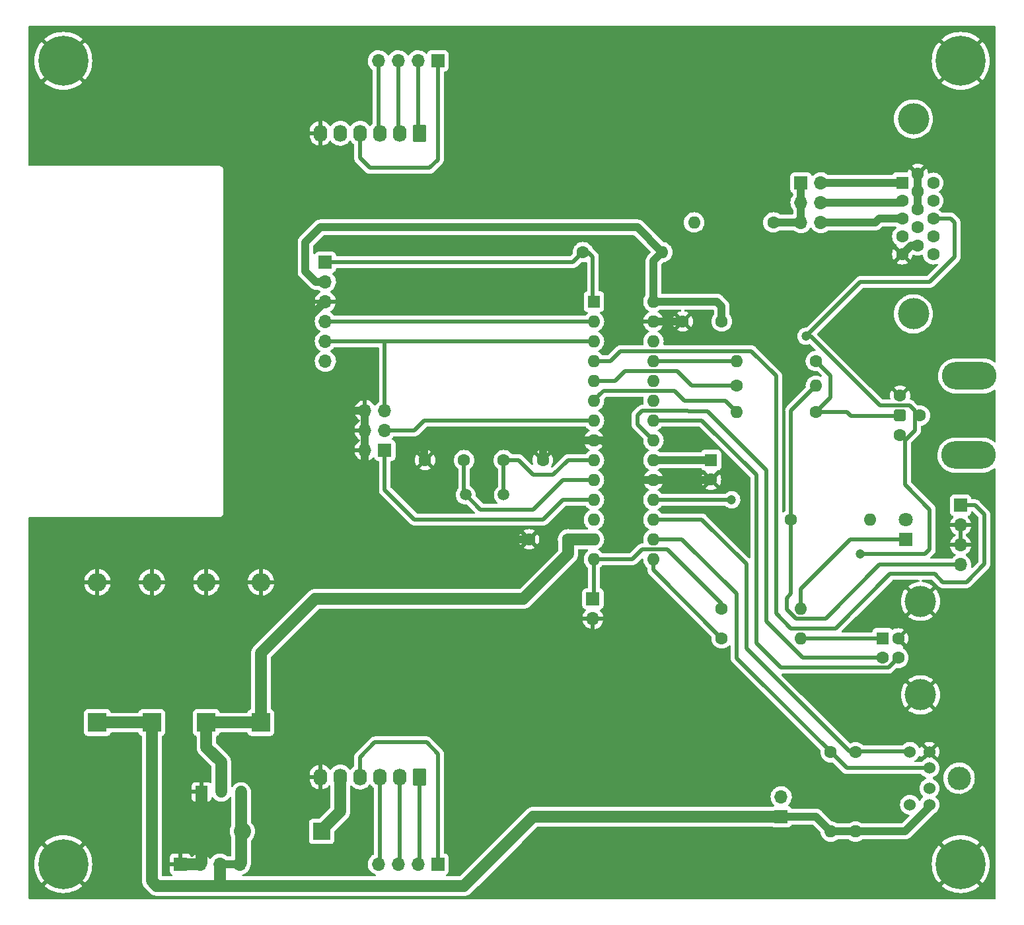
<source format=gbr>
%TF.GenerationSoftware,KiCad,Pcbnew,(6.0.4-0)*%
%TF.CreationDate,2024-04-20T10:56:28+10:00*%
%TF.ProjectId,Video terminal ,56696465-6f20-4746-9572-6d696e616c20,rev?*%
%TF.SameCoordinates,Original*%
%TF.FileFunction,Copper,L2,Bot*%
%TF.FilePolarity,Positive*%
%FSLAX46Y46*%
G04 Gerber Fmt 4.6, Leading zero omitted, Abs format (unit mm)*
G04 Created by KiCad (PCBNEW (6.0.4-0)) date 2024-04-20 10:56:28*
%MOMM*%
%LPD*%
G01*
G04 APERTURE LIST*
G04 Aperture macros list*
%AMRoundRect*
0 Rectangle with rounded corners*
0 $1 Rounding radius*
0 $2 $3 $4 $5 $6 $7 $8 $9 X,Y pos of 4 corners*
0 Add a 4 corners polygon primitive as box body*
4,1,4,$2,$3,$4,$5,$6,$7,$8,$9,$2,$3,0*
0 Add four circle primitives for the rounded corners*
1,1,$1+$1,$2,$3*
1,1,$1+$1,$4,$5*
1,1,$1+$1,$6,$7*
1,1,$1+$1,$8,$9*
0 Add four rect primitives between the rounded corners*
20,1,$1+$1,$2,$3,$4,$5,0*
20,1,$1+$1,$4,$5,$6,$7,0*
20,1,$1+$1,$6,$7,$8,$9,0*
20,1,$1+$1,$8,$9,$2,$3,0*%
G04 Aperture macros list end*
%TA.AperFunction,ComponentPad*%
%ADD10O,7.000000X3.500000*%
%TD*%
%TA.AperFunction,ComponentPad*%
%ADD11RoundRect,0.400000X-0.400000X0.400000X-0.400000X-0.400000X0.400000X-0.400000X0.400000X0.400000X0*%
%TD*%
%TA.AperFunction,ComponentPad*%
%ADD12C,1.600000*%
%TD*%
%TA.AperFunction,ComponentPad*%
%ADD13R,1.800000X1.800000*%
%TD*%
%TA.AperFunction,ComponentPad*%
%ADD14C,1.800000*%
%TD*%
%TA.AperFunction,ComponentPad*%
%ADD15C,4.000000*%
%TD*%
%TA.AperFunction,ComponentPad*%
%ADD16R,1.600000X1.600000*%
%TD*%
%TA.AperFunction,ComponentPad*%
%ADD17C,3.000000*%
%TD*%
%TA.AperFunction,ComponentPad*%
%ADD18C,1.524000*%
%TD*%
%TA.AperFunction,ComponentPad*%
%ADD19O,1.600000X1.600000*%
%TD*%
%TA.AperFunction,ComponentPad*%
%ADD20R,1.700000X1.700000*%
%TD*%
%TA.AperFunction,ComponentPad*%
%ADD21O,1.700000X1.700000*%
%TD*%
%TA.AperFunction,ComponentPad*%
%ADD22C,1.500000*%
%TD*%
%TA.AperFunction,ComponentPad*%
%ADD23C,0.800000*%
%TD*%
%TA.AperFunction,ComponentPad*%
%ADD24C,6.400000*%
%TD*%
%TA.AperFunction,ComponentPad*%
%ADD25R,1.500000X1.500000*%
%TD*%
%TA.AperFunction,ComponentPad*%
%ADD26RoundRect,0.250000X0.620000X0.845000X-0.620000X0.845000X-0.620000X-0.845000X0.620000X-0.845000X0*%
%TD*%
%TA.AperFunction,ComponentPad*%
%ADD27O,1.740000X2.190000*%
%TD*%
%TA.AperFunction,ComponentPad*%
%ADD28R,2.400000X2.400000*%
%TD*%
%TA.AperFunction,ComponentPad*%
%ADD29O,2.400000X2.400000*%
%TD*%
%TA.AperFunction,ComponentPad*%
%ADD30R,2.200000X2.200000*%
%TD*%
%TA.AperFunction,ComponentPad*%
%ADD31O,2.200000X2.200000*%
%TD*%
%TA.AperFunction,ViaPad*%
%ADD32C,1.200000*%
%TD*%
%TA.AperFunction,Conductor*%
%ADD33C,0.500000*%
%TD*%
%TA.AperFunction,Conductor*%
%ADD34C,1.500000*%
%TD*%
%TA.AperFunction,Conductor*%
%ADD35C,1.000000*%
%TD*%
G04 APERTURE END LIST*
D10*
%TO.P,J2,*%
%TO.N,*%
X151130000Y-65405000D03*
X151030000Y-75565000D03*
D11*
%TO.P,J2,1,In*%
%TO.N,Net-(J2-Pad1)*%
X142240000Y-70485000D03*
D12*
%TO.P,J2,2,Ext*%
%TO.N,GND*%
X142240000Y-67945000D03*
%TO.P,J2,3*%
%TO.N,N/C*%
X144780000Y-70485000D03*
%TO.P,J2,4*%
X142240000Y-73025000D03*
%TD*%
D13*
%TO.P,D1,1,K*%
%TO.N,Net-(D1-Pad1)*%
X143000000Y-86360000D03*
D14*
%TO.P,D1,2,A*%
%TO.N,+3V3*%
X143000000Y-83820000D03*
%TD*%
D15*
%TO.P,J1,0*%
%TO.N,N/C*%
X143940000Y-57455000D03*
X143940000Y-32455000D03*
D16*
%TO.P,J1,1*%
%TO.N,/RED*%
X142520000Y-40640000D03*
D12*
%TO.P,J1,2*%
%TO.N,/GREEN*%
X142520000Y-42930000D03*
%TO.P,J1,3*%
%TO.N,/BLUE*%
X142520000Y-45220000D03*
%TO.P,J1,4*%
%TO.N,unconnected-(J1-Pad4)*%
X142520000Y-47510000D03*
%TO.P,J1,5*%
%TO.N,GND*%
X142520000Y-49800000D03*
%TO.P,J1,6*%
X144500000Y-39495000D03*
%TO.P,J1,7*%
X144500000Y-41785000D03*
%TO.P,J1,8*%
X144500000Y-44075000D03*
%TO.P,J1,9*%
%TO.N,unconnected-(J1-Pad9)*%
X144500000Y-46365000D03*
%TO.P,J1,10*%
%TO.N,GND*%
X144500000Y-48655000D03*
%TO.P,J1,11*%
%TO.N,unconnected-(J1-Pad11)*%
X146480000Y-40640000D03*
%TO.P,J1,12*%
%TO.N,unconnected-(J1-Pad12)*%
X146480000Y-42930000D03*
%TO.P,J1,13*%
%TO.N,H_SYNC*%
X146480000Y-45220000D03*
%TO.P,J1,14*%
%TO.N,V_SYNC*%
X146480000Y-47510000D03*
%TO.P,J1,15*%
%TO.N,unconnected-(J1-Pad15)*%
X146480000Y-49800000D03*
%TD*%
D17*
%TO.P,J4,0*%
%TO.N,N/C*%
X149800000Y-117000000D03*
D18*
%TO.P,J4,1*%
%TO.N,DATA*%
X146000000Y-115700000D03*
%TO.P,J4,2*%
%TO.N,unconnected-(J4-Pad2)*%
X146000000Y-118300000D03*
%TO.P,J4,3*%
%TO.N,GND*%
X146000000Y-113600000D03*
%TO.P,J4,4*%
%TO.N,+5V*%
X146000000Y-120400000D03*
%TO.P,J4,5*%
%TO.N,CLOCK*%
X143500000Y-113600000D03*
%TO.P,J4,6*%
%TO.N,unconnected-(J4-Pad6)*%
X143500000Y-120400000D03*
%TD*%
D12*
%TO.P,R1,1*%
%TO.N,CLOCK*%
X136525000Y-113665000D03*
D19*
%TO.P,R1,2*%
%TO.N,+5V*%
X136525000Y-123825000D03*
%TD*%
D12*
%TO.P,R3,1*%
%TO.N,Net-(J13-Pad1)*%
X126000000Y-45720000D03*
D19*
%TO.P,R3,2*%
%TO.N,VIDEO*%
X115840000Y-45720000D03*
%TD*%
D12*
%TO.P,R4,1*%
%TO.N,Net-(J2-Pad1)*%
X131445000Y-70000000D03*
D19*
%TO.P,R4,2*%
%TO.N,C_VIDEO*%
X121285000Y-70000000D03*
%TD*%
D12*
%TO.P,R5,1*%
%TO.N,Net-(J2-Pad1)*%
X131445000Y-63500000D03*
D19*
%TO.P,R5,2*%
%TO.N,H_SYNC*%
X121285000Y-63500000D03*
%TD*%
D16*
%TO.P,U1,1,~{MCLR}*%
%TO.N,~{MCLR}*%
X103000000Y-55880000D03*
D19*
%TO.P,U1,2,RA0/PGED3*%
%TO.N,PGD*%
X103000000Y-58420000D03*
%TO.P,U1,3,RA1/PGEC3*%
%TO.N,C*%
X103000000Y-60960000D03*
%TO.P,U1,4,RB0/PGED1*%
%TO.N,TX*%
X103000000Y-63500000D03*
%TO.P,U1,5,RB1/PGEC1*%
%TO.N,RX*%
X103000000Y-66040000D03*
%TO.P,U1,6,RB2*%
%TO.N,C_VIDEO*%
X103000000Y-68580000D03*
%TO.P,U1,7,RB3*%
%TO.N,B*%
X103000000Y-71120000D03*
%TO.P,U1,8,VSS*%
%TO.N,GND*%
X103000000Y-73660000D03*
%TO.P,U1,9,RA2/OSC1*%
%TO.N,Net-(C1-Pad1)*%
X103000000Y-76200000D03*
%TO.P,U1,10,RA3/OSC2*%
%TO.N,Net-(C2-Pad1)*%
X103000000Y-78740000D03*
%TO.P,U1,11,RB4*%
%TO.N,A*%
X103000000Y-81280000D03*
%TO.P,U1,12,RA4*%
%TO.N,VIDEO*%
X103000000Y-83820000D03*
%TO.P,U1,13,VDD*%
%TO.N,+3V3*%
X103000000Y-86360000D03*
%TO.P,U1,14,RB5*%
%TO.N,Net-(JP8-Pad1)*%
X103000000Y-88900000D03*
%TO.P,U1,15,VBUS*%
%TO.N,VBUS*%
X110620000Y-88900000D03*
%TO.P,U1,16,RB7*%
%TO.N,DATA*%
X110620000Y-86360000D03*
%TO.P,U1,17,RB8*%
%TO.N,CLOCK*%
X110620000Y-83820000D03*
%TO.P,U1,18,RB9*%
%TO.N,H_SYNC*%
X110620000Y-81280000D03*
%TO.P,U1,19,VSS*%
%TO.N,GND*%
X110620000Y-78740000D03*
%TO.P,U1,20,VCAP*%
%TO.N,Net-(C4-Pad1)*%
X110620000Y-76200000D03*
%TO.P,U1,21,RB10/PGED2*%
%TO.N,D-*%
X110620000Y-73660000D03*
%TO.P,U1,22,RB/PGEC2*%
%TO.N,D+*%
X110620000Y-71120000D03*
%TO.P,U1,23,VUSB(3V3)*%
%TO.N,+3V3*%
X110620000Y-68580000D03*
%TO.P,U1,24,RB13*%
%TO.N,V_SYNC*%
X110620000Y-66040000D03*
%TO.P,U1,25,RB14*%
%TO.N,H_SYNC*%
X110620000Y-63500000D03*
%TO.P,U1,26,RB15*%
%TO.N,unconnected-(U1-Pad26)*%
X110620000Y-60960000D03*
%TO.P,U1,27,AVSS*%
%TO.N,GND*%
X110620000Y-58420000D03*
%TO.P,U1,28,AVDD*%
%TO.N,+3V3*%
X110620000Y-55880000D03*
%TD*%
D20*
%TO.P,J3,1,Pin_1*%
%TO.N,~{MCLR}*%
X68580000Y-50800000D03*
D21*
%TO.P,J3,2,Pin_2*%
%TO.N,+3V3*%
X68580000Y-53340000D03*
%TO.P,J3,3,Pin_3*%
%TO.N,GND*%
X68580000Y-55880000D03*
%TO.P,J3,4,Pin_4*%
%TO.N,PGD*%
X68580000Y-58420000D03*
%TO.P,J3,5,Pin_5*%
%TO.N,C*%
X68580000Y-60960000D03*
%TO.P,J3,6,Pin_6*%
%TO.N,unconnected-(J3-Pad6)*%
X68580000Y-63500000D03*
%TD*%
D12*
%TO.P,R6,1*%
%TO.N,~{MCLR}*%
X101600000Y-49530000D03*
D19*
%TO.P,R6,2*%
%TO.N,+3V3*%
X111760000Y-49530000D03*
%TD*%
D12*
%TO.P,C1,1*%
%TO.N,Net-(C1-Pad1)*%
X91440000Y-76200000D03*
%TO.P,C1,2*%
%TO.N,GND*%
X96440000Y-76200000D03*
%TD*%
%TO.P,C2,1*%
%TO.N,Net-(C2-Pad1)*%
X86360000Y-76200000D03*
%TO.P,C2,2*%
%TO.N,GND*%
X81360000Y-76200000D03*
%TD*%
%TO.P,R2,1*%
%TO.N,DATA*%
X133350000Y-113665000D03*
D19*
%TO.P,R2,2*%
%TO.N,+5V*%
X133350000Y-123825000D03*
%TD*%
D12*
%TO.P,R7,1*%
%TO.N,Net-(J5-Pad4)*%
X128270000Y-83820000D03*
D19*
%TO.P,R7,2*%
%TO.N,+3V3*%
X138430000Y-83820000D03*
%TD*%
D12*
%TO.P,R8,1*%
%TO.N,RX*%
X121285000Y-66675000D03*
D19*
%TO.P,R8,2*%
%TO.N,Net-(J5-Pad4)*%
X131445000Y-66675000D03*
%TD*%
D22*
%TO.P,Y1,1,1*%
%TO.N,Net-(C1-Pad1)*%
X91440000Y-80645000D03*
%TO.P,Y1,2,2*%
%TO.N,Net-(C2-Pad1)*%
X86560000Y-80645000D03*
%TD*%
D23*
%TO.P,H1,1,1*%
%TO.N,GND*%
X147600000Y-128000000D03*
X150000000Y-130400000D03*
X150000000Y-125600000D03*
X152400000Y-128000000D03*
X148302944Y-129697056D03*
X151697056Y-126302944D03*
X148302944Y-126302944D03*
X151697056Y-129697056D03*
D24*
X150000000Y-128000000D03*
%TD*%
D23*
%TO.P,H2,1,1*%
%TO.N,GND*%
X37400000Y-25000000D03*
X36697056Y-26697056D03*
X36697056Y-23302944D03*
X32600000Y-25000000D03*
D24*
X35000000Y-25000000D03*
D23*
X33302944Y-26697056D03*
X35000000Y-27400000D03*
X33302944Y-23302944D03*
X35000000Y-22600000D03*
%TD*%
%TO.P,H4,1,1*%
%TO.N,GND*%
X150000000Y-22600000D03*
X148302944Y-23302944D03*
X152400000Y-25000000D03*
D24*
X150000000Y-25000000D03*
D23*
X150000000Y-27400000D03*
X151697056Y-26697056D03*
X151697056Y-23302944D03*
X148302944Y-26697056D03*
X147600000Y-25000000D03*
%TD*%
D12*
%TO.P,C3,1*%
%TO.N,+3V3*%
X99695000Y-86360000D03*
%TO.P,C3,2*%
%TO.N,GND*%
X94695000Y-86360000D03*
%TD*%
D16*
%TO.P,C4,1*%
%TO.N,Net-(C4-Pad1)*%
X118000000Y-76200000D03*
D12*
%TO.P,C4,2*%
%TO.N,GND*%
X118000000Y-78700000D03*
%TD*%
%TO.P,C5,1*%
%TO.N,+3V3*%
X119380000Y-58420000D03*
%TO.P,C5,2*%
%TO.N,GND*%
X114380000Y-58420000D03*
%TD*%
D16*
%TO.P,J8,1,VBUS*%
%TO.N,Net-(J8-Pad1)*%
X140000000Y-99060000D03*
D12*
%TO.P,J8,2,D-*%
%TO.N,D-*%
X140000000Y-101560000D03*
%TO.P,J8,3,D+*%
%TO.N,D+*%
X142000000Y-101560000D03*
%TO.P,J8,4,GND*%
%TO.N,GND*%
X142000000Y-99060000D03*
D15*
%TO.P,J8,5,Shield*%
X144860000Y-106310000D03*
X144860000Y-94310000D03*
%TD*%
D20*
%TO.P,JP7,1,1*%
%TO.N,+5V*%
X127000000Y-121920000D03*
D21*
%TO.P,JP7,2,2*%
%TO.N,Net-(J8-Pad1)*%
X127000000Y-119380000D03*
%TD*%
D20*
%TO.P,JP8,1,1*%
%TO.N,Net-(JP8-Pad1)*%
X102870000Y-93980000D03*
D21*
%TO.P,JP8,2,2*%
%TO.N,GND*%
X102870000Y-96520000D03*
%TD*%
D12*
%TO.P,R9,1*%
%TO.N,VBUS*%
X119380000Y-99060000D03*
D19*
%TO.P,R9,2*%
%TO.N,Net-(J8-Pad1)*%
X129540000Y-99060000D03*
%TD*%
D12*
%TO.P,R10,1*%
%TO.N,Net-(JP8-Pad1)*%
X119380000Y-95250000D03*
D19*
%TO.P,R10,2*%
%TO.N,Net-(D1-Pad1)*%
X129540000Y-95250000D03*
%TD*%
D25*
%TO.P,U2,1,GND*%
%TO.N,GND*%
X52705000Y-118745000D03*
D22*
%TO.P,U2,2,VI*%
%TO.N,+3V3*%
X55245000Y-118745000D03*
%TO.P,U2,3,VO*%
%TO.N,+5V*%
X57785000Y-118745000D03*
%TD*%
D26*
%TO.P,J10,1,Pin_1*%
%TO.N,I_data*%
X80645000Y-116840000D03*
D27*
%TO.P,J10,2,Pin_2*%
%TO.N,I_flag*%
X78105000Y-116840000D03*
%TO.P,J10,3,Pin_3*%
%TO.N,I_rst*%
X75565000Y-116840000D03*
%TO.P,J10,4,Pin_4*%
%TO.N,I_clock*%
X73025000Y-116840000D03*
%TO.P,J10,5,Pin_5*%
%TO.N,Net-(J10-Pad5)*%
X70485000Y-116840000D03*
%TO.P,J10,6,Pin_6*%
%TO.N,GND*%
X67945000Y-116840000D03*
%TD*%
D26*
%TO.P,J11,1,Pin_1*%
%TO.N,data*%
X80645000Y-34290000D03*
D27*
%TO.P,J11,2,Pin_2*%
%TO.N,flag*%
X78105000Y-34290000D03*
%TO.P,J11,3,Pin_3*%
%TO.N,rst*%
X75565000Y-34290000D03*
%TO.P,J11,4,Pin_4*%
%TO.N,clock*%
X73025000Y-34290000D03*
%TO.P,J11,5,Pin_5*%
%TO.N,Net-(J10-Pad5)*%
X70485000Y-34290000D03*
%TO.P,J11,6,Pin_6*%
%TO.N,GND*%
X67945000Y-34290000D03*
%TD*%
D28*
%TO.P,C6,1*%
%TO.N,+5V*%
X46355000Y-109855000D03*
D29*
%TO.P,C6,2*%
%TO.N,GND*%
X46355000Y-91855000D03*
%TD*%
D28*
%TO.P,C7,1*%
%TO.N,+3V3*%
X60325000Y-109855000D03*
D29*
%TO.P,C7,2*%
%TO.N,GND*%
X60325000Y-91855000D03*
%TD*%
D28*
%TO.P,C8,1*%
%TO.N,+5V*%
X39370000Y-109855000D03*
D29*
%TO.P,C8,2*%
%TO.N,GND*%
X39370000Y-91855000D03*
%TD*%
D28*
%TO.P,C9,1*%
%TO.N,+3V3*%
X53340000Y-109855000D03*
D29*
%TO.P,C9,2*%
%TO.N,GND*%
X53340000Y-91855000D03*
%TD*%
D30*
%TO.P,D2,1,K*%
%TO.N,Net-(J10-Pad5)*%
X68100000Y-123825000D03*
D31*
%TO.P,D2,2,A*%
%TO.N,+5V*%
X57940000Y-123825000D03*
%TD*%
D23*
%TO.P,H3,1,1*%
%TO.N,GND*%
X37400000Y-128000000D03*
D24*
X35000000Y-128000000D03*
D23*
X36697056Y-126302944D03*
X36697056Y-129697056D03*
X35000000Y-125600000D03*
X32600000Y-128000000D03*
X33302944Y-129697056D03*
X35000000Y-130400000D03*
X33302944Y-126302944D03*
%TD*%
D20*
%TO.P,J12,1,Pin_1*%
%TO.N,A*%
X76200000Y-74930000D03*
D21*
%TO.P,J12,2,Pin_2*%
%TO.N,GND*%
X73660000Y-74930000D03*
%TO.P,J12,3,Pin_3*%
%TO.N,B*%
X76200000Y-72390000D03*
%TO.P,J12,4,Pin_4*%
%TO.N,GND*%
X73660000Y-72390000D03*
%TO.P,J12,5,Pin_5*%
%TO.N,C*%
X76200000Y-69850000D03*
%TO.P,J12,6,Pin_6*%
%TO.N,GND*%
X73660000Y-69850000D03*
%TD*%
D20*
%TO.P,J13,1,Pin_1*%
%TO.N,Net-(J13-Pad1)*%
X129540000Y-40640000D03*
D21*
%TO.P,J13,2,Pin_2*%
%TO.N,/RED*%
X132080000Y-40640000D03*
%TO.P,J13,3,Pin_3*%
%TO.N,Net-(J13-Pad1)*%
X129540000Y-43180000D03*
%TO.P,J13,4,Pin_4*%
%TO.N,/GREEN*%
X132080000Y-43180000D03*
%TO.P,J13,5,Pin_5*%
%TO.N,Net-(J13-Pad1)*%
X129540000Y-45720000D03*
%TO.P,J13,6,Pin_6*%
%TO.N,/BLUE*%
X132080000Y-45720000D03*
%TD*%
D20*
%TO.P,J5,1,Pin_1*%
%TO.N,TX*%
X150000000Y-82000000D03*
D21*
%TO.P,J5,2,Pin_2*%
%TO.N,GND*%
X150000000Y-84540000D03*
%TO.P,J5,3,Pin_3*%
X150000000Y-87080000D03*
%TO.P,J5,4,Pin_4*%
%TO.N,Net-(J5-Pad4)*%
X150000000Y-89620000D03*
%TD*%
D20*
%TO.P,J6,1,Pin_1*%
%TO.N,GND*%
X50000000Y-128000000D03*
D21*
%TO.P,J6,2,Pin_2*%
X52540000Y-128000000D03*
%TO.P,J6,3,Pin_3*%
%TO.N,+5V*%
X55080000Y-128000000D03*
%TO.P,J6,4,Pin_4*%
X57620000Y-128000000D03*
%TD*%
D20*
%TO.P,J7,1,Pin_1*%
%TO.N,I_clock*%
X83000000Y-128000000D03*
D21*
%TO.P,J7,2,Pin_2*%
%TO.N,I_data*%
X80460000Y-128000000D03*
%TO.P,J7,3,Pin_3*%
%TO.N,I_flag*%
X77920000Y-128000000D03*
%TO.P,J7,4,Pin_4*%
%TO.N,I_rst*%
X75380000Y-128000000D03*
%TD*%
D20*
%TO.P,J9,1,Pin_1*%
%TO.N,clock*%
X83000000Y-25000000D03*
D21*
%TO.P,J9,2,Pin_2*%
%TO.N,data*%
X80460000Y-25000000D03*
%TO.P,J9,3,Pin_3*%
%TO.N,flag*%
X77920000Y-25000000D03*
%TO.P,J9,4,Pin_4*%
%TO.N,rst*%
X75380000Y-25000000D03*
%TD*%
D32*
%TO.N,H_SYNC*%
X120650000Y-81280000D03*
X137160000Y-88265000D03*
X130175000Y-60325000D03*
%TD*%
D33*
%TO.N,H_SYNC*%
X139700000Y-69215000D02*
X130810000Y-60325000D01*
X137160000Y-53340000D02*
X130175000Y-60325000D01*
X130810000Y-60325000D02*
X130175000Y-60325000D01*
X143510000Y-69215000D02*
X139700000Y-69215000D01*
X146050000Y-82550000D02*
X142875000Y-79375000D01*
X137160000Y-88265000D02*
X145415000Y-88265000D01*
X146050000Y-53340000D02*
X137160000Y-53340000D01*
X149225000Y-45720000D02*
X149225000Y-50165000D01*
X148725000Y-45220000D02*
X149225000Y-45720000D01*
X110620000Y-63500000D02*
X121285000Y-63500000D01*
X146480000Y-45220000D02*
X148725000Y-45220000D01*
X120650000Y-81280000D02*
X110620000Y-81280000D01*
X143510000Y-69215000D02*
X144145000Y-69850000D01*
X142875000Y-73660000D02*
X144145000Y-72390000D01*
X144145000Y-72390000D02*
X144145000Y-69850000D01*
X146050000Y-87630000D02*
X146050000Y-82550000D01*
X145415000Y-88265000D02*
X146050000Y-87630000D01*
X149225000Y-50165000D02*
X146050000Y-53340000D01*
X142875000Y-79375000D02*
X142875000Y-73660000D01*
%TO.N,B*%
X80010000Y-72390000D02*
X76835000Y-72390000D01*
X76835000Y-72390000D02*
X76200000Y-73025000D01*
X103000000Y-71120000D02*
X81280000Y-71120000D01*
X81280000Y-71120000D02*
X80010000Y-72390000D01*
%TO.N,Net-(D1-Pad1)*%
X129540000Y-92710000D02*
X129540000Y-95250000D01*
X143000000Y-86360000D02*
X135890000Y-86360000D01*
X135890000Y-86360000D02*
X129540000Y-92710000D01*
D34*
%TO.N,+5V*%
X46990000Y-130810000D02*
X54610000Y-130810000D01*
D35*
X146000000Y-120700000D02*
X146000000Y-120450000D01*
D34*
X46355000Y-109855000D02*
X46355000Y-130175000D01*
D35*
X127000000Y-121920000D02*
X131445000Y-121920000D01*
D34*
X55080000Y-130340000D02*
X55080000Y-128000000D01*
X39370000Y-109855000D02*
X46355000Y-109855000D01*
X46355000Y-130175000D02*
X46990000Y-130810000D01*
D35*
X55080000Y-128000000D02*
X57620000Y-128000000D01*
X142875000Y-123825000D02*
X146000000Y-120700000D01*
D34*
X86360000Y-130810000D02*
X95250000Y-121920000D01*
X54610000Y-130810000D02*
X86360000Y-130810000D01*
X57785000Y-118745000D02*
X57785000Y-127835000D01*
D35*
X136525000Y-123825000D02*
X142875000Y-123825000D01*
D34*
X57785000Y-127835000D02*
X57620000Y-128000000D01*
X54610000Y-130810000D02*
X55080000Y-130340000D01*
X95250000Y-121920000D02*
X127000000Y-121920000D01*
D35*
X57540000Y-127920000D02*
X57620000Y-128000000D01*
X133350000Y-123825000D02*
X136525000Y-123825000D01*
X131445000Y-121920000D02*
X133350000Y-123825000D01*
%TO.N,GND*%
X66040000Y-58420000D02*
X68580000Y-55880000D01*
X109220000Y-78740000D02*
X110620000Y-78740000D01*
X81915000Y-73660000D02*
X81280000Y-74295000D01*
X144500000Y-48655000D02*
X143665000Y-48655000D01*
X94695000Y-86360000D02*
X76200000Y-86360000D01*
X97155000Y-73660000D02*
X81915000Y-73660000D01*
X103000000Y-73660000D02*
X104140000Y-73660000D01*
D34*
X52540000Y-128000000D02*
X50000000Y-128000000D01*
D35*
X144500000Y-39495000D02*
X144500000Y-44075000D01*
X73660000Y-69850000D02*
X67945000Y-69850000D01*
X67945000Y-69850000D02*
X66040000Y-67945000D01*
X97155000Y-73660000D02*
X96520000Y-74295000D01*
X96520000Y-74295000D02*
X96520000Y-76200000D01*
X103000000Y-73660000D02*
X97155000Y-73660000D01*
X143665000Y-48655000D02*
X142520000Y-49800000D01*
X81280000Y-74295000D02*
X81280000Y-76200000D01*
X76200000Y-86360000D02*
X73660000Y-83820000D01*
D34*
X52705000Y-127835000D02*
X52540000Y-128000000D01*
D35*
X66040000Y-67945000D02*
X66040000Y-58420000D01*
X110620000Y-78740000D02*
X117960000Y-78740000D01*
X110620000Y-58420000D02*
X114380000Y-58420000D01*
D34*
X52705000Y-118745000D02*
X52705000Y-127835000D01*
D35*
X117960000Y-78740000D02*
X118000000Y-78700000D01*
X73660000Y-76200000D02*
X73660000Y-69850000D01*
X73660000Y-83820000D02*
X73660000Y-76200000D01*
X52540000Y-123355000D02*
X52540000Y-128000000D01*
X104140000Y-73660000D02*
X109220000Y-78740000D01*
%TO.N,/BLUE*%
X132080000Y-45720000D02*
X139065000Y-45720000D01*
X139065000Y-45720000D02*
X139565000Y-45220000D01*
X139565000Y-45220000D02*
X142520000Y-45220000D01*
%TO.N,/GREEN*%
X132080000Y-43180000D02*
X142270000Y-43180000D01*
X142270000Y-43180000D02*
X142520000Y-42930000D01*
%TO.N,/RED*%
X132080000Y-40640000D02*
X142520000Y-40640000D01*
D33*
%TO.N,Net-(J2-Pad1)*%
X131445000Y-70000000D02*
X133284989Y-68160011D01*
X131445000Y-70000000D02*
X135405000Y-70000000D01*
X135905000Y-70500000D02*
X142225000Y-70500000D01*
X133284989Y-68160011D02*
X133284989Y-65339989D01*
X142225000Y-70500000D02*
X142240000Y-70485000D01*
X133284989Y-65339989D02*
X131445000Y-63500000D01*
X135405000Y-70000000D02*
X135905000Y-70500000D01*
%TO.N,C_VIDEO*%
X121285000Y-70000000D02*
X119865000Y-68580000D01*
X114580036Y-68580000D02*
X113310036Y-67310000D01*
X119865000Y-68580000D02*
X114580036Y-68580000D01*
X113310036Y-67310000D02*
X104270000Y-67310000D01*
X103799999Y-67780001D02*
X103000000Y-68580000D01*
X104270000Y-67310000D02*
X103799999Y-67780001D01*
%TO.N,C*%
X76200000Y-69850000D02*
X76200000Y-60960000D01*
X76200000Y-60960000D02*
X103000000Y-60960000D01*
X68580000Y-60960000D02*
X76200000Y-60960000D01*
%TO.N,PGD*%
X68580000Y-58420000D02*
X103000000Y-58420000D01*
D34*
%TO.N,+3V3*%
X99695000Y-88265000D02*
X99695000Y-86360000D01*
X55245000Y-118745000D02*
X55245000Y-114935000D01*
D35*
X110620000Y-55880000D02*
X110620000Y-50670000D01*
X67945000Y-46355000D02*
X66040000Y-48260000D01*
X110620000Y-55880000D02*
X118745000Y-55880000D01*
X67377919Y-53340000D02*
X68580000Y-53340000D01*
X108585000Y-46355000D02*
X67945000Y-46355000D01*
D34*
X53340000Y-113030000D02*
X53340000Y-109855000D01*
D35*
X119380000Y-56515000D02*
X119380000Y-58420000D01*
X66040000Y-52002081D02*
X67377919Y-53340000D01*
X66040000Y-48260000D02*
X66040000Y-52002081D01*
D34*
X99695000Y-86360000D02*
X103000000Y-86360000D01*
X60325000Y-100965000D02*
X67310000Y-93980000D01*
X93980000Y-93980000D02*
X99695000Y-88265000D01*
D35*
X110620000Y-50670000D02*
X111760000Y-49530000D01*
D34*
X55245000Y-114935000D02*
X53340000Y-113030000D01*
D35*
X118745000Y-55880000D02*
X119380000Y-56515000D01*
X111760000Y-49530000D02*
X108585000Y-46355000D01*
D34*
X53340000Y-109855000D02*
X60325000Y-109855000D01*
X67310000Y-93980000D02*
X93980000Y-93980000D01*
X60325000Y-109855000D02*
X60325000Y-100965000D01*
D33*
%TO.N,~{MCLR}*%
X100330000Y-50800000D02*
X101600000Y-49530000D01*
X102235000Y-49530000D02*
X102870000Y-50165000D01*
X102870000Y-55750000D02*
X103000000Y-55880000D01*
X101600000Y-49530000D02*
X102235000Y-49530000D01*
X68580000Y-50800000D02*
X100330000Y-50800000D01*
X102870000Y-50165000D02*
X102870000Y-55750000D01*
%TO.N,A*%
X99060000Y-81280000D02*
X103000000Y-81280000D01*
X76200000Y-74930000D02*
X76200000Y-80010000D01*
X96520000Y-83820000D02*
X99060000Y-81280000D01*
X80010000Y-83820000D02*
X96520000Y-83820000D01*
X76200000Y-80010000D02*
X80010000Y-83820000D01*
%TO.N,Net-(C1-Pad1)*%
X99695000Y-76200000D02*
X97790000Y-78105000D01*
X103000000Y-76200000D02*
X99695000Y-76200000D01*
X97790000Y-78105000D02*
X95250000Y-78105000D01*
X93345000Y-76200000D02*
X91440000Y-76200000D01*
X95250000Y-78105000D02*
X93345000Y-76200000D01*
X91440000Y-76200000D02*
X91440000Y-80645000D01*
%TO.N,Net-(C2-Pad1)*%
X99060000Y-78740000D02*
X95250000Y-82550000D01*
X95250000Y-82550000D02*
X88465000Y-82550000D01*
X103000000Y-78740000D02*
X99060000Y-78740000D01*
X86360000Y-80445000D02*
X86560000Y-80645000D01*
X88465000Y-82550000D02*
X86560000Y-80645000D01*
X86360000Y-76200000D02*
X86360000Y-80445000D01*
%TO.N,Net-(J5-Pad4)*%
X128270000Y-93345000D02*
X128270000Y-83820000D01*
X139615000Y-89620000D02*
X132715000Y-96520000D01*
X128270000Y-69850000D02*
X128270000Y-83820000D01*
X150000000Y-89620000D02*
X139615000Y-89620000D01*
X128905000Y-96520000D02*
X127700011Y-95315011D01*
X131445000Y-66675000D02*
X128270000Y-69850000D01*
X127700011Y-93914989D02*
X128270000Y-93345000D01*
X127700011Y-95315011D02*
X127700011Y-93914989D01*
X132715000Y-96520000D02*
X128905000Y-96520000D01*
%TO.N,RX*%
X106977501Y-64789999D02*
X113684999Y-64789999D01*
X105727500Y-66040000D02*
X106977501Y-64789999D01*
X115570000Y-66675000D02*
X121285000Y-66675000D01*
X113684999Y-64789999D02*
X115570000Y-66675000D01*
X103000000Y-66040000D02*
X105727500Y-66040000D01*
%TO.N,TX*%
X126365000Y-95885000D02*
X126365000Y-65405000D01*
X150710001Y-91859999D02*
X147739999Y-91859999D01*
X146685000Y-90805000D02*
X140970000Y-90805000D01*
X140970000Y-90805000D02*
X133985000Y-97790000D01*
X123170001Y-62210001D02*
X106419963Y-62210001D01*
X150000000Y-82000000D02*
X151850000Y-82000000D01*
X106419963Y-62210001D02*
X105129964Y-63500000D01*
X153035000Y-89535000D02*
X150710001Y-91859999D01*
X105129964Y-63500000D02*
X103000000Y-63500000D01*
X147739999Y-91859999D02*
X146685000Y-90805000D01*
X133985000Y-97790000D02*
X128270000Y-97790000D01*
X128270000Y-97790000D02*
X126365000Y-95885000D01*
X153035000Y-83185000D02*
X153035000Y-89535000D01*
X151850000Y-82000000D02*
X153035000Y-83185000D01*
X126365000Y-65405000D02*
X123170001Y-62210001D01*
D35*
%TO.N,Net-(C4-Pad1)*%
X110620000Y-76200000D02*
X118000000Y-76200000D01*
D33*
%TO.N,CLOCK*%
X122555000Y-100330000D02*
X122555000Y-89535000D01*
X110620000Y-83820000D02*
X116840000Y-83820000D01*
X122555000Y-89535000D02*
X116840000Y-83820000D01*
X135775000Y-113550000D02*
X122555000Y-100330000D01*
X143500000Y-113550000D02*
X135775000Y-113550000D01*
%TO.N,DATA*%
X121285000Y-93345000D02*
X114300000Y-86360000D01*
X146000000Y-115700000D02*
X135385000Y-115700000D01*
X114300000Y-86360000D02*
X110620000Y-86360000D01*
X121285000Y-101600000D02*
X121285000Y-93345000D01*
X135385000Y-115700000D02*
X121285000Y-101600000D01*
%TO.N,D+*%
X123825000Y-99695000D02*
X123825000Y-78105000D01*
X123825000Y-78105000D02*
X116840000Y-71120000D01*
X140749999Y-102810001D02*
X126940001Y-102810001D01*
X142000000Y-101560000D02*
X140749999Y-102810001D01*
X126940001Y-102810001D02*
X123825000Y-99695000D01*
X116840000Y-71120000D02*
X110620000Y-71120000D01*
%TO.N,D-*%
X115037553Y-69850000D02*
X109220000Y-69850000D01*
X129780036Y-101560000D02*
X125095000Y-96874964D01*
X117540011Y-69915011D02*
X115102564Y-69915011D01*
X140000000Y-101560000D02*
X129780036Y-101560000D01*
X115102564Y-69915011D02*
X115037553Y-69850000D01*
X109220000Y-69850000D02*
X108585000Y-70485000D01*
X125095000Y-96874964D02*
X125095000Y-77470000D01*
X108585000Y-70485000D02*
X108585000Y-71625000D01*
X125095000Y-77470000D02*
X117540011Y-69915011D01*
X108585000Y-71625000D02*
X110620000Y-73660000D01*
%TO.N,Net-(J8-Pad1)*%
X140000000Y-99060000D02*
X129540000Y-99060000D01*
%TO.N,Net-(JP8-Pad1)*%
X109200001Y-87649999D02*
X112414999Y-87649999D01*
X103000000Y-88900000D02*
X107950000Y-88900000D01*
X112414999Y-87649999D02*
X119380000Y-94615000D01*
X103000000Y-88900000D02*
X103000000Y-93850000D01*
X107950000Y-88900000D02*
X109200001Y-87649999D01*
X119380000Y-94615000D02*
X119380000Y-95250000D01*
X103000000Y-93850000D02*
X102870000Y-93980000D01*
%TO.N,VBUS*%
X110620000Y-88900000D02*
X110620000Y-90300000D01*
X110620000Y-90300000D02*
X119380000Y-99060000D01*
%TO.N,rst*%
X75380000Y-25000000D02*
X75380000Y-34105000D01*
X75380000Y-34105000D02*
X75565000Y-34290000D01*
%TO.N,flag*%
X77920000Y-34105000D02*
X78105000Y-34290000D01*
X77920000Y-25000000D02*
X77920000Y-34105000D01*
%TO.N,data*%
X80460000Y-25000000D02*
X80460000Y-34105000D01*
X80460000Y-34105000D02*
X80645000Y-34290000D01*
%TO.N,clock*%
X73025000Y-37465000D02*
X73025000Y-34290000D01*
X83000000Y-37650000D02*
X81915000Y-38735000D01*
X74295000Y-38735000D02*
X73025000Y-37465000D01*
X81915000Y-38735000D02*
X74295000Y-38735000D01*
X83000000Y-25000000D02*
X83000000Y-37650000D01*
%TO.N,I_rst*%
X75565000Y-127815000D02*
X75380000Y-128000000D01*
X75565000Y-116840000D02*
X75565000Y-127815000D01*
%TO.N,I_flag*%
X78105000Y-116840000D02*
X78105000Y-127815000D01*
X78105000Y-127815000D02*
X77920000Y-128000000D01*
%TO.N,I_data*%
X80645000Y-127815000D02*
X80460000Y-128000000D01*
X80645000Y-116840000D02*
X80645000Y-127815000D01*
%TO.N,I_clock*%
X81545000Y-112395000D02*
X74930000Y-112395000D01*
X74930000Y-112395000D02*
X73025000Y-114300000D01*
X83000000Y-113850000D02*
X81545000Y-112395000D01*
X73025000Y-114300000D02*
X73025000Y-116840000D01*
X83000000Y-128000000D02*
X83000000Y-113850000D01*
D34*
%TO.N,Net-(J10-Pad5)*%
X70485000Y-121285000D02*
X70485000Y-116840000D01*
X67945000Y-123825000D02*
X70485000Y-121285000D01*
D35*
%TO.N,Net-(J13-Pad1)*%
X129540000Y-45720000D02*
X126000000Y-45720000D01*
X129540000Y-40640000D02*
X129540000Y-45720000D01*
%TD*%
%TA.AperFunction,Conductor*%
%TO.N,GND*%
G36*
X154433621Y-20528502D02*
G01*
X154480114Y-20582158D01*
X154491500Y-20634500D01*
X154491500Y-63539303D01*
X154471498Y-63607424D01*
X154417842Y-63653917D01*
X154347568Y-63664021D01*
X154285524Y-63636668D01*
X154200892Y-63567151D01*
X154197667Y-63564502D01*
X153942675Y-63406400D01*
X153669012Y-63283411D01*
X153455650Y-63219805D01*
X153385486Y-63198888D01*
X153385484Y-63198888D01*
X153381487Y-63197696D01*
X153377367Y-63197043D01*
X153377365Y-63197043D01*
X153258491Y-63178215D01*
X153085152Y-63150761D01*
X153042423Y-63148821D01*
X152992738Y-63146564D01*
X152992719Y-63146564D01*
X152991319Y-63146500D01*
X149303893Y-63146500D01*
X149080630Y-63161329D01*
X149076536Y-63162154D01*
X149076532Y-63162155D01*
X148935487Y-63190595D01*
X148786520Y-63220632D01*
X148502837Y-63318312D01*
X148499104Y-63320181D01*
X148499100Y-63320183D01*
X148238309Y-63450778D01*
X148234565Y-63452653D01*
X148231100Y-63455008D01*
X148062029Y-63569908D01*
X147986416Y-63621294D01*
X147762752Y-63821274D01*
X147760035Y-63824444D01*
X147760034Y-63824445D01*
X147574305Y-64041139D01*
X147567501Y-64049077D01*
X147565227Y-64052579D01*
X147565223Y-64052584D01*
X147406372Y-64297193D01*
X147404093Y-64300703D01*
X147402299Y-64304482D01*
X147402298Y-64304483D01*
X147385534Y-64339789D01*
X147275400Y-64571730D01*
X147274121Y-64575713D01*
X147274120Y-64575716D01*
X147187628Y-64845106D01*
X147183682Y-64857396D01*
X147130552Y-65152684D01*
X147130363Y-65156851D01*
X147130362Y-65156858D01*
X147117366Y-65443039D01*
X147116941Y-65452404D01*
X147117304Y-65456552D01*
X147117304Y-65456556D01*
X147124384Y-65537477D01*
X147143091Y-65751292D01*
X147144001Y-65755364D01*
X147144002Y-65755369D01*
X147207628Y-66040016D01*
X147208540Y-66044095D01*
X147312140Y-66325671D01*
X147314084Y-66329359D01*
X147314088Y-66329367D01*
X147448282Y-66583888D01*
X147452069Y-66591071D01*
X147625871Y-66835633D01*
X147830490Y-67055061D01*
X147833715Y-67057710D01*
X148055718Y-67240064D01*
X148062333Y-67245498D01*
X148317325Y-67403600D01*
X148321142Y-67405316D01*
X148321145Y-67405317D01*
X148383936Y-67433536D01*
X148590988Y-67526589D01*
X148738764Y-67570643D01*
X148874514Y-67611112D01*
X148874516Y-67611112D01*
X148878513Y-67612304D01*
X148882633Y-67612957D01*
X148882635Y-67612957D01*
X148991144Y-67630143D01*
X149174848Y-67659239D01*
X149217577Y-67661179D01*
X149267262Y-67663436D01*
X149267281Y-67663436D01*
X149268681Y-67663500D01*
X152956107Y-67663500D01*
X153179370Y-67648671D01*
X153183464Y-67647846D01*
X153183468Y-67647845D01*
X153324513Y-67619405D01*
X153473480Y-67589368D01*
X153757163Y-67491688D01*
X153760896Y-67489819D01*
X153760900Y-67489817D01*
X154021691Y-67359222D01*
X154021693Y-67359221D01*
X154025435Y-67357347D01*
X154193915Y-67242849D01*
X154270125Y-67191057D01*
X154270128Y-67191055D01*
X154273584Y-67188706D01*
X154281518Y-67181612D01*
X154345631Y-67151119D01*
X154416053Y-67160129D01*
X154470426Y-67205782D01*
X154491500Y-67275543D01*
X154491500Y-73781444D01*
X154471498Y-73849565D01*
X154417842Y-73896058D01*
X154347568Y-73906162D01*
X154285524Y-73878809D01*
X154278692Y-73873197D01*
X154097667Y-73724502D01*
X153842675Y-73566400D01*
X153826130Y-73558964D01*
X153709685Y-73506632D01*
X153569012Y-73443411D01*
X153326742Y-73371187D01*
X153285486Y-73358888D01*
X153285484Y-73358888D01*
X153281487Y-73357696D01*
X153277367Y-73357043D01*
X153277365Y-73357043D01*
X153158491Y-73338215D01*
X152985152Y-73310761D01*
X152942423Y-73308821D01*
X152892738Y-73306564D01*
X152892719Y-73306564D01*
X152891319Y-73306500D01*
X149203893Y-73306500D01*
X148980630Y-73321329D01*
X148976536Y-73322154D01*
X148976532Y-73322155D01*
X148835487Y-73350595D01*
X148686520Y-73380632D01*
X148402837Y-73478312D01*
X148399104Y-73480181D01*
X148399100Y-73480183D01*
X148216745Y-73571500D01*
X148134565Y-73612653D01*
X148102019Y-73634771D01*
X147902957Y-73770053D01*
X147886416Y-73781294D01*
X147662752Y-73981274D01*
X147660035Y-73984444D01*
X147660034Y-73984445D01*
X147507403Y-74162523D01*
X147467501Y-74209077D01*
X147465227Y-74212579D01*
X147465223Y-74212584D01*
X147307937Y-74454783D01*
X147304093Y-74460703D01*
X147302299Y-74464482D01*
X147302298Y-74464483D01*
X147285534Y-74499789D01*
X147175400Y-74731730D01*
X147174121Y-74735713D01*
X147174120Y-74735716D01*
X147084962Y-75013409D01*
X147083682Y-75017396D01*
X147069132Y-75098264D01*
X147036022Y-75282285D01*
X147030552Y-75312684D01*
X147030363Y-75316851D01*
X147030362Y-75316858D01*
X147017754Y-75594495D01*
X147016941Y-75612404D01*
X147017304Y-75616552D01*
X147017304Y-75616556D01*
X147027991Y-75738699D01*
X147043091Y-75911292D01*
X147044001Y-75915364D01*
X147044002Y-75915369D01*
X147107628Y-76200016D01*
X147108540Y-76204095D01*
X147212140Y-76485671D01*
X147214084Y-76489359D01*
X147214088Y-76489367D01*
X147298381Y-76649243D01*
X147352069Y-76751071D01*
X147525871Y-76995633D01*
X147730490Y-77215061D01*
X147962333Y-77405498D01*
X148217325Y-77563600D01*
X148221142Y-77565316D01*
X148221145Y-77565317D01*
X148272514Y-77588403D01*
X148490988Y-77686589D01*
X148638764Y-77730643D01*
X148774514Y-77771112D01*
X148774516Y-77771112D01*
X148778513Y-77772304D01*
X148782633Y-77772957D01*
X148782635Y-77772957D01*
X148901509Y-77791785D01*
X149074848Y-77819239D01*
X149117577Y-77821179D01*
X149167262Y-77823436D01*
X149167281Y-77823436D01*
X149168681Y-77823500D01*
X152856107Y-77823500D01*
X153079370Y-77808671D01*
X153083464Y-77807846D01*
X153083468Y-77807845D01*
X153256338Y-77772988D01*
X153373480Y-77749368D01*
X153657163Y-77651688D01*
X153660896Y-77649819D01*
X153660900Y-77649817D01*
X153921691Y-77519222D01*
X153921693Y-77519221D01*
X153925435Y-77517347D01*
X154090017Y-77405498D01*
X154170125Y-77351057D01*
X154170128Y-77351055D01*
X154173584Y-77348706D01*
X154183977Y-77339414D01*
X154230864Y-77297491D01*
X154281517Y-77252202D01*
X154345631Y-77221708D01*
X154416053Y-77230718D01*
X154470426Y-77276371D01*
X154491500Y-77346132D01*
X154491500Y-132365500D01*
X154471498Y-132433621D01*
X154417842Y-132480114D01*
X154365500Y-132491500D01*
X30634500Y-132491500D01*
X30566379Y-132471498D01*
X30519886Y-132417842D01*
X30508500Y-132365500D01*
X30508500Y-130797386D01*
X32567759Y-130797386D01*
X32575216Y-130807753D01*
X32814935Y-131001874D01*
X32820272Y-131005751D01*
X33140685Y-131213830D01*
X33146394Y-131217127D01*
X33486811Y-131390578D01*
X33492836Y-131393260D01*
X33849502Y-131530171D01*
X33855784Y-131532212D01*
X34224816Y-131631094D01*
X34231266Y-131632465D01*
X34608629Y-131692234D01*
X34615167Y-131692920D01*
X34996699Y-131712916D01*
X35003301Y-131712916D01*
X35384833Y-131692920D01*
X35391371Y-131692234D01*
X35768734Y-131632465D01*
X35775184Y-131631094D01*
X36144216Y-131532212D01*
X36150498Y-131530171D01*
X36507164Y-131393260D01*
X36513189Y-131390578D01*
X36853606Y-131217127D01*
X36859315Y-131213830D01*
X37179728Y-131005751D01*
X37185065Y-131001874D01*
X37423835Y-130808522D01*
X37432300Y-130796267D01*
X37425966Y-130785176D01*
X35012812Y-128372022D01*
X34998868Y-128364408D01*
X34997035Y-128364539D01*
X34990420Y-128368790D01*
X32574900Y-130784310D01*
X32567759Y-130797386D01*
X30508500Y-130797386D01*
X30508500Y-128003301D01*
X31287084Y-128003301D01*
X31307080Y-128384833D01*
X31307766Y-128391371D01*
X31367535Y-128768734D01*
X31368906Y-128775184D01*
X31467788Y-129144216D01*
X31469829Y-129150498D01*
X31606740Y-129507164D01*
X31609422Y-129513189D01*
X31782872Y-129853603D01*
X31786169Y-129859313D01*
X31994253Y-130179735D01*
X31998123Y-130185061D01*
X32191478Y-130423835D01*
X32203733Y-130432300D01*
X32214824Y-130425966D01*
X34627978Y-128012812D01*
X34634356Y-128001132D01*
X35364408Y-128001132D01*
X35364539Y-128002965D01*
X35368790Y-128009580D01*
X37784310Y-130425100D01*
X37797386Y-130432241D01*
X37807753Y-130424784D01*
X38001877Y-130185061D01*
X38005747Y-130179735D01*
X38213831Y-129859313D01*
X38217128Y-129853603D01*
X38390578Y-129513189D01*
X38393260Y-129507164D01*
X38530171Y-129150498D01*
X38532212Y-129144216D01*
X38631094Y-128775184D01*
X38632465Y-128768734D01*
X38692234Y-128391371D01*
X38692920Y-128384833D01*
X38712916Y-128003301D01*
X38712916Y-127996699D01*
X38692920Y-127615167D01*
X38692234Y-127608629D01*
X38632465Y-127231266D01*
X38631094Y-127224816D01*
X38532212Y-126855784D01*
X38530171Y-126849502D01*
X38393260Y-126492836D01*
X38390578Y-126486811D01*
X38217128Y-126146397D01*
X38213831Y-126140687D01*
X38005747Y-125820265D01*
X38001877Y-125814939D01*
X37808522Y-125576165D01*
X37796267Y-125567700D01*
X37785176Y-125574034D01*
X35372022Y-127987188D01*
X35364408Y-128001132D01*
X34634356Y-128001132D01*
X34635592Y-127998868D01*
X34635461Y-127997035D01*
X34631210Y-127990420D01*
X32215690Y-125574900D01*
X32202614Y-125567759D01*
X32192247Y-125575216D01*
X31998123Y-125814939D01*
X31994253Y-125820265D01*
X31786169Y-126140687D01*
X31782872Y-126146397D01*
X31609422Y-126486811D01*
X31606740Y-126492836D01*
X31469829Y-126849502D01*
X31467788Y-126855784D01*
X31368906Y-127224816D01*
X31367535Y-127231266D01*
X31307766Y-127608629D01*
X31307080Y-127615167D01*
X31287084Y-127996699D01*
X31287084Y-128003301D01*
X30508500Y-128003301D01*
X30508500Y-125203733D01*
X32567700Y-125203733D01*
X32574034Y-125214824D01*
X34987188Y-127627978D01*
X35001132Y-127635592D01*
X35002965Y-127635461D01*
X35009580Y-127631210D01*
X37425100Y-125215690D01*
X37432241Y-125202614D01*
X37424784Y-125192247D01*
X37185065Y-124998126D01*
X37179728Y-124994249D01*
X36859315Y-124786170D01*
X36853606Y-124782873D01*
X36513189Y-124609422D01*
X36507164Y-124606740D01*
X36150498Y-124469829D01*
X36144216Y-124467788D01*
X35775184Y-124368906D01*
X35768734Y-124367535D01*
X35391371Y-124307766D01*
X35384833Y-124307080D01*
X35003301Y-124287084D01*
X34996699Y-124287084D01*
X34615167Y-124307080D01*
X34608629Y-124307766D01*
X34231266Y-124367535D01*
X34224816Y-124368906D01*
X33855784Y-124467788D01*
X33849502Y-124469829D01*
X33492836Y-124606740D01*
X33486811Y-124609422D01*
X33146397Y-124782872D01*
X33140687Y-124786169D01*
X32820265Y-124994253D01*
X32814939Y-124998123D01*
X32576165Y-125191478D01*
X32567700Y-125203733D01*
X30508500Y-125203733D01*
X30508500Y-111103134D01*
X37661500Y-111103134D01*
X37668255Y-111165316D01*
X37719385Y-111301705D01*
X37806739Y-111418261D01*
X37923295Y-111505615D01*
X38059684Y-111556745D01*
X38121866Y-111563500D01*
X40618134Y-111563500D01*
X40680316Y-111556745D01*
X40816705Y-111505615D01*
X40933261Y-111418261D01*
X41020615Y-111301705D01*
X41060516Y-111195270D01*
X41103158Y-111138506D01*
X41169719Y-111113806D01*
X41178498Y-111113500D01*
X44546502Y-111113500D01*
X44614623Y-111133502D01*
X44661116Y-111187158D01*
X44664484Y-111195270D01*
X44704385Y-111301705D01*
X44791739Y-111418261D01*
X44908295Y-111505615D01*
X44916703Y-111508767D01*
X45014730Y-111545516D01*
X45071494Y-111588158D01*
X45096194Y-111654719D01*
X45096500Y-111663498D01*
X45096500Y-130083604D01*
X45095422Y-130100051D01*
X45092521Y-130122086D01*
X45092786Y-130127698D01*
X45096360Y-130203488D01*
X45096500Y-130209424D01*
X45096500Y-130231999D01*
X45096750Y-130234796D01*
X45098819Y-130257988D01*
X45099178Y-130263248D01*
X45103104Y-130346488D01*
X45104354Y-130351947D01*
X45104355Y-130351952D01*
X45107108Y-130363970D01*
X45109789Y-130380899D01*
X45111383Y-130398762D01*
X45112865Y-130404178D01*
X45112865Y-130404180D01*
X45133370Y-130479133D01*
X45134656Y-130484251D01*
X45153258Y-130565470D01*
X45155460Y-130570632D01*
X45160294Y-130581967D01*
X45165927Y-130598142D01*
X45170663Y-130615451D01*
X45173079Y-130620516D01*
X45206539Y-130690667D01*
X45208710Y-130695476D01*
X45241397Y-130772109D01*
X45251251Y-130787110D01*
X45259654Y-130802025D01*
X45267378Y-130818218D01*
X45270648Y-130822769D01*
X45270650Y-130822772D01*
X45315999Y-130885881D01*
X45318989Y-130890232D01*
X45362196Y-130956010D01*
X45362202Y-130956018D01*
X45364735Y-130959874D01*
X45383257Y-130980662D01*
X45391490Y-130990939D01*
X45398471Y-131000654D01*
X45402498Y-131004556D01*
X45475220Y-131075029D01*
X45476631Y-131076418D01*
X46035482Y-131635270D01*
X46046343Y-131647654D01*
X46059877Y-131665292D01*
X46064022Y-131669063D01*
X46064025Y-131669067D01*
X46120164Y-131720149D01*
X46124459Y-131724247D01*
X46140411Y-131740199D01*
X46142558Y-131741994D01*
X46142560Y-131741996D01*
X46160424Y-131756933D01*
X46164399Y-131760401D01*
X46221888Y-131812712D01*
X46221897Y-131812719D01*
X46226036Y-131816485D01*
X46230782Y-131819462D01*
X46230783Y-131819463D01*
X46241225Y-131826013D01*
X46255093Y-131836089D01*
X46264549Y-131843996D01*
X46264559Y-131844003D01*
X46268854Y-131847594D01*
X46341240Y-131888882D01*
X46345759Y-131891587D01*
X46359227Y-131900035D01*
X46411596Y-131932886D01*
X46411599Y-131932888D01*
X46416344Y-131935864D01*
X46421549Y-131937957D01*
X46421552Y-131937958D01*
X46432979Y-131942552D01*
X46448411Y-131950012D01*
X46459119Y-131956120D01*
X46459128Y-131956124D01*
X46463993Y-131958899D01*
X46469270Y-131960768D01*
X46469275Y-131960770D01*
X46542542Y-131986715D01*
X46547478Y-131988580D01*
X46573581Y-131999073D01*
X46624783Y-132019656D01*
X46630270Y-132020792D01*
X46630272Y-132020793D01*
X46642349Y-132023294D01*
X46658844Y-132027899D01*
X46675759Y-132033889D01*
X46681296Y-132034796D01*
X46681297Y-132034796D01*
X46757991Y-132047355D01*
X46763181Y-132048317D01*
X46840246Y-132064277D01*
X46840250Y-132064278D01*
X46844767Y-132065213D01*
X46849376Y-132065479D01*
X46849378Y-132065479D01*
X46872548Y-132066815D01*
X46885653Y-132068262D01*
X46891910Y-132069286D01*
X46891917Y-132069286D01*
X46897458Y-132070194D01*
X46903070Y-132070106D01*
X46903072Y-132070106D01*
X47004264Y-132068516D01*
X47006243Y-132068500D01*
X54518604Y-132068500D01*
X54535051Y-132069578D01*
X54551516Y-132071746D01*
X54551520Y-132071746D01*
X54557086Y-132072479D01*
X54638489Y-132068640D01*
X54644424Y-132068500D01*
X86268604Y-132068500D01*
X86285051Y-132069578D01*
X86301516Y-132071746D01*
X86301520Y-132071746D01*
X86307086Y-132072479D01*
X86388489Y-132068640D01*
X86394424Y-132068500D01*
X86416999Y-132068500D01*
X86442989Y-132066181D01*
X86448248Y-132065822D01*
X86531488Y-132061896D01*
X86536947Y-132060646D01*
X86536952Y-132060645D01*
X86548970Y-132057892D01*
X86565899Y-132055211D01*
X86583762Y-132053617D01*
X86589178Y-132052135D01*
X86589180Y-132052135D01*
X86664133Y-132031630D01*
X86669251Y-132030344D01*
X86745000Y-132012995D01*
X86745002Y-132012994D01*
X86750470Y-132011742D01*
X86760970Y-132007263D01*
X86766967Y-132004706D01*
X86783142Y-131999073D01*
X86795039Y-131995818D01*
X86795043Y-131995817D01*
X86800451Y-131994337D01*
X86870826Y-131960770D01*
X86875667Y-131958461D01*
X86880476Y-131956290D01*
X86951949Y-131925804D01*
X86951950Y-131925804D01*
X86957109Y-131923603D01*
X86972110Y-131913749D01*
X86987025Y-131905346D01*
X87003218Y-131897622D01*
X87007769Y-131894352D01*
X87007772Y-131894350D01*
X87040996Y-131870476D01*
X87070892Y-131848994D01*
X87075232Y-131846011D01*
X87141010Y-131802804D01*
X87141018Y-131802798D01*
X87144874Y-131800265D01*
X87165662Y-131781743D01*
X87175939Y-131773510D01*
X87185654Y-131766529D01*
X87260063Y-131689745D01*
X87261452Y-131688335D01*
X88152401Y-130797386D01*
X147567759Y-130797386D01*
X147575216Y-130807753D01*
X147814935Y-131001874D01*
X147820272Y-131005751D01*
X148140685Y-131213830D01*
X148146394Y-131217127D01*
X148486811Y-131390578D01*
X148492836Y-131393260D01*
X148849502Y-131530171D01*
X148855784Y-131532212D01*
X149224816Y-131631094D01*
X149231266Y-131632465D01*
X149608629Y-131692234D01*
X149615167Y-131692920D01*
X149996699Y-131712916D01*
X150003301Y-131712916D01*
X150384833Y-131692920D01*
X150391371Y-131692234D01*
X150768734Y-131632465D01*
X150775184Y-131631094D01*
X151144216Y-131532212D01*
X151150498Y-131530171D01*
X151507164Y-131393260D01*
X151513189Y-131390578D01*
X151853606Y-131217127D01*
X151859315Y-131213830D01*
X152179728Y-131005751D01*
X152185065Y-131001874D01*
X152423835Y-130808522D01*
X152432300Y-130796267D01*
X152425966Y-130785176D01*
X150012812Y-128372022D01*
X149998868Y-128364408D01*
X149997035Y-128364539D01*
X149990420Y-128368790D01*
X147574900Y-130784310D01*
X147567759Y-130797386D01*
X88152401Y-130797386D01*
X90946486Y-128003301D01*
X146287084Y-128003301D01*
X146307080Y-128384833D01*
X146307766Y-128391371D01*
X146367535Y-128768734D01*
X146368906Y-128775184D01*
X146467788Y-129144216D01*
X146469829Y-129150498D01*
X146606740Y-129507164D01*
X146609422Y-129513189D01*
X146782872Y-129853603D01*
X146786169Y-129859313D01*
X146994253Y-130179735D01*
X146998123Y-130185061D01*
X147191478Y-130423835D01*
X147203733Y-130432300D01*
X147214824Y-130425966D01*
X149627978Y-128012812D01*
X149634356Y-128001132D01*
X150364408Y-128001132D01*
X150364539Y-128002965D01*
X150368790Y-128009580D01*
X152784310Y-130425100D01*
X152797386Y-130432241D01*
X152807753Y-130424784D01*
X153001877Y-130185061D01*
X153005747Y-130179735D01*
X153213831Y-129859313D01*
X153217128Y-129853603D01*
X153390578Y-129513189D01*
X153393260Y-129507164D01*
X153530171Y-129150498D01*
X153532212Y-129144216D01*
X153631094Y-128775184D01*
X153632465Y-128768734D01*
X153692234Y-128391371D01*
X153692920Y-128384833D01*
X153712916Y-128003301D01*
X153712916Y-127996699D01*
X153692920Y-127615167D01*
X153692234Y-127608629D01*
X153632465Y-127231266D01*
X153631094Y-127224816D01*
X153532212Y-126855784D01*
X153530171Y-126849502D01*
X153393260Y-126492836D01*
X153390578Y-126486811D01*
X153217128Y-126146397D01*
X153213831Y-126140687D01*
X153005747Y-125820265D01*
X153001877Y-125814939D01*
X152808522Y-125576165D01*
X152796267Y-125567700D01*
X152785176Y-125574034D01*
X150372022Y-127987188D01*
X150364408Y-128001132D01*
X149634356Y-128001132D01*
X149635592Y-127998868D01*
X149635461Y-127997035D01*
X149631210Y-127990420D01*
X147215690Y-125574900D01*
X147202614Y-125567759D01*
X147192247Y-125575216D01*
X146998123Y-125814939D01*
X146994253Y-125820265D01*
X146786169Y-126140687D01*
X146782872Y-126146397D01*
X146609422Y-126486811D01*
X146606740Y-126492836D01*
X146469829Y-126849502D01*
X146467788Y-126855784D01*
X146368906Y-127224816D01*
X146367535Y-127231266D01*
X146307766Y-127608629D01*
X146307080Y-127615167D01*
X146287084Y-127996699D01*
X146287084Y-128003301D01*
X90946486Y-128003301D01*
X93746055Y-125203733D01*
X147567700Y-125203733D01*
X147574034Y-125214824D01*
X149987188Y-127627978D01*
X150001132Y-127635592D01*
X150002965Y-127635461D01*
X150009580Y-127631210D01*
X152425100Y-125215690D01*
X152432241Y-125202614D01*
X152424784Y-125192247D01*
X152185065Y-124998126D01*
X152179728Y-124994249D01*
X151859315Y-124786170D01*
X151853606Y-124782873D01*
X151513189Y-124609422D01*
X151507164Y-124606740D01*
X151150498Y-124469829D01*
X151144216Y-124467788D01*
X150775184Y-124368906D01*
X150768734Y-124367535D01*
X150391371Y-124307766D01*
X150384833Y-124307080D01*
X150003301Y-124287084D01*
X149996699Y-124287084D01*
X149615167Y-124307080D01*
X149608629Y-124307766D01*
X149231266Y-124367535D01*
X149224816Y-124368906D01*
X148855784Y-124467788D01*
X148849502Y-124469829D01*
X148492836Y-124606740D01*
X148486811Y-124609422D01*
X148146397Y-124782872D01*
X148140687Y-124786169D01*
X147820265Y-124994253D01*
X147814939Y-124998123D01*
X147576165Y-125191478D01*
X147567700Y-125203733D01*
X93746055Y-125203733D01*
X95734383Y-123215405D01*
X95796695Y-123181379D01*
X95823478Y-123178500D01*
X125805126Y-123178500D01*
X125873247Y-123198502D01*
X125880673Y-123203661D01*
X125903295Y-123220615D01*
X126039684Y-123271745D01*
X126101866Y-123278500D01*
X127898134Y-123278500D01*
X127960316Y-123271745D01*
X128096705Y-123220615D01*
X128213261Y-123133261D01*
X128300615Y-123016705D01*
X128303767Y-123008296D01*
X128308077Y-123000425D01*
X128309741Y-123001336D01*
X128345663Y-122953510D01*
X128412224Y-122928807D01*
X128421009Y-122928500D01*
X130975075Y-122928500D01*
X131043196Y-122948502D01*
X131064165Y-122965400D01*
X132014883Y-123916117D01*
X132048907Y-123978428D01*
X132051308Y-123994227D01*
X132056457Y-124053087D01*
X132115716Y-124274243D01*
X132118039Y-124279224D01*
X132118039Y-124279225D01*
X132210151Y-124476762D01*
X132210154Y-124476767D01*
X132212477Y-124481749D01*
X132343802Y-124669300D01*
X132505700Y-124831198D01*
X132510208Y-124834355D01*
X132510211Y-124834357D01*
X132588389Y-124889098D01*
X132693251Y-124962523D01*
X132698233Y-124964846D01*
X132698238Y-124964849D01*
X132849357Y-125035316D01*
X132900757Y-125059284D01*
X132906065Y-125060706D01*
X132906067Y-125060707D01*
X133116598Y-125117119D01*
X133116600Y-125117119D01*
X133121913Y-125118543D01*
X133350000Y-125138498D01*
X133578087Y-125118543D01*
X133583400Y-125117119D01*
X133583402Y-125117119D01*
X133793933Y-125060707D01*
X133793935Y-125060706D01*
X133799243Y-125059284D01*
X133850643Y-125035316D01*
X134001762Y-124964849D01*
X134001767Y-124964846D01*
X134006749Y-124962523D01*
X134158469Y-124856287D01*
X134230740Y-124833500D01*
X135644260Y-124833500D01*
X135716531Y-124856287D01*
X135868251Y-124962523D01*
X135873233Y-124964846D01*
X135873238Y-124964849D01*
X136024357Y-125035316D01*
X136075757Y-125059284D01*
X136081065Y-125060706D01*
X136081067Y-125060707D01*
X136291598Y-125117119D01*
X136291600Y-125117119D01*
X136296913Y-125118543D01*
X136525000Y-125138498D01*
X136753087Y-125118543D01*
X136758400Y-125117119D01*
X136758402Y-125117119D01*
X136968933Y-125060707D01*
X136968935Y-125060706D01*
X136974243Y-125059284D01*
X137025643Y-125035316D01*
X137176762Y-124964849D01*
X137176767Y-124964846D01*
X137181749Y-124962523D01*
X137333469Y-124856287D01*
X137405740Y-124833500D01*
X142813157Y-124833500D01*
X142826764Y-124834237D01*
X142858262Y-124837659D01*
X142858267Y-124837659D01*
X142864388Y-124838324D01*
X142890638Y-124836027D01*
X142914388Y-124833950D01*
X142919214Y-124833621D01*
X142921686Y-124833500D01*
X142924769Y-124833500D01*
X142936738Y-124832326D01*
X142967506Y-124829310D01*
X142968819Y-124829188D01*
X143013084Y-124825315D01*
X143061413Y-124821087D01*
X143066532Y-124819600D01*
X143071833Y-124819080D01*
X143160834Y-124792209D01*
X143161967Y-124791874D01*
X143245414Y-124767630D01*
X143245418Y-124767628D01*
X143251336Y-124765909D01*
X143256068Y-124763456D01*
X143261169Y-124761916D01*
X143266612Y-124759022D01*
X143343260Y-124718269D01*
X143344426Y-124717657D01*
X143421453Y-124677729D01*
X143426926Y-124674892D01*
X143431089Y-124671569D01*
X143435796Y-124669066D01*
X143507918Y-124610245D01*
X143508774Y-124609554D01*
X143547973Y-124578262D01*
X143550477Y-124575758D01*
X143551195Y-124575116D01*
X143555528Y-124571415D01*
X143589062Y-124544065D01*
X143618288Y-124508737D01*
X143626277Y-124499958D01*
X145108626Y-123017609D01*
X146592116Y-121534118D01*
X146627960Y-121509019D01*
X146637677Y-121504488D01*
X146750313Y-121425619D01*
X146815270Y-121380136D01*
X146815273Y-121380134D01*
X146819781Y-121376977D01*
X146976977Y-121219781D01*
X147007964Y-121175528D01*
X147101331Y-121042185D01*
X147101332Y-121042183D01*
X147104488Y-121037676D01*
X147106811Y-121032694D01*
X147106814Y-121032689D01*
X147196117Y-120841178D01*
X147196118Y-120841177D01*
X147198440Y-120836196D01*
X147207974Y-120800617D01*
X147231204Y-120713919D01*
X147255978Y-120621463D01*
X147275353Y-120400000D01*
X147255978Y-120178537D01*
X147210365Y-120008307D01*
X147199863Y-119969114D01*
X147199862Y-119969112D01*
X147198440Y-119963804D01*
X147184330Y-119933545D01*
X147106814Y-119767311D01*
X147106811Y-119767306D01*
X147104488Y-119762324D01*
X147081940Y-119730122D01*
X146980136Y-119584730D01*
X146980134Y-119584727D01*
X146976977Y-119580219D01*
X146835853Y-119439095D01*
X146801827Y-119376783D01*
X146806892Y-119305968D01*
X146835853Y-119260905D01*
X146976977Y-119119781D01*
X146998154Y-119089538D01*
X147101331Y-118942185D01*
X147101332Y-118942183D01*
X147104488Y-118937676D01*
X147106811Y-118932694D01*
X147106814Y-118932689D01*
X147196117Y-118741178D01*
X147196118Y-118741177D01*
X147198440Y-118736196D01*
X147207496Y-118702401D01*
X147248793Y-118548277D01*
X147255978Y-118521463D01*
X147275353Y-118300000D01*
X147255978Y-118078537D01*
X147205669Y-117890783D01*
X147199863Y-117869114D01*
X147199862Y-117869112D01*
X147198440Y-117863804D01*
X147189335Y-117844279D01*
X147106814Y-117667311D01*
X147106811Y-117667306D01*
X147104488Y-117662324D01*
X147098730Y-117654101D01*
X146980136Y-117484730D01*
X146980134Y-117484727D01*
X146976977Y-117480219D01*
X146819781Y-117323023D01*
X146815273Y-117319866D01*
X146815270Y-117319864D01*
X146712683Y-117248032D01*
X146637677Y-117195512D01*
X146632695Y-117193189D01*
X146632690Y-117193186D01*
X146463292Y-117114195D01*
X146410007Y-117067278D01*
X146390546Y-116999000D01*
X146396616Y-116978918D01*
X147786917Y-116978918D01*
X147802682Y-117252320D01*
X147803507Y-117256525D01*
X147803508Y-117256533D01*
X147816553Y-117323023D01*
X147855405Y-117521053D01*
X147856792Y-117525103D01*
X147856793Y-117525108D01*
X147937173Y-117759878D01*
X147944112Y-117780144D01*
X147976368Y-117844279D01*
X148061713Y-118013968D01*
X148067160Y-118024799D01*
X148069586Y-118028328D01*
X148069589Y-118028334D01*
X148218789Y-118245419D01*
X148222274Y-118250490D01*
X148225161Y-118253663D01*
X148225162Y-118253664D01*
X148393232Y-118438372D01*
X148406582Y-118453043D01*
X148616675Y-118628707D01*
X148620316Y-118630991D01*
X148845024Y-118771951D01*
X148845028Y-118771953D01*
X148848664Y-118774234D01*
X148916544Y-118804883D01*
X149094345Y-118885164D01*
X149094349Y-118885166D01*
X149098257Y-118886930D01*
X149102377Y-118888150D01*
X149102376Y-118888150D01*
X149356723Y-118963491D01*
X149356727Y-118963492D01*
X149360836Y-118964709D01*
X149365070Y-118965357D01*
X149365075Y-118965358D01*
X149627298Y-119005483D01*
X149627300Y-119005483D01*
X149631540Y-119006132D01*
X149770912Y-119008322D01*
X149901071Y-119010367D01*
X149901077Y-119010367D01*
X149905362Y-119010434D01*
X150177235Y-118977534D01*
X150442127Y-118908041D01*
X150446087Y-118906401D01*
X150446092Y-118906399D01*
X150622748Y-118833225D01*
X150695136Y-118803241D01*
X150867703Y-118702401D01*
X150927879Y-118667237D01*
X150927880Y-118667236D01*
X150931582Y-118665073D01*
X151147089Y-118496094D01*
X151152026Y-118491000D01*
X151293209Y-118345310D01*
X151337669Y-118299431D01*
X151340202Y-118295983D01*
X151340206Y-118295978D01*
X151497257Y-118082178D01*
X151499795Y-118078723D01*
X151507900Y-118063795D01*
X151628418Y-117841830D01*
X151628419Y-117841828D01*
X151630468Y-117838054D01*
X151697638Y-117660293D01*
X151725751Y-117585895D01*
X151725752Y-117585891D01*
X151727269Y-117581877D01*
X151788407Y-117314933D01*
X151806916Y-117107548D01*
X151812531Y-117044627D01*
X151812531Y-117044625D01*
X151812751Y-117042161D01*
X151813193Y-117000000D01*
X151808492Y-116931041D01*
X151794859Y-116731055D01*
X151794858Y-116731049D01*
X151794567Y-116726778D01*
X151739032Y-116458612D01*
X151647617Y-116200465D01*
X151522013Y-115957112D01*
X151513220Y-115944600D01*
X151423873Y-115817473D01*
X151364545Y-115733057D01*
X151224815Y-115582689D01*
X151181046Y-115535588D01*
X151181043Y-115535585D01*
X151178125Y-115532445D01*
X151174810Y-115529731D01*
X151174806Y-115529728D01*
X151012060Y-115396522D01*
X150966205Y-115358990D01*
X150732704Y-115215901D01*
X150728768Y-115214173D01*
X150485873Y-115107549D01*
X150485869Y-115107548D01*
X150481945Y-115105825D01*
X150218566Y-115030800D01*
X150214324Y-115030196D01*
X150214318Y-115030195D01*
X150006871Y-115000671D01*
X149947443Y-114992213D01*
X149803589Y-114991460D01*
X149677877Y-114990802D01*
X149677871Y-114990802D01*
X149673591Y-114990780D01*
X149669347Y-114991339D01*
X149669343Y-114991339D01*
X149550302Y-115007011D01*
X149402078Y-115026525D01*
X149397938Y-115027658D01*
X149397936Y-115027658D01*
X149325008Y-115047609D01*
X149137928Y-115098788D01*
X149133980Y-115100472D01*
X148889982Y-115204546D01*
X148889978Y-115204548D01*
X148886030Y-115206232D01*
X148813955Y-115249368D01*
X148654725Y-115344664D01*
X148654721Y-115344667D01*
X148651043Y-115346868D01*
X148437318Y-115518094D01*
X148379680Y-115578832D01*
X148264696Y-115700000D01*
X148248808Y-115716742D01*
X148089002Y-115939136D01*
X147960857Y-116181161D01*
X147959385Y-116185184D01*
X147959383Y-116185188D01*
X147873597Y-116419607D01*
X147866743Y-116438337D01*
X147808404Y-116705907D01*
X147786917Y-116978918D01*
X146396616Y-116978918D01*
X146411088Y-116931041D01*
X146463292Y-116885805D01*
X146632690Y-116806814D01*
X146632695Y-116806811D01*
X146637677Y-116804488D01*
X146784443Y-116701721D01*
X146815270Y-116680136D01*
X146815273Y-116680134D01*
X146819781Y-116676977D01*
X146976977Y-116519781D01*
X146983232Y-116510849D01*
X147101331Y-116342185D01*
X147101332Y-116342183D01*
X147104488Y-116337676D01*
X147106811Y-116332694D01*
X147106814Y-116332689D01*
X147196117Y-116141178D01*
X147196118Y-116141177D01*
X147198440Y-116136196D01*
X147255978Y-115921463D01*
X147275353Y-115700000D01*
X147255978Y-115478537D01*
X147208442Y-115301132D01*
X147199863Y-115269114D01*
X147199862Y-115269112D01*
X147198440Y-115263804D01*
X147191842Y-115249655D01*
X147106814Y-115067311D01*
X147106811Y-115067306D01*
X147104488Y-115062324D01*
X147080215Y-115027658D01*
X146980136Y-114884730D01*
X146980132Y-114884725D01*
X146976977Y-114880219D01*
X146819781Y-114723023D01*
X146815273Y-114719866D01*
X146815270Y-114719864D01*
X146642117Y-114598621D01*
X146625293Y-114584503D01*
X146012812Y-113972022D01*
X145998868Y-113964408D01*
X145997035Y-113964539D01*
X145990420Y-113968790D01*
X145374705Y-114584505D01*
X145357881Y-114598623D01*
X145184730Y-114719864D01*
X145184727Y-114719866D01*
X145180219Y-114723023D01*
X145023023Y-114880219D01*
X145017736Y-114887769D01*
X145016454Y-114888794D01*
X145016331Y-114888941D01*
X145016302Y-114888916D01*
X144962282Y-114932098D01*
X144914523Y-114941500D01*
X144196440Y-114941500D01*
X144128319Y-114921498D01*
X144081826Y-114867842D01*
X144071722Y-114797568D01*
X144101216Y-114732988D01*
X144133207Y-114706572D01*
X144137677Y-114704488D01*
X144250123Y-114625752D01*
X144315270Y-114580136D01*
X144315273Y-114580134D01*
X144319781Y-114576977D01*
X144476977Y-114419781D01*
X144480140Y-114415265D01*
X144601331Y-114242185D01*
X144601332Y-114242183D01*
X144604488Y-114237676D01*
X144606811Y-114232694D01*
X144606814Y-114232689D01*
X144636081Y-114169925D01*
X144682999Y-114116640D01*
X144751276Y-114097179D01*
X144819236Y-114117721D01*
X144864471Y-114169925D01*
X144893623Y-114232441D01*
X144899103Y-114241932D01*
X144929794Y-114285765D01*
X144940271Y-114294140D01*
X144953718Y-114287072D01*
X145627978Y-113612812D01*
X145634356Y-113601132D01*
X146364408Y-113601132D01*
X146364539Y-113602965D01*
X146368790Y-113609580D01*
X147047003Y-114287793D01*
X147058777Y-114294223D01*
X147070793Y-114284926D01*
X147100897Y-114241932D01*
X147106377Y-114232441D01*
X147195645Y-114041007D01*
X147199391Y-114030715D01*
X147254059Y-113826691D01*
X147255962Y-113815896D01*
X147274372Y-113605475D01*
X147274372Y-113594525D01*
X147255962Y-113384104D01*
X147254059Y-113373309D01*
X147199391Y-113169285D01*
X147195645Y-113158993D01*
X147106377Y-112967559D01*
X147100897Y-112958068D01*
X147070206Y-112914235D01*
X147059729Y-112905860D01*
X147046282Y-112912928D01*
X146372022Y-113587188D01*
X146364408Y-113601132D01*
X145634356Y-113601132D01*
X145635592Y-113598868D01*
X145635461Y-113597035D01*
X145631210Y-113590420D01*
X144952997Y-112912207D01*
X144941223Y-112905777D01*
X144929207Y-112915074D01*
X144899103Y-112958068D01*
X144893623Y-112967559D01*
X144864471Y-113030075D01*
X144817553Y-113083360D01*
X144749276Y-113102821D01*
X144681316Y-113082279D01*
X144636081Y-113030075D01*
X144606814Y-112967311D01*
X144606811Y-112967306D01*
X144604488Y-112962324D01*
X144601331Y-112957815D01*
X144480136Y-112784730D01*
X144480134Y-112784727D01*
X144476977Y-112780219D01*
X144319781Y-112623023D01*
X144315273Y-112619866D01*
X144315270Y-112619864D01*
X144239505Y-112566813D01*
X144201599Y-112540271D01*
X145305860Y-112540271D01*
X145312928Y-112553718D01*
X145987188Y-113227978D01*
X146001132Y-113235592D01*
X146002965Y-113235461D01*
X146009580Y-113231210D01*
X146687793Y-112552997D01*
X146694223Y-112541223D01*
X146684926Y-112529207D01*
X146641931Y-112499102D01*
X146632445Y-112493624D01*
X146441007Y-112404355D01*
X146430715Y-112400609D01*
X146226691Y-112345941D01*
X146215896Y-112344038D01*
X146005475Y-112325628D01*
X145994525Y-112325628D01*
X145784104Y-112344038D01*
X145773309Y-112345941D01*
X145569285Y-112400609D01*
X145558993Y-112404355D01*
X145367559Y-112493623D01*
X145358068Y-112499103D01*
X145314235Y-112529794D01*
X145305860Y-112540271D01*
X144201599Y-112540271D01*
X144137677Y-112495512D01*
X144132695Y-112493189D01*
X144132690Y-112493186D01*
X143941178Y-112403883D01*
X143941177Y-112403882D01*
X143936196Y-112401560D01*
X143930888Y-112400138D01*
X143930886Y-112400137D01*
X143822063Y-112370978D01*
X143721463Y-112344022D01*
X143500000Y-112324647D01*
X143278537Y-112344022D01*
X143177937Y-112370978D01*
X143069114Y-112400137D01*
X143069112Y-112400138D01*
X143063804Y-112401560D01*
X143058823Y-112403882D01*
X143058822Y-112403883D01*
X142867311Y-112493186D01*
X142867306Y-112493189D01*
X142862324Y-112495512D01*
X142857817Y-112498668D01*
X142857815Y-112498669D01*
X142684730Y-112619864D01*
X142684727Y-112619866D01*
X142680219Y-112623023D01*
X142548647Y-112754595D01*
X142486335Y-112788621D01*
X142459552Y-112791500D01*
X137554188Y-112791500D01*
X137486067Y-112771498D01*
X137465093Y-112754595D01*
X137369300Y-112658802D01*
X137364792Y-112655645D01*
X137364789Y-112655643D01*
X137286611Y-112600902D01*
X137181749Y-112527477D01*
X137176767Y-112525154D01*
X137176762Y-112525151D01*
X136979225Y-112433039D01*
X136979224Y-112433039D01*
X136974243Y-112430716D01*
X136968935Y-112429294D01*
X136968933Y-112429293D01*
X136758402Y-112372881D01*
X136758400Y-112372881D01*
X136753087Y-112371457D01*
X136525000Y-112351502D01*
X136296913Y-112371457D01*
X136291600Y-112372881D01*
X136291598Y-112372881D01*
X136081067Y-112429293D01*
X136081065Y-112429294D01*
X136075757Y-112430716D01*
X135918820Y-112503896D01*
X135848630Y-112514557D01*
X135783818Y-112485577D01*
X135776477Y-112478796D01*
X131553668Y-108255987D01*
X143278721Y-108255987D01*
X143287548Y-108267605D01*
X143510281Y-108429430D01*
X143516961Y-108433670D01*
X143786572Y-108581890D01*
X143793707Y-108585247D01*
X144079770Y-108698508D01*
X144087296Y-108700953D01*
X144385279Y-108777462D01*
X144393050Y-108778945D01*
X144698278Y-108817503D01*
X144706169Y-108818000D01*
X145013831Y-108818000D01*
X145021722Y-108817503D01*
X145326950Y-108778945D01*
X145334721Y-108777462D01*
X145632704Y-108700953D01*
X145640230Y-108698508D01*
X145926293Y-108585247D01*
X145933428Y-108581890D01*
X146203039Y-108433670D01*
X146209719Y-108429430D01*
X146432823Y-108267336D01*
X146441246Y-108256413D01*
X146434342Y-108243552D01*
X144872812Y-106682022D01*
X144858868Y-106674408D01*
X144857035Y-106674539D01*
X144850420Y-106678790D01*
X143285334Y-108243876D01*
X143278721Y-108255987D01*
X131553668Y-108255987D01*
X129611639Y-106313958D01*
X142347290Y-106313958D01*
X142366607Y-106620994D01*
X142367600Y-106628855D01*
X142425246Y-106931046D01*
X142427217Y-106938723D01*
X142522284Y-107231309D01*
X142525199Y-107238672D01*
X142656189Y-107517041D01*
X142660001Y-107523974D01*
X142824851Y-107783736D01*
X142829495Y-107790129D01*
X142904497Y-107880790D01*
X142917014Y-107889245D01*
X142927752Y-107883038D01*
X144487978Y-106322812D01*
X144494356Y-106311132D01*
X145224408Y-106311132D01*
X145224539Y-106312965D01*
X145228790Y-106319580D01*
X146791145Y-107881935D01*
X146804407Y-107889177D01*
X146814512Y-107881988D01*
X146890505Y-107790129D01*
X146895149Y-107783736D01*
X147059999Y-107523974D01*
X147063811Y-107517041D01*
X147194801Y-107238672D01*
X147197716Y-107231309D01*
X147292783Y-106938723D01*
X147294754Y-106931046D01*
X147352400Y-106628855D01*
X147353393Y-106620994D01*
X147372710Y-106313958D01*
X147372710Y-106306042D01*
X147353393Y-105999006D01*
X147352400Y-105991145D01*
X147294754Y-105688954D01*
X147292783Y-105681277D01*
X147197716Y-105388691D01*
X147194801Y-105381328D01*
X147063811Y-105102959D01*
X147059999Y-105096026D01*
X146895149Y-104836264D01*
X146890505Y-104829871D01*
X146815503Y-104739210D01*
X146802986Y-104730755D01*
X146792248Y-104736962D01*
X145232022Y-106297188D01*
X145224408Y-106311132D01*
X144494356Y-106311132D01*
X144495592Y-106308868D01*
X144495461Y-106307035D01*
X144491210Y-106300420D01*
X142928855Y-104738065D01*
X142915593Y-104730823D01*
X142905488Y-104738012D01*
X142829495Y-104829871D01*
X142824851Y-104836264D01*
X142660001Y-105096026D01*
X142656189Y-105102959D01*
X142525199Y-105381328D01*
X142522284Y-105388691D01*
X142427217Y-105681277D01*
X142425246Y-105688954D01*
X142367600Y-105991145D01*
X142366607Y-105999006D01*
X142347290Y-106306042D01*
X142347290Y-106313958D01*
X129611639Y-106313958D01*
X127661268Y-104363587D01*
X143278754Y-104363587D01*
X143285658Y-104376448D01*
X144847188Y-105937978D01*
X144861132Y-105945592D01*
X144862965Y-105945461D01*
X144869580Y-105941210D01*
X146434666Y-104376124D01*
X146441279Y-104364013D01*
X146432452Y-104352395D01*
X146209719Y-104190570D01*
X146203039Y-104186330D01*
X145933428Y-104038110D01*
X145926293Y-104034753D01*
X145640230Y-103921492D01*
X145632704Y-103919047D01*
X145334721Y-103842538D01*
X145326950Y-103841055D01*
X145021722Y-103802497D01*
X145013831Y-103802000D01*
X144706169Y-103802000D01*
X144698278Y-103802497D01*
X144393050Y-103841055D01*
X144385279Y-103842538D01*
X144087296Y-103919047D01*
X144079770Y-103921492D01*
X143793707Y-104034753D01*
X143786572Y-104038110D01*
X143516961Y-104186330D01*
X143510281Y-104190570D01*
X143287177Y-104352664D01*
X143278754Y-104363587D01*
X127661268Y-104363587D01*
X127081277Y-103783596D01*
X127047251Y-103721284D01*
X127052316Y-103650469D01*
X127094863Y-103593633D01*
X127161383Y-103568822D01*
X127170372Y-103568501D01*
X140682929Y-103568501D01*
X140701879Y-103569934D01*
X140716114Y-103572100D01*
X140716118Y-103572100D01*
X140723348Y-103573200D01*
X140730640Y-103572607D01*
X140730643Y-103572607D01*
X140776017Y-103568916D01*
X140786232Y-103568501D01*
X140794292Y-103568501D01*
X140807582Y-103566952D01*
X140822506Y-103565212D01*
X140826881Y-103564779D01*
X140892338Y-103559455D01*
X140892341Y-103559454D01*
X140899636Y-103558861D01*
X140906600Y-103556605D01*
X140912559Y-103555414D01*
X140918414Y-103554030D01*
X140925680Y-103553183D01*
X140994326Y-103528266D01*
X140998454Y-103526849D01*
X141060935Y-103506608D01*
X141060937Y-103506607D01*
X141067898Y-103504352D01*
X141074153Y-103500556D01*
X141079627Y-103498050D01*
X141085057Y-103495331D01*
X141091936Y-103492834D01*
X141152975Y-103452815D01*
X141156679Y-103450478D01*
X141219106Y-103412596D01*
X141227483Y-103405198D01*
X141227507Y-103405225D01*
X141230499Y-103402572D01*
X141233732Y-103399869D01*
X141239851Y-103395857D01*
X141293127Y-103339618D01*
X141295505Y-103337176D01*
X141737010Y-102895671D01*
X141799322Y-102861645D01*
X141837087Y-102859245D01*
X141994525Y-102873019D01*
X142000000Y-102873498D01*
X142228087Y-102853543D01*
X142233400Y-102852119D01*
X142233402Y-102852119D01*
X142443933Y-102795707D01*
X142443935Y-102795706D01*
X142449243Y-102794284D01*
X142454225Y-102791961D01*
X142651762Y-102699849D01*
X142651767Y-102699846D01*
X142656749Y-102697523D01*
X142761611Y-102624098D01*
X142839789Y-102569357D01*
X142839792Y-102569355D01*
X142844300Y-102566198D01*
X143006198Y-102404300D01*
X143137523Y-102216749D01*
X143139846Y-102211767D01*
X143139849Y-102211762D01*
X143231961Y-102014225D01*
X143231961Y-102014224D01*
X143234284Y-102009243D01*
X143244925Y-101969533D01*
X143292119Y-101793402D01*
X143292119Y-101793400D01*
X143293543Y-101788087D01*
X143313498Y-101560000D01*
X143293543Y-101331913D01*
X143267208Y-101233629D01*
X143235707Y-101116067D01*
X143235706Y-101116065D01*
X143234284Y-101110757D01*
X143220295Y-101080757D01*
X143139849Y-100908238D01*
X143139846Y-100908233D01*
X143137523Y-100903251D01*
X143020129Y-100735595D01*
X143009357Y-100720211D01*
X143009355Y-100720208D01*
X143006198Y-100715700D01*
X142844300Y-100553802D01*
X142839792Y-100550645D01*
X142839789Y-100550643D01*
X142705343Y-100456503D01*
X142656749Y-100422477D01*
X142651765Y-100420153D01*
X142649472Y-100418829D01*
X142600479Y-100367447D01*
X142587043Y-100297733D01*
X142613429Y-100231822D01*
X142649472Y-100200591D01*
X142661002Y-100193934D01*
X142713048Y-100157491D01*
X142721424Y-100147012D01*
X142714356Y-100133566D01*
X141729885Y-99149095D01*
X141695859Y-99086783D01*
X141697694Y-99061132D01*
X142364408Y-99061132D01*
X142364539Y-99062965D01*
X142368790Y-99069580D01*
X143074287Y-99775077D01*
X143086062Y-99781507D01*
X143098077Y-99772211D01*
X143133931Y-99721006D01*
X143139414Y-99711511D01*
X143231490Y-99514053D01*
X143235236Y-99503761D01*
X143291625Y-99293312D01*
X143293528Y-99282519D01*
X143312517Y-99065475D01*
X143312517Y-99054525D01*
X143293528Y-98837481D01*
X143291625Y-98826688D01*
X143235236Y-98616239D01*
X143231490Y-98605947D01*
X143139414Y-98408489D01*
X143133931Y-98398994D01*
X143097491Y-98346952D01*
X143087012Y-98338576D01*
X143073566Y-98345644D01*
X142372022Y-99047188D01*
X142364408Y-99061132D01*
X141697694Y-99061132D01*
X141700924Y-99015968D01*
X141729885Y-98970905D01*
X142715077Y-97985713D01*
X142721507Y-97973938D01*
X142712211Y-97961923D01*
X142661006Y-97926069D01*
X142651511Y-97920586D01*
X142454053Y-97828510D01*
X142443761Y-97824764D01*
X142233312Y-97768375D01*
X142222519Y-97766472D01*
X142005475Y-97747483D01*
X141994525Y-97747483D01*
X141777481Y-97766472D01*
X141766688Y-97768375D01*
X141556239Y-97824764D01*
X141545947Y-97828510D01*
X141348489Y-97920586D01*
X141338989Y-97926071D01*
X141338090Y-97926701D01*
X141337630Y-97926856D01*
X141334232Y-97928818D01*
X141333838Y-97928135D01*
X141270816Y-97949388D01*
X141201956Y-97932102D01*
X141176197Y-97909066D01*
X141174993Y-97910270D01*
X141168642Y-97903919D01*
X141163261Y-97896739D01*
X141156081Y-97891358D01*
X141156078Y-97891355D01*
X141067225Y-97824764D01*
X141046705Y-97809385D01*
X140910316Y-97758255D01*
X140848134Y-97751500D01*
X139151866Y-97751500D01*
X139089684Y-97758255D01*
X138953295Y-97809385D01*
X138836739Y-97896739D01*
X138749385Y-98013295D01*
X138698255Y-98149684D01*
X138697402Y-98157540D01*
X138693972Y-98189108D01*
X138666730Y-98254670D01*
X138608366Y-98295096D01*
X138568709Y-98301500D01*
X134850371Y-98301500D01*
X134782250Y-98281498D01*
X134735757Y-98227842D01*
X134725653Y-98157568D01*
X134755147Y-98092988D01*
X134761276Y-98086405D01*
X136591694Y-96255987D01*
X143278721Y-96255987D01*
X143287548Y-96267605D01*
X143510281Y-96429430D01*
X143516961Y-96433670D01*
X143786572Y-96581890D01*
X143793707Y-96585247D01*
X144079770Y-96698508D01*
X144087296Y-96700953D01*
X144385279Y-96777462D01*
X144393050Y-96778945D01*
X144698278Y-96817503D01*
X144706169Y-96818000D01*
X145013831Y-96818000D01*
X145021722Y-96817503D01*
X145326950Y-96778945D01*
X145334721Y-96777462D01*
X145632704Y-96700953D01*
X145640230Y-96698508D01*
X145926293Y-96585247D01*
X145933428Y-96581890D01*
X146203039Y-96433670D01*
X146209719Y-96429430D01*
X146432823Y-96267336D01*
X146441246Y-96256413D01*
X146434342Y-96243552D01*
X144872812Y-94682022D01*
X144858868Y-94674408D01*
X144857035Y-94674539D01*
X144850420Y-94678790D01*
X143285334Y-96243876D01*
X143278721Y-96255987D01*
X136591694Y-96255987D01*
X138533723Y-94313958D01*
X142347290Y-94313958D01*
X142366607Y-94620994D01*
X142367600Y-94628855D01*
X142425246Y-94931046D01*
X142427217Y-94938723D01*
X142522284Y-95231309D01*
X142525199Y-95238672D01*
X142656189Y-95517041D01*
X142660001Y-95523974D01*
X142824851Y-95783736D01*
X142829495Y-95790129D01*
X142904497Y-95880790D01*
X142917014Y-95889245D01*
X142927752Y-95883038D01*
X144487978Y-94322812D01*
X144494356Y-94311132D01*
X145224408Y-94311132D01*
X145224539Y-94312965D01*
X145228790Y-94319580D01*
X146791145Y-95881935D01*
X146804407Y-95889177D01*
X146814512Y-95881988D01*
X146890505Y-95790129D01*
X146895149Y-95783736D01*
X147059999Y-95523974D01*
X147063811Y-95517041D01*
X147194801Y-95238672D01*
X147197716Y-95231309D01*
X147292783Y-94938723D01*
X147294754Y-94931046D01*
X147352400Y-94628855D01*
X147353393Y-94620994D01*
X147372710Y-94313958D01*
X147372710Y-94306042D01*
X147353393Y-93999006D01*
X147352400Y-93991145D01*
X147294754Y-93688954D01*
X147292783Y-93681277D01*
X147197716Y-93388691D01*
X147194801Y-93381328D01*
X147063811Y-93102959D01*
X147059999Y-93096026D01*
X146895149Y-92836264D01*
X146890505Y-92829871D01*
X146815503Y-92739210D01*
X146802986Y-92730755D01*
X146792248Y-92736962D01*
X145232022Y-94297188D01*
X145224408Y-94311132D01*
X144494356Y-94311132D01*
X144495592Y-94308868D01*
X144495461Y-94307035D01*
X144491210Y-94300420D01*
X142928855Y-92738065D01*
X142915593Y-92730823D01*
X142905488Y-92738012D01*
X142829495Y-92829871D01*
X142824851Y-92836264D01*
X142660001Y-93096026D01*
X142656189Y-93102959D01*
X142525199Y-93381328D01*
X142522284Y-93388691D01*
X142427217Y-93681277D01*
X142425246Y-93688954D01*
X142367600Y-93991145D01*
X142366607Y-93999006D01*
X142347290Y-94306042D01*
X142347290Y-94313958D01*
X138533723Y-94313958D01*
X141247276Y-91600405D01*
X141309588Y-91566379D01*
X141336371Y-91563500D01*
X144587421Y-91563500D01*
X144655542Y-91583502D01*
X144702035Y-91637158D01*
X144712139Y-91707432D01*
X144682645Y-91772012D01*
X144622919Y-91810396D01*
X144603213Y-91814506D01*
X144393050Y-91841055D01*
X144385279Y-91842538D01*
X144087296Y-91919047D01*
X144079770Y-91921492D01*
X143793707Y-92034753D01*
X143786572Y-92038110D01*
X143516961Y-92186330D01*
X143510281Y-92190570D01*
X143287177Y-92352664D01*
X143278754Y-92363587D01*
X143285658Y-92376448D01*
X144847188Y-93937978D01*
X144861132Y-93945592D01*
X144862965Y-93945461D01*
X144869580Y-93941210D01*
X146434666Y-92376124D01*
X146441279Y-92364013D01*
X146432452Y-92352395D01*
X146209719Y-92190570D01*
X146203039Y-92186330D01*
X145933428Y-92038110D01*
X145926293Y-92034753D01*
X145640230Y-91921492D01*
X145632704Y-91919047D01*
X145334721Y-91842538D01*
X145326950Y-91841055D01*
X145116787Y-91814506D01*
X145051711Y-91786125D01*
X145012309Y-91727065D01*
X145011092Y-91656079D01*
X145048447Y-91595704D01*
X145112513Y-91565108D01*
X145132579Y-91563500D01*
X146318629Y-91563500D01*
X146386750Y-91583502D01*
X146407724Y-91600405D01*
X147156229Y-92348910D01*
X147168615Y-92363322D01*
X147177148Y-92374917D01*
X147177153Y-92374922D01*
X147181491Y-92380817D01*
X147187069Y-92385556D01*
X147187072Y-92385559D01*
X147221767Y-92415034D01*
X147229283Y-92421964D01*
X147234978Y-92427659D01*
X147237860Y-92429939D01*
X147257250Y-92445280D01*
X147260654Y-92448071D01*
X147310702Y-92490590D01*
X147316284Y-92495332D01*
X147322800Y-92498660D01*
X147327849Y-92502027D01*
X147332978Y-92505194D01*
X147338715Y-92509733D01*
X147404874Y-92540654D01*
X147408768Y-92542557D01*
X147473807Y-92575768D01*
X147480915Y-92577507D01*
X147486558Y-92579606D01*
X147492321Y-92581523D01*
X147498949Y-92584621D01*
X147506111Y-92586111D01*
X147506112Y-92586111D01*
X147570411Y-92599485D01*
X147574695Y-92600455D01*
X147645609Y-92617807D01*
X147651211Y-92618155D01*
X147651214Y-92618155D01*
X147656763Y-92618499D01*
X147656761Y-92618535D01*
X147660754Y-92618774D01*
X147664946Y-92619148D01*
X147672114Y-92620639D01*
X147749519Y-92618545D01*
X147752927Y-92618499D01*
X150642931Y-92618499D01*
X150661881Y-92619932D01*
X150676116Y-92622098D01*
X150676120Y-92622098D01*
X150683350Y-92623198D01*
X150690642Y-92622605D01*
X150690645Y-92622605D01*
X150736019Y-92618914D01*
X150746234Y-92618499D01*
X150754294Y-92618499D01*
X150771681Y-92616472D01*
X150782508Y-92615210D01*
X150786883Y-92614777D01*
X150852340Y-92609453D01*
X150852343Y-92609452D01*
X150859638Y-92608859D01*
X150866602Y-92606603D01*
X150872561Y-92605412D01*
X150878416Y-92604028D01*
X150885682Y-92603181D01*
X150954328Y-92578264D01*
X150958456Y-92576847D01*
X151020937Y-92556606D01*
X151020939Y-92556605D01*
X151027900Y-92554350D01*
X151034155Y-92550554D01*
X151039629Y-92548048D01*
X151045059Y-92545329D01*
X151051938Y-92542832D01*
X151095906Y-92514005D01*
X151112977Y-92502813D01*
X151116681Y-92500476D01*
X151179108Y-92462594D01*
X151187485Y-92455196D01*
X151187509Y-92455223D01*
X151190501Y-92452570D01*
X151193734Y-92449867D01*
X151199853Y-92445855D01*
X151253129Y-92389616D01*
X151255507Y-92387174D01*
X153523911Y-90118770D01*
X153538323Y-90106384D01*
X153549918Y-90097851D01*
X153549923Y-90097846D01*
X153555818Y-90093508D01*
X153560557Y-90087930D01*
X153560560Y-90087927D01*
X153590035Y-90053232D01*
X153596965Y-90045716D01*
X153602660Y-90040021D01*
X153620281Y-90017749D01*
X153623072Y-90014345D01*
X153665591Y-89964297D01*
X153665592Y-89964295D01*
X153670333Y-89958715D01*
X153673661Y-89952199D01*
X153677028Y-89947150D01*
X153680195Y-89942021D01*
X153684734Y-89936284D01*
X153715655Y-89870125D01*
X153717561Y-89866225D01*
X153726264Y-89849181D01*
X153750769Y-89801192D01*
X153752508Y-89794084D01*
X153754607Y-89788441D01*
X153756524Y-89782678D01*
X153759622Y-89776050D01*
X153774487Y-89704583D01*
X153775457Y-89700299D01*
X153778000Y-89689908D01*
X153792808Y-89629390D01*
X153793500Y-89618236D01*
X153793536Y-89618238D01*
X153793775Y-89614245D01*
X153794149Y-89610053D01*
X153795640Y-89602885D01*
X153793546Y-89525479D01*
X153793500Y-89522072D01*
X153793500Y-83252070D01*
X153794933Y-83233120D01*
X153797099Y-83218885D01*
X153797099Y-83218881D01*
X153798199Y-83211651D01*
X153793915Y-83158982D01*
X153793500Y-83148767D01*
X153793500Y-83140707D01*
X153790211Y-83112493D01*
X153789778Y-83108118D01*
X153784454Y-83042661D01*
X153784453Y-83042658D01*
X153783860Y-83035363D01*
X153781604Y-83028399D01*
X153780413Y-83022440D01*
X153779029Y-83016585D01*
X153778182Y-83009319D01*
X153753265Y-82940673D01*
X153751848Y-82936545D01*
X153731607Y-82874064D01*
X153731606Y-82874062D01*
X153729351Y-82867101D01*
X153725555Y-82860846D01*
X153723049Y-82855372D01*
X153720330Y-82849942D01*
X153717833Y-82843063D01*
X153701459Y-82818088D01*
X153677814Y-82782024D01*
X153675467Y-82778305D01*
X153666251Y-82763117D01*
X153637595Y-82715893D01*
X153630197Y-82707516D01*
X153630224Y-82707492D01*
X153627571Y-82704500D01*
X153624868Y-82701267D01*
X153620856Y-82695148D01*
X153564617Y-82641872D01*
X153562175Y-82639494D01*
X152433770Y-81511089D01*
X152421384Y-81496677D01*
X152412851Y-81485082D01*
X152412846Y-81485077D01*
X152408508Y-81479182D01*
X152402930Y-81474443D01*
X152402927Y-81474440D01*
X152368232Y-81444965D01*
X152360716Y-81438035D01*
X152355021Y-81432340D01*
X152348880Y-81427482D01*
X152332749Y-81414719D01*
X152329345Y-81411928D01*
X152279297Y-81369409D01*
X152279295Y-81369408D01*
X152273715Y-81364667D01*
X152267199Y-81361339D01*
X152262150Y-81357972D01*
X152257021Y-81354805D01*
X152251284Y-81350266D01*
X152185125Y-81319345D01*
X152181225Y-81317439D01*
X152116192Y-81284231D01*
X152109084Y-81282492D01*
X152103441Y-81280393D01*
X152097678Y-81278476D01*
X152091050Y-81275378D01*
X152019583Y-81260513D01*
X152015299Y-81259543D01*
X151944390Y-81242192D01*
X151938788Y-81241844D01*
X151938785Y-81241844D01*
X151933236Y-81241500D01*
X151933238Y-81241464D01*
X151929245Y-81241225D01*
X151925053Y-81240851D01*
X151917885Y-81239360D01*
X151851675Y-81241151D01*
X151840479Y-81241454D01*
X151837072Y-81241500D01*
X151484500Y-81241500D01*
X151416379Y-81221498D01*
X151369886Y-81167842D01*
X151358500Y-81115500D01*
X151358500Y-81101866D01*
X151351745Y-81039684D01*
X151300615Y-80903295D01*
X151213261Y-80786739D01*
X151096705Y-80699385D01*
X150960316Y-80648255D01*
X150898134Y-80641500D01*
X149101866Y-80641500D01*
X149039684Y-80648255D01*
X148903295Y-80699385D01*
X148786739Y-80786739D01*
X148699385Y-80903295D01*
X148648255Y-81039684D01*
X148641500Y-81101866D01*
X148641500Y-82898134D01*
X148648255Y-82960316D01*
X148699385Y-83096705D01*
X148786739Y-83213261D01*
X148903295Y-83300615D01*
X148911704Y-83303767D01*
X148911705Y-83303768D01*
X149020960Y-83344726D01*
X149077725Y-83387367D01*
X149102425Y-83453929D01*
X149087218Y-83523278D01*
X149067825Y-83549759D01*
X148944590Y-83678717D01*
X148938104Y-83686727D01*
X148818098Y-83862649D01*
X148813000Y-83871623D01*
X148723338Y-84064783D01*
X148719775Y-84074470D01*
X148664389Y-84274183D01*
X148665912Y-84282607D01*
X148678292Y-84286000D01*
X151318344Y-84286000D01*
X151331875Y-84282027D01*
X151333180Y-84272947D01*
X151291214Y-84105875D01*
X151287894Y-84096124D01*
X151202972Y-83900814D01*
X151198105Y-83891739D01*
X151082426Y-83712926D01*
X151076136Y-83704757D01*
X150932293Y-83546677D01*
X150901241Y-83482831D01*
X150909635Y-83412333D01*
X150954812Y-83357564D01*
X150981256Y-83343895D01*
X151088297Y-83303767D01*
X151096705Y-83300615D01*
X151213261Y-83213261D01*
X151300615Y-83096705D01*
X151351745Y-82960316D01*
X151358500Y-82898134D01*
X151358500Y-82885371D01*
X151378502Y-82817250D01*
X151432158Y-82770757D01*
X151502432Y-82760653D01*
X151567012Y-82790147D01*
X151573595Y-82796276D01*
X152239595Y-83462276D01*
X152273621Y-83524588D01*
X152276500Y-83551371D01*
X152276500Y-89168629D01*
X152256498Y-89236750D01*
X152239595Y-89257724D01*
X151555890Y-89941429D01*
X151493578Y-89975455D01*
X151422763Y-89970390D01*
X151365927Y-89927843D01*
X151341116Y-89861323D01*
X151341873Y-89835887D01*
X151361092Y-89689908D01*
X151361529Y-89686590D01*
X151362115Y-89662606D01*
X151363074Y-89623365D01*
X151363074Y-89623361D01*
X151363156Y-89620000D01*
X151344852Y-89397361D01*
X151290431Y-89180702D01*
X151201354Y-88975840D01*
X151126541Y-88860197D01*
X151082822Y-88792617D01*
X151082820Y-88792614D01*
X151080014Y-88788277D01*
X150929670Y-88623051D01*
X150925619Y-88619852D01*
X150925615Y-88619848D01*
X150758414Y-88487800D01*
X150758410Y-88487798D01*
X150754359Y-88484598D01*
X150712569Y-88461529D01*
X150662598Y-88411097D01*
X150647826Y-88341654D01*
X150672942Y-88275248D01*
X150700294Y-88248641D01*
X150875328Y-88123792D01*
X150883200Y-88117139D01*
X151034052Y-87966812D01*
X151040730Y-87958965D01*
X151165003Y-87786020D01*
X151170313Y-87777183D01*
X151264670Y-87586267D01*
X151268469Y-87576672D01*
X151330377Y-87372910D01*
X151332555Y-87362837D01*
X151333986Y-87351962D01*
X151331775Y-87337778D01*
X151318617Y-87334000D01*
X148683225Y-87334000D01*
X148669694Y-87337973D01*
X148668257Y-87347966D01*
X148698565Y-87482446D01*
X148701645Y-87492275D01*
X148781770Y-87689603D01*
X148786413Y-87698794D01*
X148897694Y-87880388D01*
X148903777Y-87888699D01*
X149043213Y-88049667D01*
X149050580Y-88056883D01*
X149214434Y-88192916D01*
X149222881Y-88198831D01*
X149291969Y-88239203D01*
X149340693Y-88290842D01*
X149353764Y-88360625D01*
X149327033Y-88426396D01*
X149286584Y-88459752D01*
X149273607Y-88466507D01*
X149269474Y-88469610D01*
X149269471Y-88469612D01*
X149099100Y-88597530D01*
X149094965Y-88600635D01*
X149055573Y-88641856D01*
X148988100Y-88712463D01*
X148940629Y-88762138D01*
X148910363Y-88806507D01*
X148855455Y-88851507D01*
X148806277Y-88861500D01*
X146195371Y-88861500D01*
X146127250Y-88841498D01*
X146080757Y-88787842D01*
X146070653Y-88717568D01*
X146100147Y-88652988D01*
X146106276Y-88646405D01*
X146538911Y-88213770D01*
X146553323Y-88201384D01*
X146564918Y-88192851D01*
X146564923Y-88192846D01*
X146570818Y-88188508D01*
X146575557Y-88182930D01*
X146575560Y-88182927D01*
X146605035Y-88148232D01*
X146611965Y-88140716D01*
X146617661Y-88135020D01*
X146619924Y-88132159D01*
X146619929Y-88132154D01*
X146635285Y-88112744D01*
X146638074Y-88109342D01*
X146680596Y-88059291D01*
X146680597Y-88059290D01*
X146685333Y-88053715D01*
X146688661Y-88047198D01*
X146692027Y-88042150D01*
X146695190Y-88037028D01*
X146699735Y-88031284D01*
X146730664Y-87965105D01*
X146732563Y-87961221D01*
X146765769Y-87896192D01*
X146767510Y-87889077D01*
X146769613Y-87883422D01*
X146771522Y-87877683D01*
X146774622Y-87871050D01*
X146789491Y-87799565D01*
X146790461Y-87795282D01*
X146807808Y-87724390D01*
X146808500Y-87713236D01*
X146808535Y-87713238D01*
X146808775Y-87709266D01*
X146809152Y-87705045D01*
X146810641Y-87697885D01*
X146808546Y-87620458D01*
X146808500Y-87617050D01*
X146808500Y-86814183D01*
X148664389Y-86814183D01*
X148665912Y-86822607D01*
X148678292Y-86826000D01*
X149727885Y-86826000D01*
X149743124Y-86821525D01*
X149744329Y-86820135D01*
X149746000Y-86812452D01*
X149746000Y-86807885D01*
X150254000Y-86807885D01*
X150258475Y-86823124D01*
X150259865Y-86824329D01*
X150267548Y-86826000D01*
X151318344Y-86826000D01*
X151331875Y-86822027D01*
X151333180Y-86812947D01*
X151291214Y-86645875D01*
X151287894Y-86636124D01*
X151202972Y-86440814D01*
X151198105Y-86431739D01*
X151082426Y-86252926D01*
X151076136Y-86244757D01*
X150932806Y-86087240D01*
X150925273Y-86080215D01*
X150758139Y-85948222D01*
X150749552Y-85942517D01*
X150712116Y-85921851D01*
X150662146Y-85871419D01*
X150647374Y-85801976D01*
X150672490Y-85735571D01*
X150699842Y-85708964D01*
X150875327Y-85583792D01*
X150883200Y-85577139D01*
X151034052Y-85426812D01*
X151040730Y-85418965D01*
X151165003Y-85246020D01*
X151170313Y-85237183D01*
X151264670Y-85046267D01*
X151268469Y-85036672D01*
X151330377Y-84832910D01*
X151332555Y-84822837D01*
X151333986Y-84811962D01*
X151331775Y-84797778D01*
X151318617Y-84794000D01*
X150272115Y-84794000D01*
X150256876Y-84798475D01*
X150255671Y-84799865D01*
X150254000Y-84807548D01*
X150254000Y-86807885D01*
X149746000Y-86807885D01*
X149746000Y-84812115D01*
X149741525Y-84796876D01*
X149740135Y-84795671D01*
X149732452Y-84794000D01*
X148683225Y-84794000D01*
X148669694Y-84797973D01*
X148668257Y-84807966D01*
X148698565Y-84942446D01*
X148701645Y-84952275D01*
X148781770Y-85149603D01*
X148786413Y-85158794D01*
X148897694Y-85340388D01*
X148903777Y-85348699D01*
X149043213Y-85509667D01*
X149050580Y-85516883D01*
X149214434Y-85652916D01*
X149222881Y-85658831D01*
X149292479Y-85699501D01*
X149341203Y-85751140D01*
X149354274Y-85820923D01*
X149327543Y-85886694D01*
X149287087Y-85920053D01*
X149278462Y-85924542D01*
X149269738Y-85930036D01*
X149099433Y-86057905D01*
X149091726Y-86064748D01*
X148944590Y-86218717D01*
X148938104Y-86226727D01*
X148818098Y-86402649D01*
X148813000Y-86411623D01*
X148723338Y-86604783D01*
X148719775Y-86614470D01*
X148664389Y-86814183D01*
X146808500Y-86814183D01*
X146808500Y-82617070D01*
X146809933Y-82598120D01*
X146812099Y-82583885D01*
X146812099Y-82583881D01*
X146813199Y-82576651D01*
X146808915Y-82523982D01*
X146808500Y-82513767D01*
X146808500Y-82505707D01*
X146806788Y-82491024D01*
X146805211Y-82477493D01*
X146804778Y-82473118D01*
X146799454Y-82407661D01*
X146799453Y-82407658D01*
X146798860Y-82400363D01*
X146796604Y-82393399D01*
X146795413Y-82387440D01*
X146794029Y-82381585D01*
X146793182Y-82374319D01*
X146768265Y-82305673D01*
X146766848Y-82301545D01*
X146746607Y-82239064D01*
X146746606Y-82239062D01*
X146744351Y-82232101D01*
X146740555Y-82225846D01*
X146738049Y-82220372D01*
X146735330Y-82214942D01*
X146732833Y-82208063D01*
X146725880Y-82197458D01*
X146692814Y-82147024D01*
X146690467Y-82143305D01*
X146652595Y-82080893D01*
X146645197Y-82072516D01*
X146645224Y-82072492D01*
X146642571Y-82069500D01*
X146639868Y-82066267D01*
X146635856Y-82060148D01*
X146579617Y-82006872D01*
X146577175Y-82004494D01*
X143670405Y-79097724D01*
X143636379Y-79035412D01*
X143633500Y-79008629D01*
X143633500Y-74026371D01*
X143653502Y-73958250D01*
X143670405Y-73937276D01*
X144633911Y-72973770D01*
X144648323Y-72961384D01*
X144659918Y-72952851D01*
X144659923Y-72952846D01*
X144665818Y-72948508D01*
X144670557Y-72942930D01*
X144670560Y-72942927D01*
X144700035Y-72908232D01*
X144706965Y-72900716D01*
X144712660Y-72895021D01*
X144730281Y-72872749D01*
X144733072Y-72869345D01*
X144775591Y-72819297D01*
X144775592Y-72819295D01*
X144780333Y-72813715D01*
X144783661Y-72807199D01*
X144787028Y-72802150D01*
X144790195Y-72797021D01*
X144794734Y-72791284D01*
X144825655Y-72725125D01*
X144827561Y-72721225D01*
X144860769Y-72656192D01*
X144862508Y-72649084D01*
X144864607Y-72643441D01*
X144866524Y-72637678D01*
X144869622Y-72631050D01*
X144884487Y-72559583D01*
X144885457Y-72555299D01*
X144893951Y-72520586D01*
X144902808Y-72484390D01*
X144903500Y-72473236D01*
X144903536Y-72473238D01*
X144903775Y-72469245D01*
X144904149Y-72465053D01*
X144905640Y-72457885D01*
X144903546Y-72380479D01*
X144903500Y-72377072D01*
X144903500Y-71902225D01*
X144923502Y-71834104D01*
X144977158Y-71787611D01*
X145005627Y-71778758D01*
X145008087Y-71778543D01*
X145220514Y-71721623D01*
X145223933Y-71720707D01*
X145223935Y-71720706D01*
X145229243Y-71719284D01*
X145234225Y-71716961D01*
X145431762Y-71624849D01*
X145431767Y-71624846D01*
X145436749Y-71622523D01*
X145567536Y-71530945D01*
X145619789Y-71494357D01*
X145619792Y-71494355D01*
X145624300Y-71491198D01*
X145786198Y-71329300D01*
X145811236Y-71293543D01*
X145848404Y-71240461D01*
X145917523Y-71141749D01*
X145919846Y-71136767D01*
X145919849Y-71136762D01*
X146011961Y-70939225D01*
X146011961Y-70939224D01*
X146014284Y-70934243D01*
X146025022Y-70894171D01*
X146072119Y-70718402D01*
X146072119Y-70718400D01*
X146073543Y-70713087D01*
X146093498Y-70485000D01*
X146073543Y-70256913D01*
X146066820Y-70231821D01*
X146015707Y-70041067D01*
X146015706Y-70041065D01*
X146014284Y-70035757D01*
X146000247Y-70005655D01*
X145919849Y-69833238D01*
X145919846Y-69833233D01*
X145917523Y-69828251D01*
X145817008Y-69684701D01*
X145789357Y-69645211D01*
X145789355Y-69645208D01*
X145786198Y-69640700D01*
X145624300Y-69478802D01*
X145619792Y-69475645D01*
X145619789Y-69475643D01*
X145527043Y-69410702D01*
X145436749Y-69347477D01*
X145431767Y-69345154D01*
X145431762Y-69345151D01*
X145234225Y-69253039D01*
X145234224Y-69253039D01*
X145229243Y-69250716D01*
X145223935Y-69249294D01*
X145223933Y-69249293D01*
X145013402Y-69192881D01*
X145013400Y-69192881D01*
X145008087Y-69191457D01*
X144780000Y-69171502D01*
X144774525Y-69171981D01*
X144617087Y-69185755D01*
X144547482Y-69171766D01*
X144517010Y-69149329D01*
X144093770Y-68726089D01*
X144081384Y-68711677D01*
X144072851Y-68700082D01*
X144072846Y-68700077D01*
X144068508Y-68694182D01*
X144062930Y-68689443D01*
X144062927Y-68689440D01*
X144028232Y-68659965D01*
X144020716Y-68653035D01*
X144015021Y-68647340D01*
X144007044Y-68641029D01*
X143992749Y-68629719D01*
X143989345Y-68626928D01*
X143939297Y-68584409D01*
X143939295Y-68584408D01*
X143933715Y-68579667D01*
X143927199Y-68576339D01*
X143922150Y-68572972D01*
X143917021Y-68569805D01*
X143911284Y-68565266D01*
X143845125Y-68534345D01*
X143841225Y-68532439D01*
X143828715Y-68526051D01*
X143776192Y-68499231D01*
X143769084Y-68497492D01*
X143763441Y-68495393D01*
X143757678Y-68493476D01*
X143751050Y-68490378D01*
X143679583Y-68475513D01*
X143675299Y-68474543D01*
X143604390Y-68457192D01*
X143601089Y-68456987D01*
X143537411Y-68427278D01*
X143499514Y-68367241D01*
X143498988Y-68300117D01*
X143531625Y-68178312D01*
X143533528Y-68167519D01*
X143552517Y-67950475D01*
X143552517Y-67939525D01*
X143533528Y-67722481D01*
X143531625Y-67711688D01*
X143475236Y-67501239D01*
X143471490Y-67490947D01*
X143379414Y-67293489D01*
X143373931Y-67283994D01*
X143337491Y-67231952D01*
X143327012Y-67223576D01*
X143313566Y-67230644D01*
X142329095Y-68215115D01*
X142266783Y-68249141D01*
X142195968Y-68244076D01*
X142150905Y-68215115D01*
X141165713Y-67229923D01*
X141153938Y-67223493D01*
X141141923Y-67232789D01*
X141106069Y-67283994D01*
X141100586Y-67293489D01*
X141008510Y-67490947D01*
X141004764Y-67501239D01*
X140948375Y-67711688D01*
X140946472Y-67722481D01*
X140927483Y-67939525D01*
X140927483Y-67950475D01*
X140946472Y-68167519D01*
X140948375Y-68178312D01*
X140980415Y-68297889D01*
X140978725Y-68368865D01*
X140938931Y-68427661D01*
X140873666Y-68455609D01*
X140858708Y-68456500D01*
X140066371Y-68456500D01*
X139998250Y-68436498D01*
X139977276Y-68419595D01*
X138415669Y-66857988D01*
X141518576Y-66857988D01*
X141525644Y-66871434D01*
X142227188Y-67572978D01*
X142241132Y-67580592D01*
X142242965Y-67580461D01*
X142249580Y-67576210D01*
X142955077Y-66870713D01*
X142961507Y-66858938D01*
X142952211Y-66846923D01*
X142901006Y-66811069D01*
X142891511Y-66805586D01*
X142694053Y-66713510D01*
X142683761Y-66709764D01*
X142473312Y-66653375D01*
X142462519Y-66651472D01*
X142245475Y-66632483D01*
X142234525Y-66632483D01*
X142017481Y-66651472D01*
X142006688Y-66653375D01*
X141796239Y-66709764D01*
X141785947Y-66713510D01*
X141588489Y-66805586D01*
X141578994Y-66811069D01*
X141526952Y-66847509D01*
X141518576Y-66857988D01*
X138415669Y-66857988D01*
X131654276Y-60096595D01*
X131620250Y-60034283D01*
X131625315Y-59963468D01*
X131654276Y-59918405D01*
X134117681Y-57455000D01*
X141426540Y-57455000D01*
X141446359Y-57770020D01*
X141505505Y-58080072D01*
X141603044Y-58380266D01*
X141604731Y-58383852D01*
X141604733Y-58383856D01*
X141735750Y-58662283D01*
X141735754Y-58662290D01*
X141737438Y-58665869D01*
X141906568Y-58932375D01*
X141909093Y-58935427D01*
X142079578Y-59141507D01*
X142107767Y-59175582D01*
X142337860Y-59391654D01*
X142593221Y-59577184D01*
X142596690Y-59579091D01*
X142596693Y-59579093D01*
X142859904Y-59723795D01*
X142869821Y-59729247D01*
X142873490Y-59730700D01*
X142873495Y-59730702D01*
X143113266Y-59825634D01*
X143163298Y-59845443D01*
X143469025Y-59923940D01*
X143782179Y-59963500D01*
X144097821Y-59963500D01*
X144410975Y-59923940D01*
X144716702Y-59845443D01*
X144766734Y-59825634D01*
X145006505Y-59730702D01*
X145006510Y-59730700D01*
X145010179Y-59729247D01*
X145020096Y-59723795D01*
X145283307Y-59579093D01*
X145283310Y-59579091D01*
X145286779Y-59577184D01*
X145542140Y-59391654D01*
X145772233Y-59175582D01*
X145800423Y-59141507D01*
X145970907Y-58935427D01*
X145973432Y-58932375D01*
X146142562Y-58665869D01*
X146144246Y-58662290D01*
X146144250Y-58662283D01*
X146275267Y-58383856D01*
X146275269Y-58383852D01*
X146276956Y-58380266D01*
X146374495Y-58080072D01*
X146433641Y-57770020D01*
X146453460Y-57455000D01*
X146433641Y-57139980D01*
X146374495Y-56829928D01*
X146276956Y-56529734D01*
X146275267Y-56526144D01*
X146144250Y-56247717D01*
X146144246Y-56247710D01*
X146142562Y-56244131D01*
X145973432Y-55977625D01*
X145772233Y-55734418D01*
X145542140Y-55518346D01*
X145286779Y-55332816D01*
X145096554Y-55228238D01*
X145013648Y-55182660D01*
X145013647Y-55182659D01*
X145010179Y-55180753D01*
X145006510Y-55179300D01*
X145006505Y-55179298D01*
X144720372Y-55066010D01*
X144720371Y-55066010D01*
X144716702Y-55064557D01*
X144410975Y-54986060D01*
X144097821Y-54946500D01*
X143782179Y-54946500D01*
X143469025Y-54986060D01*
X143163298Y-55064557D01*
X143159629Y-55066010D01*
X143159628Y-55066010D01*
X142873495Y-55179298D01*
X142873490Y-55179300D01*
X142869821Y-55180753D01*
X142866353Y-55182659D01*
X142866352Y-55182660D01*
X142783447Y-55228238D01*
X142593221Y-55332816D01*
X142337860Y-55518346D01*
X142107767Y-55734418D01*
X141906568Y-55977625D01*
X141737438Y-56244131D01*
X141735754Y-56247710D01*
X141735750Y-56247717D01*
X141604733Y-56526144D01*
X141603044Y-56529734D01*
X141505505Y-56829928D01*
X141446359Y-57139980D01*
X141426540Y-57455000D01*
X134117681Y-57455000D01*
X137437276Y-54135405D01*
X137499588Y-54101379D01*
X137526371Y-54098500D01*
X145982930Y-54098500D01*
X146001880Y-54099933D01*
X146016115Y-54102099D01*
X146016119Y-54102099D01*
X146023349Y-54103199D01*
X146030641Y-54102606D01*
X146030644Y-54102606D01*
X146076018Y-54098915D01*
X146086233Y-54098500D01*
X146094293Y-54098500D01*
X146107583Y-54096951D01*
X146122507Y-54095211D01*
X146126882Y-54094778D01*
X146192339Y-54089454D01*
X146192342Y-54089453D01*
X146199637Y-54088860D01*
X146206601Y-54086604D01*
X146212560Y-54085413D01*
X146218415Y-54084029D01*
X146225681Y-54083182D01*
X146294327Y-54058265D01*
X146298455Y-54056848D01*
X146360936Y-54036607D01*
X146360938Y-54036606D01*
X146367899Y-54034351D01*
X146374154Y-54030555D01*
X146379628Y-54028049D01*
X146385058Y-54025330D01*
X146391937Y-54022833D01*
X146452976Y-53982814D01*
X146456680Y-53980477D01*
X146519107Y-53942595D01*
X146527484Y-53935197D01*
X146527508Y-53935224D01*
X146530500Y-53932571D01*
X146533733Y-53929868D01*
X146539852Y-53925856D01*
X146593128Y-53869617D01*
X146595506Y-53867175D01*
X149713911Y-50748770D01*
X149728323Y-50736384D01*
X149739918Y-50727851D01*
X149739923Y-50727846D01*
X149745818Y-50723508D01*
X149750557Y-50717930D01*
X149750560Y-50717927D01*
X149780035Y-50683232D01*
X149786965Y-50675716D01*
X149792660Y-50670021D01*
X149800322Y-50660337D01*
X149810281Y-50647749D01*
X149813072Y-50644345D01*
X149855591Y-50594297D01*
X149855592Y-50594295D01*
X149860333Y-50588715D01*
X149863661Y-50582199D01*
X149867028Y-50577150D01*
X149870195Y-50572021D01*
X149874734Y-50566284D01*
X149905655Y-50500125D01*
X149907561Y-50496225D01*
X149917973Y-50475834D01*
X149940769Y-50431192D01*
X149942508Y-50424084D01*
X149944607Y-50418441D01*
X149946524Y-50412678D01*
X149949622Y-50406050D01*
X149964487Y-50334583D01*
X149965457Y-50330299D01*
X149982808Y-50259390D01*
X149983500Y-50248236D01*
X149983536Y-50248238D01*
X149983775Y-50244245D01*
X149984149Y-50240053D01*
X149985640Y-50232885D01*
X149983546Y-50155479D01*
X149983500Y-50152072D01*
X149983500Y-45787070D01*
X149984933Y-45768120D01*
X149987099Y-45753885D01*
X149987099Y-45753881D01*
X149988199Y-45746651D01*
X149983915Y-45693982D01*
X149983500Y-45683767D01*
X149983500Y-45675707D01*
X149980209Y-45647480D01*
X149979778Y-45643121D01*
X149973860Y-45570364D01*
X149971605Y-45563403D01*
X149970418Y-45557463D01*
X149969029Y-45551588D01*
X149968182Y-45544319D01*
X149943264Y-45475670D01*
X149941847Y-45471542D01*
X149921607Y-45409064D01*
X149921606Y-45409062D01*
X149919351Y-45402101D01*
X149915555Y-45395846D01*
X149913049Y-45390372D01*
X149910330Y-45384942D01*
X149907833Y-45378063D01*
X149896930Y-45361433D01*
X149867814Y-45317024D01*
X149865467Y-45313305D01*
X149827595Y-45250893D01*
X149820197Y-45242516D01*
X149820224Y-45242492D01*
X149817571Y-45239500D01*
X149814868Y-45236267D01*
X149810856Y-45230148D01*
X149754617Y-45176872D01*
X149752175Y-45174494D01*
X149308770Y-44731089D01*
X149296384Y-44716677D01*
X149287851Y-44705082D01*
X149287846Y-44705077D01*
X149283508Y-44699182D01*
X149277930Y-44694443D01*
X149277927Y-44694440D01*
X149243232Y-44664965D01*
X149235716Y-44658035D01*
X149230021Y-44652340D01*
X149223880Y-44647482D01*
X149207749Y-44634719D01*
X149204345Y-44631928D01*
X149154297Y-44589409D01*
X149154295Y-44589408D01*
X149148715Y-44584667D01*
X149142199Y-44581339D01*
X149137150Y-44577972D01*
X149132021Y-44574805D01*
X149126284Y-44570266D01*
X149060125Y-44539345D01*
X149056225Y-44537439D01*
X149053942Y-44536273D01*
X148991192Y-44504231D01*
X148984084Y-44502492D01*
X148978441Y-44500393D01*
X148972678Y-44498476D01*
X148966050Y-44495378D01*
X148894583Y-44480513D01*
X148890299Y-44479543D01*
X148865987Y-44473594D01*
X148819390Y-44462192D01*
X148813788Y-44461844D01*
X148813785Y-44461844D01*
X148808236Y-44461500D01*
X148808238Y-44461464D01*
X148804245Y-44461225D01*
X148800053Y-44460851D01*
X148792885Y-44459360D01*
X148736069Y-44460897D01*
X148715479Y-44461454D01*
X148712072Y-44461500D01*
X147611867Y-44461500D01*
X147543746Y-44441498D01*
X147508655Y-44407772D01*
X147486198Y-44375700D01*
X147324300Y-44213802D01*
X147319792Y-44210645D01*
X147319789Y-44210643D01*
X147273474Y-44178213D01*
X147229146Y-44122756D01*
X147221837Y-44052136D01*
X147253868Y-43988776D01*
X147273474Y-43971787D01*
X147319789Y-43939357D01*
X147319792Y-43939355D01*
X147324300Y-43936198D01*
X147486198Y-43774300D01*
X147617523Y-43586749D01*
X147619846Y-43581767D01*
X147619849Y-43581762D01*
X147711961Y-43384225D01*
X147711961Y-43384224D01*
X147714284Y-43379243D01*
X147773543Y-43158087D01*
X147793498Y-42930000D01*
X147773543Y-42701913D01*
X147728227Y-42532792D01*
X147715707Y-42486067D01*
X147715706Y-42486065D01*
X147714284Y-42480757D01*
X147652508Y-42348277D01*
X147619849Y-42278238D01*
X147619846Y-42278233D01*
X147617523Y-42273251D01*
X147486198Y-42085700D01*
X147324300Y-41923802D01*
X147319792Y-41920645D01*
X147319789Y-41920643D01*
X147273474Y-41888213D01*
X147229146Y-41832756D01*
X147221837Y-41762136D01*
X147253868Y-41698776D01*
X147273474Y-41681787D01*
X147319789Y-41649357D01*
X147319792Y-41649355D01*
X147324300Y-41646198D01*
X147486198Y-41484300D01*
X147617523Y-41296749D01*
X147619846Y-41291767D01*
X147619849Y-41291762D01*
X147711961Y-41094225D01*
X147711961Y-41094224D01*
X147714284Y-41089243D01*
X147773543Y-40868087D01*
X147793498Y-40640000D01*
X147773543Y-40411913D01*
X147714284Y-40190757D01*
X147711961Y-40185775D01*
X147619849Y-39988238D01*
X147619846Y-39988233D01*
X147617523Y-39983251D01*
X147486198Y-39795700D01*
X147324300Y-39633802D01*
X147319792Y-39630645D01*
X147319789Y-39630643D01*
X147184780Y-39536109D01*
X147136749Y-39502477D01*
X147131767Y-39500154D01*
X147131762Y-39500151D01*
X146934225Y-39408039D01*
X146934224Y-39408039D01*
X146929243Y-39405716D01*
X146923935Y-39404294D01*
X146923933Y-39404293D01*
X146713402Y-39347881D01*
X146713400Y-39347881D01*
X146708087Y-39346457D01*
X146480000Y-39326502D01*
X146251913Y-39346457D01*
X146246600Y-39347881D01*
X146246598Y-39347881D01*
X146036067Y-39404293D01*
X146036065Y-39404294D01*
X146030757Y-39405716D01*
X146025776Y-39408039D01*
X146025775Y-39408039D01*
X145977114Y-39430730D01*
X145906922Y-39441391D01*
X145842109Y-39412411D01*
X145803253Y-39352991D01*
X145798343Y-39327516D01*
X145793528Y-39272480D01*
X145791625Y-39261688D01*
X145735236Y-39051239D01*
X145731490Y-39040947D01*
X145639414Y-38843489D01*
X145633931Y-38833994D01*
X145597491Y-38781952D01*
X145587012Y-38773576D01*
X145573566Y-38780644D01*
X144589095Y-39765115D01*
X144526783Y-39799141D01*
X144455968Y-39794076D01*
X144410905Y-39765115D01*
X143425713Y-38779923D01*
X143413938Y-38773493D01*
X143401923Y-38782789D01*
X143366069Y-38833994D01*
X143360586Y-38843489D01*
X143268510Y-39040947D01*
X143264764Y-39051239D01*
X143214692Y-39238111D01*
X143177740Y-39298734D01*
X143113880Y-39329755D01*
X143092985Y-39331500D01*
X141671866Y-39331500D01*
X141609684Y-39338255D01*
X141473295Y-39389385D01*
X141356739Y-39476739D01*
X141332579Y-39508976D01*
X141278551Y-39581065D01*
X141221692Y-39623580D01*
X141177725Y-39631500D01*
X133038799Y-39631500D01*
X132970678Y-39611498D01*
X132960707Y-39604382D01*
X132838414Y-39507800D01*
X132838410Y-39507798D01*
X132834359Y-39504598D01*
X132826304Y-39500151D01*
X132738802Y-39451848D01*
X132638789Y-39396638D01*
X132633920Y-39394914D01*
X132633916Y-39394912D01*
X132433087Y-39323795D01*
X132433083Y-39323794D01*
X132428212Y-39322069D01*
X132423119Y-39321162D01*
X132423116Y-39321161D01*
X132213373Y-39283800D01*
X132213367Y-39283799D01*
X132208284Y-39282894D01*
X132134452Y-39281992D01*
X131990081Y-39280228D01*
X131990079Y-39280228D01*
X131984911Y-39280165D01*
X131764091Y-39313955D01*
X131551756Y-39383357D01*
X131521443Y-39399137D01*
X131405253Y-39459622D01*
X131353607Y-39486507D01*
X131349474Y-39489610D01*
X131349471Y-39489612D01*
X131196612Y-39604382D01*
X131174965Y-39620635D01*
X131118537Y-39679684D01*
X131094283Y-39705064D01*
X131032759Y-39740494D01*
X130961846Y-39737037D01*
X130904060Y-39695791D01*
X130885207Y-39662243D01*
X130843767Y-39551703D01*
X130840615Y-39543295D01*
X130753261Y-39426739D01*
X130636705Y-39339385D01*
X130500316Y-39288255D01*
X130438134Y-39281500D01*
X128641866Y-39281500D01*
X128579684Y-39288255D01*
X128443295Y-39339385D01*
X128326739Y-39426739D01*
X128239385Y-39543295D01*
X128188255Y-39679684D01*
X128181500Y-39741866D01*
X128181500Y-41538134D01*
X128188255Y-41600316D01*
X128239385Y-41736705D01*
X128326739Y-41853261D01*
X128443295Y-41940615D01*
X128451704Y-41943767D01*
X128459575Y-41948077D01*
X128458664Y-41949741D01*
X128506490Y-41985663D01*
X128531193Y-42052224D01*
X128531500Y-42061009D01*
X128531500Y-42218381D01*
X128511498Y-42286502D01*
X128496594Y-42305432D01*
X128480629Y-42322138D01*
X128354743Y-42506680D01*
X128260688Y-42709305D01*
X128200989Y-42924570D01*
X128177251Y-43146695D01*
X128190110Y-43369715D01*
X128191247Y-43374761D01*
X128191248Y-43374767D01*
X128192257Y-43379243D01*
X128239222Y-43587639D01*
X128271723Y-43667680D01*
X128315017Y-43774300D01*
X128323266Y-43794616D01*
X128374942Y-43878944D01*
X128437291Y-43980688D01*
X128439987Y-43985088D01*
X128443367Y-43988990D01*
X128500737Y-44055219D01*
X128530220Y-44119804D01*
X128531500Y-44137717D01*
X128531500Y-44585500D01*
X128511498Y-44653621D01*
X128457842Y-44700114D01*
X128405500Y-44711500D01*
X126880740Y-44711500D01*
X126808469Y-44688713D01*
X126764656Y-44658035D01*
X126656749Y-44582477D01*
X126651767Y-44580154D01*
X126651762Y-44580151D01*
X126454225Y-44488039D01*
X126454224Y-44488039D01*
X126449243Y-44485716D01*
X126443935Y-44484294D01*
X126443933Y-44484293D01*
X126233402Y-44427881D01*
X126233400Y-44427881D01*
X126228087Y-44426457D01*
X126000000Y-44406502D01*
X125771913Y-44426457D01*
X125766600Y-44427881D01*
X125766598Y-44427881D01*
X125556067Y-44484293D01*
X125556065Y-44484294D01*
X125550757Y-44485716D01*
X125545776Y-44488039D01*
X125545775Y-44488039D01*
X125348238Y-44580151D01*
X125348233Y-44580154D01*
X125343251Y-44582477D01*
X125272628Y-44631928D01*
X125160211Y-44710643D01*
X125160208Y-44710645D01*
X125155700Y-44713802D01*
X124993802Y-44875700D01*
X124990645Y-44880208D01*
X124990643Y-44880211D01*
X124935902Y-44958389D01*
X124862477Y-45063251D01*
X124860154Y-45068233D01*
X124860151Y-45068238D01*
X124782278Y-45235240D01*
X124765716Y-45270757D01*
X124764294Y-45276065D01*
X124764293Y-45276067D01*
X124710800Y-45475703D01*
X124706457Y-45491913D01*
X124686502Y-45720000D01*
X124706457Y-45948087D01*
X124707881Y-45953400D01*
X124707881Y-45953402D01*
X124738641Y-46068197D01*
X124765716Y-46169243D01*
X124768039Y-46174224D01*
X124768039Y-46174225D01*
X124860151Y-46371762D01*
X124860154Y-46371767D01*
X124862477Y-46376749D01*
X124930056Y-46473262D01*
X124969078Y-46528990D01*
X124993802Y-46564300D01*
X125155700Y-46726198D01*
X125160208Y-46729355D01*
X125160211Y-46729357D01*
X125238389Y-46784098D01*
X125343251Y-46857523D01*
X125348233Y-46859846D01*
X125348238Y-46859849D01*
X125545775Y-46951961D01*
X125550757Y-46954284D01*
X125556065Y-46955706D01*
X125556067Y-46955707D01*
X125766598Y-47012119D01*
X125766600Y-47012119D01*
X125771913Y-47013543D01*
X126000000Y-47033498D01*
X126228087Y-47013543D01*
X126233400Y-47012119D01*
X126233402Y-47012119D01*
X126443933Y-46955707D01*
X126443935Y-46955706D01*
X126449243Y-46954284D01*
X126454225Y-46951961D01*
X126651762Y-46859849D01*
X126651767Y-46859846D01*
X126656749Y-46857523D01*
X126808469Y-46751287D01*
X126880740Y-46728500D01*
X128582393Y-46728500D01*
X128650514Y-46748502D01*
X128662877Y-46757555D01*
X128758126Y-46836632D01*
X128951000Y-46949338D01*
X128955825Y-46951180D01*
X128955826Y-46951181D01*
X129028612Y-46978975D01*
X129159692Y-47029030D01*
X129164760Y-47030061D01*
X129164763Y-47030062D01*
X129272017Y-47051883D01*
X129378597Y-47073567D01*
X129383772Y-47073757D01*
X129383774Y-47073757D01*
X129596673Y-47081564D01*
X129596677Y-47081564D01*
X129601837Y-47081753D01*
X129606957Y-47081097D01*
X129606959Y-47081097D01*
X129818288Y-47054025D01*
X129818289Y-47054025D01*
X129823416Y-47053368D01*
X129889646Y-47033498D01*
X130032429Y-46990661D01*
X130032434Y-46990659D01*
X130037384Y-46989174D01*
X130237994Y-46890896D01*
X130419860Y-46761173D01*
X130432576Y-46748502D01*
X130574435Y-46607137D01*
X130578096Y-46603489D01*
X130602160Y-46570001D01*
X130708453Y-46422077D01*
X130709776Y-46423028D01*
X130756645Y-46379857D01*
X130826580Y-46367625D01*
X130892026Y-46395144D01*
X130919875Y-46426994D01*
X130979987Y-46525088D01*
X131126250Y-46693938D01*
X131298126Y-46836632D01*
X131491000Y-46949338D01*
X131495825Y-46951180D01*
X131495826Y-46951181D01*
X131568612Y-46978975D01*
X131699692Y-47029030D01*
X131704760Y-47030061D01*
X131704763Y-47030062D01*
X131812017Y-47051883D01*
X131918597Y-47073567D01*
X131923772Y-47073757D01*
X131923774Y-47073757D01*
X132136673Y-47081564D01*
X132136677Y-47081564D01*
X132141837Y-47081753D01*
X132146957Y-47081097D01*
X132146959Y-47081097D01*
X132358288Y-47054025D01*
X132358289Y-47054025D01*
X132363416Y-47053368D01*
X132429646Y-47033498D01*
X132572429Y-46990661D01*
X132572434Y-46990659D01*
X132577384Y-46989174D01*
X132777994Y-46890896D01*
X132959860Y-46761173D01*
X132962886Y-46758157D01*
X133027588Y-46729570D01*
X133043976Y-46728500D01*
X139003157Y-46728500D01*
X139016764Y-46729237D01*
X139048262Y-46732659D01*
X139048267Y-46732659D01*
X139054388Y-46733324D01*
X139080638Y-46731027D01*
X139104388Y-46728950D01*
X139109214Y-46728621D01*
X139111686Y-46728500D01*
X139114769Y-46728500D01*
X139126738Y-46727326D01*
X139157506Y-46724310D01*
X139158819Y-46724188D01*
X139203084Y-46720315D01*
X139251413Y-46716087D01*
X139256532Y-46714600D01*
X139261833Y-46714080D01*
X139350834Y-46687209D01*
X139351967Y-46686874D01*
X139435414Y-46662630D01*
X139435418Y-46662628D01*
X139441336Y-46660909D01*
X139446068Y-46658456D01*
X139451169Y-46656916D01*
X139456612Y-46654022D01*
X139533260Y-46613269D01*
X139534426Y-46612657D01*
X139611453Y-46572729D01*
X139616926Y-46569892D01*
X139621089Y-46566569D01*
X139625796Y-46564066D01*
X139697918Y-46505245D01*
X139698774Y-46504554D01*
X139737973Y-46473262D01*
X139740477Y-46470758D01*
X139741195Y-46470116D01*
X139745528Y-46466415D01*
X139779062Y-46439065D01*
X139808288Y-46403737D01*
X139816277Y-46394958D01*
X139945830Y-46265405D01*
X140008142Y-46231379D01*
X140034925Y-46228500D01*
X141639260Y-46228500D01*
X141711532Y-46251288D01*
X141726527Y-46261788D01*
X141770855Y-46317246D01*
X141778163Y-46387866D01*
X141746131Y-46451225D01*
X141726526Y-46468213D01*
X141680211Y-46500643D01*
X141680208Y-46500645D01*
X141675700Y-46503802D01*
X141513802Y-46665700D01*
X141510645Y-46670208D01*
X141510643Y-46670211D01*
X141478145Y-46716623D01*
X141382477Y-46853251D01*
X141380154Y-46858233D01*
X141380151Y-46858238D01*
X141288855Y-47054025D01*
X141285716Y-47060757D01*
X141284294Y-47066065D01*
X141284293Y-47066067D01*
X141280266Y-47081097D01*
X141226457Y-47281913D01*
X141206502Y-47510000D01*
X141226457Y-47738087D01*
X141227881Y-47743400D01*
X141227881Y-47743402D01*
X141259335Y-47860787D01*
X141285716Y-47959243D01*
X141288039Y-47964224D01*
X141288039Y-47964225D01*
X141380151Y-48161762D01*
X141380154Y-48161767D01*
X141382477Y-48166749D01*
X141417315Y-48216502D01*
X141474408Y-48298039D01*
X141513802Y-48354300D01*
X141675700Y-48516198D01*
X141680208Y-48519355D01*
X141680211Y-48519357D01*
X141747326Y-48566351D01*
X141791654Y-48621808D01*
X141800385Y-48682536D01*
X141797454Y-48710853D01*
X141805644Y-48726434D01*
X143594287Y-50515077D01*
X143606062Y-50521507D01*
X143618077Y-50512211D01*
X143653931Y-50461006D01*
X143659414Y-50451511D01*
X143751490Y-50254053D01*
X143755236Y-50243761D01*
X143811625Y-50033312D01*
X143813530Y-50022509D01*
X143818391Y-49966953D01*
X143844254Y-49900835D01*
X143901758Y-49859195D01*
X143972645Y-49855255D01*
X143997162Y-49863741D01*
X144045942Y-49886488D01*
X144056239Y-49890236D01*
X144266688Y-49946625D01*
X144277481Y-49948528D01*
X144494525Y-49967517D01*
X144505475Y-49967517D01*
X144722519Y-49948528D01*
X144733312Y-49946625D01*
X144943761Y-49890236D01*
X144954053Y-49886490D01*
X145002357Y-49863965D01*
X145072548Y-49853304D01*
X145137361Y-49882284D01*
X145176218Y-49941703D01*
X145181128Y-49967178D01*
X145186457Y-50028087D01*
X145187881Y-50033400D01*
X145187881Y-50033402D01*
X145232223Y-50198885D01*
X145245716Y-50249243D01*
X145248039Y-50254224D01*
X145248039Y-50254225D01*
X145340151Y-50451762D01*
X145340154Y-50451767D01*
X145342477Y-50456749D01*
X145371478Y-50498166D01*
X145459201Y-50623447D01*
X145473802Y-50644300D01*
X145635700Y-50806198D01*
X145640208Y-50809355D01*
X145640211Y-50809357D01*
X145688970Y-50843498D01*
X145823251Y-50937523D01*
X145828233Y-50939846D01*
X145828238Y-50939849D01*
X145992610Y-51016496D01*
X146030757Y-51034284D01*
X146036065Y-51035706D01*
X146036067Y-51035707D01*
X146246598Y-51092119D01*
X146246600Y-51092119D01*
X146251913Y-51093543D01*
X146480000Y-51113498D01*
X146708087Y-51093543D01*
X146713400Y-51092119D01*
X146713402Y-51092119D01*
X146923933Y-51035707D01*
X146923935Y-51035706D01*
X146929243Y-51034284D01*
X146944527Y-51027157D01*
X147014719Y-51016496D01*
X147079532Y-51045476D01*
X147118388Y-51104896D01*
X147118951Y-51175890D01*
X147086872Y-51230447D01*
X145772724Y-52544595D01*
X145710412Y-52578621D01*
X145683629Y-52581500D01*
X137227070Y-52581500D01*
X137208120Y-52580067D01*
X137193885Y-52577901D01*
X137193881Y-52577901D01*
X137186651Y-52576801D01*
X137179359Y-52577394D01*
X137179356Y-52577394D01*
X137133982Y-52581085D01*
X137123767Y-52581500D01*
X137115707Y-52581500D01*
X137112073Y-52581924D01*
X137112067Y-52581924D01*
X137099042Y-52583443D01*
X137087480Y-52584791D01*
X137083132Y-52585221D01*
X137010364Y-52591140D01*
X137003403Y-52593395D01*
X136997463Y-52594582D01*
X136991588Y-52595971D01*
X136984319Y-52596818D01*
X136915670Y-52621736D01*
X136911542Y-52623153D01*
X136849064Y-52643393D01*
X136849062Y-52643394D01*
X136842101Y-52645649D01*
X136835846Y-52649445D01*
X136830372Y-52651951D01*
X136824942Y-52654670D01*
X136818063Y-52657167D01*
X136811943Y-52661180D01*
X136811942Y-52661180D01*
X136757024Y-52697186D01*
X136753320Y-52699523D01*
X136690893Y-52737405D01*
X136682516Y-52744803D01*
X136682492Y-52744776D01*
X136679500Y-52747429D01*
X136676267Y-52750132D01*
X136670148Y-52754144D01*
X136665116Y-52759456D01*
X136616872Y-52810383D01*
X136614494Y-52812825D01*
X130248118Y-59179201D01*
X130185806Y-59213227D01*
X130157375Y-59216095D01*
X130122335Y-59215637D01*
X130087655Y-59215183D01*
X130081958Y-59216162D01*
X130081957Y-59216162D01*
X129892567Y-59248705D01*
X129886870Y-59249684D01*
X129695734Y-59320198D01*
X129690773Y-59323150D01*
X129690772Y-59323150D01*
X129566239Y-59397240D01*
X129520649Y-59424363D01*
X129367478Y-59558690D01*
X129363911Y-59563215D01*
X129363906Y-59563220D01*
X129291367Y-59655236D01*
X129241351Y-59718681D01*
X129238662Y-59723792D01*
X129238660Y-59723795D01*
X129216103Y-59766669D01*
X129146492Y-59898978D01*
X129086078Y-60093543D01*
X129062132Y-60295859D01*
X129075457Y-60499151D01*
X129125605Y-60696610D01*
X129210898Y-60881624D01*
X129328479Y-61047997D01*
X129474410Y-61190157D01*
X129479206Y-61193362D01*
X129479266Y-61193402D01*
X129643803Y-61303342D01*
X129649106Y-61305620D01*
X129649109Y-61305622D01*
X129804597Y-61372425D01*
X129830987Y-61383763D01*
X129903817Y-61400243D01*
X130024055Y-61427450D01*
X130024060Y-61427451D01*
X130029692Y-61428725D01*
X130035463Y-61428952D01*
X130035465Y-61428952D01*
X130098470Y-61431427D01*
X130233263Y-61436723D01*
X130434883Y-61407490D01*
X130440347Y-61405635D01*
X130440352Y-61405634D01*
X130622332Y-61343860D01*
X130622334Y-61343859D01*
X130627799Y-61342004D01*
X130632831Y-61339186D01*
X130635841Y-61337846D01*
X130706209Y-61328415D01*
X130770504Y-61358525D01*
X130776179Y-61363860D01*
X131395380Y-61983061D01*
X131429406Y-62045373D01*
X131424341Y-62116188D01*
X131381794Y-62173024D01*
X131317267Y-62197677D01*
X131290209Y-62200044D01*
X131216913Y-62206457D01*
X131211600Y-62207881D01*
X131211598Y-62207881D01*
X131001067Y-62264293D01*
X131001065Y-62264294D01*
X130995757Y-62265716D01*
X130990776Y-62268039D01*
X130990775Y-62268039D01*
X130793238Y-62360151D01*
X130793233Y-62360154D01*
X130788251Y-62362477D01*
X130683389Y-62435902D01*
X130605211Y-62490643D01*
X130605208Y-62490645D01*
X130600700Y-62493802D01*
X130438802Y-62655700D01*
X130435645Y-62660208D01*
X130435643Y-62660211D01*
X130416346Y-62687770D01*
X130307477Y-62843251D01*
X130305154Y-62848233D01*
X130305151Y-62848238D01*
X130231863Y-63005406D01*
X130210716Y-63050757D01*
X130209294Y-63056065D01*
X130209293Y-63056067D01*
X130157407Y-63249707D01*
X130151457Y-63271913D01*
X130131502Y-63500000D01*
X130151457Y-63728087D01*
X130152880Y-63733399D01*
X130152881Y-63733402D01*
X130200851Y-63912425D01*
X130210716Y-63949243D01*
X130213039Y-63954224D01*
X130213039Y-63954225D01*
X130305151Y-64151762D01*
X130305154Y-64151767D01*
X130307477Y-64156749D01*
X130376421Y-64255211D01*
X130414078Y-64308990D01*
X130438802Y-64344300D01*
X130600700Y-64506198D01*
X130605208Y-64509355D01*
X130605211Y-64509357D01*
X130645445Y-64537529D01*
X130788251Y-64637523D01*
X130793233Y-64639846D01*
X130793238Y-64639849D01*
X130990775Y-64731961D01*
X130995757Y-64734284D01*
X131001065Y-64735706D01*
X131001067Y-64735707D01*
X131211598Y-64792119D01*
X131211600Y-64792119D01*
X131216913Y-64793543D01*
X131445000Y-64813498D01*
X131450475Y-64813019D01*
X131607913Y-64799245D01*
X131677518Y-64813234D01*
X131707990Y-64835671D01*
X132173664Y-65301345D01*
X132207690Y-65363657D01*
X132202625Y-65434472D01*
X132160078Y-65491308D01*
X132093558Y-65516119D01*
X132031320Y-65504635D01*
X131899230Y-65443041D01*
X131899225Y-65443039D01*
X131894243Y-65440716D01*
X131888935Y-65439294D01*
X131888933Y-65439293D01*
X131678402Y-65382881D01*
X131678400Y-65382881D01*
X131673087Y-65381457D01*
X131445000Y-65361502D01*
X131216913Y-65381457D01*
X131211600Y-65382881D01*
X131211598Y-65382881D01*
X131001067Y-65439293D01*
X131001065Y-65439294D01*
X130995757Y-65440716D01*
X130990776Y-65443039D01*
X130990775Y-65443039D01*
X130793238Y-65535151D01*
X130793233Y-65535154D01*
X130788251Y-65537477D01*
X130704576Y-65596067D01*
X130605211Y-65665643D01*
X130605208Y-65665645D01*
X130600700Y-65668802D01*
X130438802Y-65830700D01*
X130307477Y-66018251D01*
X130305154Y-66023233D01*
X130305151Y-66023238D01*
X130213039Y-66220775D01*
X130210716Y-66225757D01*
X130209294Y-66231065D01*
X130209293Y-66231067D01*
X130152881Y-66441598D01*
X130151457Y-66446913D01*
X130131502Y-66675000D01*
X130131981Y-66680475D01*
X130145755Y-66837913D01*
X130131766Y-66907518D01*
X130109329Y-66937990D01*
X127781089Y-69266230D01*
X127766677Y-69278616D01*
X127755082Y-69287149D01*
X127755077Y-69287154D01*
X127749182Y-69291492D01*
X127744443Y-69297070D01*
X127744440Y-69297073D01*
X127714965Y-69331768D01*
X127708035Y-69339284D01*
X127702340Y-69344979D01*
X127700060Y-69347861D01*
X127684719Y-69367251D01*
X127681928Y-69370655D01*
X127640186Y-69419789D01*
X127634667Y-69426285D01*
X127631339Y-69432801D01*
X127627972Y-69437850D01*
X127624805Y-69442979D01*
X127620266Y-69448716D01*
X127589345Y-69514875D01*
X127587442Y-69518769D01*
X127554231Y-69583808D01*
X127552492Y-69590916D01*
X127550393Y-69596559D01*
X127548476Y-69602322D01*
X127545378Y-69608950D01*
X127543888Y-69616112D01*
X127543888Y-69616113D01*
X127530514Y-69680412D01*
X127529544Y-69684696D01*
X127512192Y-69755610D01*
X127511500Y-69766764D01*
X127511464Y-69766762D01*
X127511225Y-69770755D01*
X127510851Y-69774947D01*
X127509360Y-69782115D01*
X127510486Y-69823743D01*
X127511454Y-69859521D01*
X127511500Y-69862928D01*
X127511500Y-82688133D01*
X127491498Y-82756254D01*
X127457772Y-82791345D01*
X127425700Y-82813802D01*
X127338595Y-82900907D01*
X127276283Y-82934933D01*
X127205468Y-82929868D01*
X127148632Y-82887321D01*
X127123821Y-82820801D01*
X127123500Y-82811812D01*
X127123500Y-65472070D01*
X127124933Y-65453120D01*
X127127099Y-65438885D01*
X127127099Y-65438881D01*
X127128199Y-65431651D01*
X127123915Y-65378982D01*
X127123500Y-65368767D01*
X127123500Y-65360707D01*
X127120209Y-65332480D01*
X127119778Y-65328121D01*
X127117600Y-65301345D01*
X127113860Y-65255364D01*
X127111605Y-65248403D01*
X127110418Y-65242463D01*
X127109029Y-65236588D01*
X127108182Y-65229319D01*
X127083264Y-65160670D01*
X127081847Y-65156542D01*
X127061607Y-65094064D01*
X127061606Y-65094062D01*
X127059351Y-65087101D01*
X127055555Y-65080846D01*
X127053049Y-65075372D01*
X127050330Y-65069942D01*
X127047833Y-65063063D01*
X127043820Y-65056942D01*
X127007814Y-65002024D01*
X127005467Y-64998305D01*
X126967595Y-64935893D01*
X126960197Y-64927516D01*
X126960224Y-64927492D01*
X126957571Y-64924500D01*
X126954868Y-64921267D01*
X126950856Y-64915148D01*
X126894617Y-64861872D01*
X126892175Y-64859494D01*
X123753771Y-61721090D01*
X123741385Y-61706678D01*
X123732852Y-61695083D01*
X123732847Y-61695078D01*
X123728509Y-61689183D01*
X123722931Y-61684444D01*
X123722928Y-61684441D01*
X123688233Y-61654966D01*
X123680717Y-61648036D01*
X123675022Y-61642341D01*
X123658737Y-61629457D01*
X123652750Y-61624720D01*
X123649346Y-61621929D01*
X123599298Y-61579410D01*
X123599296Y-61579409D01*
X123593716Y-61574668D01*
X123587200Y-61571340D01*
X123582151Y-61567973D01*
X123577022Y-61564806D01*
X123571285Y-61560267D01*
X123505126Y-61529346D01*
X123501226Y-61527440D01*
X123436193Y-61494232D01*
X123429085Y-61492493D01*
X123423442Y-61490394D01*
X123417679Y-61488477D01*
X123411051Y-61485379D01*
X123339584Y-61470514D01*
X123335300Y-61469544D01*
X123300959Y-61461141D01*
X123264391Y-61452193D01*
X123258789Y-61451845D01*
X123258786Y-61451845D01*
X123253237Y-61451501D01*
X123253239Y-61451465D01*
X123249246Y-61451226D01*
X123245054Y-61450852D01*
X123237886Y-61449361D01*
X123174121Y-61451086D01*
X123160480Y-61451455D01*
X123157073Y-61451501D01*
X112007168Y-61451501D01*
X111939047Y-61431499D01*
X111892554Y-61377843D01*
X111882450Y-61307569D01*
X111885461Y-61292890D01*
X111912119Y-61193402D01*
X111912119Y-61193400D01*
X111913543Y-61188087D01*
X111933498Y-60960000D01*
X111913543Y-60731913D01*
X111907593Y-60709707D01*
X111855707Y-60516067D01*
X111855706Y-60516065D01*
X111854284Y-60510757D01*
X111846609Y-60494297D01*
X111759849Y-60308238D01*
X111759846Y-60308233D01*
X111757523Y-60303251D01*
X111626198Y-60115700D01*
X111464300Y-59953802D01*
X111459792Y-59950645D01*
X111459789Y-59950643D01*
X111378697Y-59893862D01*
X111276749Y-59822477D01*
X111271767Y-59820154D01*
X111271762Y-59820151D01*
X111236951Y-59803919D01*
X111183666Y-59757002D01*
X111164205Y-59688725D01*
X111184747Y-59620765D01*
X111236951Y-59575529D01*
X111271511Y-59559414D01*
X111281007Y-59553931D01*
X111349371Y-59506062D01*
X113658493Y-59506062D01*
X113667789Y-59518077D01*
X113718994Y-59553931D01*
X113728489Y-59559414D01*
X113925947Y-59651490D01*
X113936239Y-59655236D01*
X114146688Y-59711625D01*
X114157481Y-59713528D01*
X114374525Y-59732517D01*
X114385475Y-59732517D01*
X114602519Y-59713528D01*
X114613312Y-59711625D01*
X114823761Y-59655236D01*
X114834053Y-59651490D01*
X115031511Y-59559414D01*
X115041006Y-59553931D01*
X115093048Y-59517491D01*
X115101424Y-59507012D01*
X115094356Y-59493566D01*
X114392812Y-58792022D01*
X114378868Y-58784408D01*
X114377035Y-58784539D01*
X114370420Y-58788790D01*
X113664923Y-59494287D01*
X113658493Y-59506062D01*
X111349371Y-59506062D01*
X111459467Y-59428972D01*
X111467875Y-59421916D01*
X111621916Y-59267875D01*
X111628972Y-59259467D01*
X111753931Y-59081007D01*
X111759414Y-59071511D01*
X111851490Y-58874053D01*
X111855236Y-58863761D01*
X111901394Y-58691497D01*
X111901058Y-58677401D01*
X111893116Y-58674000D01*
X109352033Y-58674000D01*
X109338502Y-58677973D01*
X109337273Y-58686522D01*
X109384764Y-58863761D01*
X109388510Y-58874053D01*
X109480586Y-59071511D01*
X109486069Y-59081007D01*
X109611028Y-59259467D01*
X109618084Y-59267875D01*
X109772125Y-59421916D01*
X109780533Y-59428972D01*
X109958993Y-59553931D01*
X109968489Y-59559414D01*
X110003049Y-59575529D01*
X110056334Y-59622446D01*
X110075795Y-59690723D01*
X110055253Y-59758683D01*
X110003049Y-59803919D01*
X109968238Y-59820151D01*
X109968233Y-59820154D01*
X109963251Y-59822477D01*
X109861303Y-59893862D01*
X109780211Y-59950643D01*
X109780208Y-59950645D01*
X109775700Y-59953802D01*
X109613802Y-60115700D01*
X109482477Y-60303251D01*
X109480154Y-60308233D01*
X109480151Y-60308238D01*
X109393391Y-60494297D01*
X109385716Y-60510757D01*
X109384294Y-60516065D01*
X109384293Y-60516067D01*
X109332407Y-60709707D01*
X109326457Y-60731913D01*
X109306502Y-60960000D01*
X109326457Y-61188087D01*
X109327881Y-61193400D01*
X109327881Y-61193402D01*
X109354539Y-61292890D01*
X109352849Y-61363866D01*
X109313055Y-61422662D01*
X109247791Y-61450610D01*
X109232832Y-61451501D01*
X106487033Y-61451501D01*
X106468083Y-61450068D01*
X106453848Y-61447902D01*
X106453844Y-61447902D01*
X106446614Y-61446802D01*
X106439322Y-61447395D01*
X106439319Y-61447395D01*
X106393945Y-61451086D01*
X106383730Y-61451501D01*
X106375670Y-61451501D01*
X106362380Y-61453050D01*
X106347456Y-61454790D01*
X106343081Y-61455223D01*
X106277624Y-61460547D01*
X106277621Y-61460548D01*
X106270326Y-61461141D01*
X106263362Y-61463397D01*
X106257403Y-61464588D01*
X106251548Y-61465972D01*
X106244282Y-61466819D01*
X106175636Y-61491736D01*
X106171508Y-61493153D01*
X106109027Y-61513394D01*
X106109025Y-61513395D01*
X106102064Y-61515650D01*
X106095809Y-61519446D01*
X106090335Y-61521952D01*
X106084905Y-61524671D01*
X106078026Y-61527168D01*
X106071906Y-61531181D01*
X106071905Y-61531181D01*
X106016987Y-61567187D01*
X106013283Y-61569524D01*
X105950856Y-61607406D01*
X105946648Y-61611122D01*
X105946647Y-61611123D01*
X105942510Y-61614777D01*
X105942479Y-61614804D01*
X105942455Y-61614777D01*
X105939463Y-61617430D01*
X105936230Y-61620133D01*
X105930111Y-61624145D01*
X105900914Y-61654966D01*
X105876835Y-61680384D01*
X105874457Y-61682826D01*
X104852688Y-62704595D01*
X104790376Y-62738621D01*
X104763593Y-62741500D01*
X104131867Y-62741500D01*
X104063746Y-62721498D01*
X104028655Y-62687772D01*
X104006198Y-62655700D01*
X103844300Y-62493802D01*
X103839792Y-62490645D01*
X103839789Y-62490643D01*
X103761611Y-62435902D01*
X103656749Y-62362477D01*
X103651767Y-62360154D01*
X103651762Y-62360151D01*
X103617543Y-62344195D01*
X103564258Y-62297278D01*
X103544797Y-62229001D01*
X103565339Y-62161041D01*
X103617543Y-62115805D01*
X103651762Y-62099849D01*
X103651767Y-62099846D01*
X103656749Y-62097523D01*
X103799555Y-61997529D01*
X103839789Y-61969357D01*
X103839792Y-61969355D01*
X103844300Y-61966198D01*
X104006198Y-61804300D01*
X104030923Y-61768990D01*
X104113080Y-61651657D01*
X104137523Y-61616749D01*
X104139846Y-61611767D01*
X104139849Y-61611762D01*
X104231961Y-61414225D01*
X104231961Y-61414224D01*
X104234284Y-61409243D01*
X104241112Y-61383763D01*
X104292119Y-61193402D01*
X104292119Y-61193400D01*
X104293543Y-61188087D01*
X104313498Y-60960000D01*
X104293543Y-60731913D01*
X104287593Y-60709707D01*
X104235707Y-60516067D01*
X104235706Y-60516065D01*
X104234284Y-60510757D01*
X104226609Y-60494297D01*
X104139849Y-60308238D01*
X104139846Y-60308233D01*
X104137523Y-60303251D01*
X104006198Y-60115700D01*
X103844300Y-59953802D01*
X103839792Y-59950645D01*
X103839789Y-59950643D01*
X103758697Y-59893862D01*
X103656749Y-59822477D01*
X103651767Y-59820154D01*
X103651762Y-59820151D01*
X103617543Y-59804195D01*
X103564258Y-59757278D01*
X103544797Y-59689001D01*
X103565339Y-59621041D01*
X103617543Y-59575805D01*
X103651762Y-59559849D01*
X103651767Y-59559846D01*
X103656749Y-59557523D01*
X103799555Y-59457529D01*
X103839789Y-59429357D01*
X103839792Y-59429355D01*
X103844300Y-59426198D01*
X104006198Y-59264300D01*
X104016433Y-59249684D01*
X104134366Y-59081257D01*
X104137523Y-59076749D01*
X104139846Y-59071767D01*
X104139849Y-59071762D01*
X104231961Y-58874225D01*
X104231961Y-58874224D01*
X104234284Y-58869243D01*
X104244150Y-58832425D01*
X104292119Y-58653402D01*
X104292119Y-58653400D01*
X104293543Y-58648087D01*
X104313019Y-58425475D01*
X113067483Y-58425475D01*
X113086472Y-58642519D01*
X113088375Y-58653312D01*
X113144764Y-58863761D01*
X113148510Y-58874053D01*
X113240586Y-59071511D01*
X113246069Y-59081006D01*
X113282509Y-59133048D01*
X113292988Y-59141424D01*
X113306434Y-59134356D01*
X114007978Y-58432812D01*
X114014356Y-58421132D01*
X114744408Y-58421132D01*
X114744539Y-58422965D01*
X114748790Y-58429580D01*
X115454287Y-59135077D01*
X115466062Y-59141507D01*
X115478077Y-59132211D01*
X115513931Y-59081006D01*
X115519414Y-59071511D01*
X115611490Y-58874053D01*
X115615236Y-58863761D01*
X115671625Y-58653312D01*
X115673528Y-58642519D01*
X115692517Y-58425475D01*
X115692517Y-58414525D01*
X115673528Y-58197481D01*
X115671625Y-58186688D01*
X115615236Y-57976239D01*
X115611490Y-57965947D01*
X115519414Y-57768489D01*
X115513931Y-57758994D01*
X115477491Y-57706952D01*
X115467012Y-57698576D01*
X115453566Y-57705644D01*
X114752022Y-58407188D01*
X114744408Y-58421132D01*
X114014356Y-58421132D01*
X114015592Y-58418868D01*
X114015461Y-58417035D01*
X114011210Y-58410420D01*
X113305713Y-57704923D01*
X113293938Y-57698493D01*
X113281923Y-57707789D01*
X113246069Y-57758994D01*
X113240586Y-57768489D01*
X113148510Y-57965947D01*
X113144764Y-57976239D01*
X113088375Y-58186688D01*
X113086472Y-58197481D01*
X113067483Y-58414525D01*
X113067483Y-58425475D01*
X104313019Y-58425475D01*
X104313498Y-58420000D01*
X104293543Y-58191913D01*
X104286600Y-58166000D01*
X104235707Y-57976067D01*
X104235706Y-57976065D01*
X104234284Y-57970757D01*
X104222092Y-57944610D01*
X104139849Y-57768238D01*
X104139846Y-57768233D01*
X104137523Y-57763251D01*
X104006198Y-57575700D01*
X103844300Y-57413802D01*
X103839789Y-57410643D01*
X103835576Y-57407108D01*
X103836527Y-57405974D01*
X103796529Y-57355929D01*
X103789224Y-57285310D01*
X103821258Y-57221951D01*
X103882462Y-57185970D01*
X103899517Y-57182918D01*
X103910316Y-57181745D01*
X104046705Y-57130615D01*
X104163261Y-57043261D01*
X104250615Y-56926705D01*
X104301745Y-56790316D01*
X104308500Y-56728134D01*
X104308500Y-55031866D01*
X104301745Y-54969684D01*
X104250615Y-54833295D01*
X104163261Y-54716739D01*
X104046705Y-54629385D01*
X103910316Y-54578255D01*
X103848134Y-54571500D01*
X103754500Y-54571500D01*
X103686379Y-54551498D01*
X103639886Y-54497842D01*
X103628500Y-54445500D01*
X103628500Y-50232070D01*
X103629933Y-50213120D01*
X103632099Y-50198885D01*
X103632099Y-50198881D01*
X103633199Y-50191651D01*
X103631603Y-50172022D01*
X103628915Y-50138982D01*
X103628500Y-50128767D01*
X103628500Y-50120707D01*
X103625209Y-50092480D01*
X103624778Y-50088121D01*
X103619454Y-50022662D01*
X103619453Y-50022659D01*
X103618860Y-50015364D01*
X103616604Y-50008400D01*
X103615417Y-50002461D01*
X103614030Y-49996590D01*
X103613182Y-49989319D01*
X103610686Y-49982443D01*
X103610684Y-49982434D01*
X103588275Y-49920702D01*
X103586865Y-49916598D01*
X103564352Y-49847101D01*
X103560556Y-49840846D01*
X103558057Y-49835387D01*
X103555329Y-49829939D01*
X103552833Y-49823063D01*
X103512805Y-49762010D01*
X103510481Y-49758327D01*
X103510336Y-49758087D01*
X103472595Y-49695893D01*
X103465198Y-49687517D01*
X103465225Y-49687493D01*
X103462570Y-49684499D01*
X103459868Y-49681268D01*
X103455856Y-49675148D01*
X103399617Y-49621872D01*
X103397175Y-49619494D01*
X102828892Y-49051211D01*
X102803792Y-49015366D01*
X102739849Y-48878238D01*
X102739846Y-48878233D01*
X102737523Y-48873251D01*
X102637165Y-48729925D01*
X102609357Y-48690211D01*
X102609355Y-48690208D01*
X102606198Y-48685700D01*
X102444300Y-48523802D01*
X102439792Y-48520645D01*
X102439789Y-48520643D01*
X102361611Y-48465902D01*
X102256749Y-48392477D01*
X102251767Y-48390154D01*
X102251762Y-48390151D01*
X102054225Y-48298039D01*
X102054224Y-48298039D01*
X102049243Y-48295716D01*
X102043935Y-48294294D01*
X102043933Y-48294293D01*
X101833402Y-48237881D01*
X101833400Y-48237881D01*
X101828087Y-48236457D01*
X101600000Y-48216502D01*
X101371913Y-48236457D01*
X101366600Y-48237881D01*
X101366598Y-48237881D01*
X101156067Y-48294293D01*
X101156065Y-48294294D01*
X101150757Y-48295716D01*
X101145776Y-48298039D01*
X101145775Y-48298039D01*
X100948238Y-48390151D01*
X100948233Y-48390154D01*
X100943251Y-48392477D01*
X100838389Y-48465902D01*
X100760211Y-48520643D01*
X100760208Y-48520645D01*
X100755700Y-48523802D01*
X100593802Y-48685700D01*
X100590645Y-48690208D01*
X100590643Y-48690211D01*
X100562835Y-48729925D01*
X100462477Y-48873251D01*
X100460154Y-48878233D01*
X100460151Y-48878238D01*
X100421927Y-48960211D01*
X100365716Y-49080757D01*
X100364294Y-49086065D01*
X100364293Y-49086067D01*
X100347634Y-49148238D01*
X100306457Y-49301913D01*
X100286502Y-49530000D01*
X100286981Y-49535475D01*
X100300755Y-49692913D01*
X100286766Y-49762518D01*
X100264329Y-49792990D01*
X100052724Y-50004595D01*
X99990412Y-50038621D01*
X99963629Y-50041500D01*
X70064500Y-50041500D01*
X69996379Y-50021498D01*
X69949886Y-49967842D01*
X69938500Y-49915500D01*
X69938500Y-49901866D01*
X69931745Y-49839684D01*
X69880615Y-49703295D01*
X69793261Y-49586739D01*
X69676705Y-49499385D01*
X69540316Y-49448255D01*
X69478134Y-49441500D01*
X67681866Y-49441500D01*
X67619684Y-49448255D01*
X67483295Y-49499385D01*
X67366739Y-49586739D01*
X67279385Y-49703295D01*
X67278229Y-49702429D01*
X67234763Y-49745798D01*
X67165372Y-49760813D01*
X67098880Y-49735929D01*
X67056396Y-49679046D01*
X67048500Y-49635144D01*
X67048500Y-48729925D01*
X67068502Y-48661804D01*
X67085405Y-48640830D01*
X68325829Y-47400405D01*
X68388141Y-47366380D01*
X68414924Y-47363500D01*
X108115075Y-47363500D01*
X108183196Y-47383502D01*
X108204170Y-47400405D01*
X110244671Y-49440905D01*
X110278696Y-49503217D01*
X110273632Y-49574032D01*
X110244671Y-49619095D01*
X109950621Y-49913145D01*
X109940478Y-49922247D01*
X109910975Y-49945968D01*
X109883054Y-49979243D01*
X109878709Y-49984421D01*
X109875528Y-49988069D01*
X109873885Y-49989881D01*
X109871691Y-49992075D01*
X109844358Y-50025349D01*
X109843696Y-50026147D01*
X109783846Y-50097474D01*
X109781278Y-50102144D01*
X109777897Y-50106261D01*
X109753334Y-50152072D01*
X109734023Y-50188086D01*
X109733394Y-50189245D01*
X109691538Y-50265381D01*
X109691535Y-50265389D01*
X109688567Y-50270787D01*
X109686955Y-50275869D01*
X109684438Y-50280563D01*
X109657238Y-50369531D01*
X109656918Y-50370559D01*
X109628765Y-50459306D01*
X109628171Y-50464602D01*
X109626613Y-50469698D01*
X109617475Y-50559659D01*
X109617218Y-50562187D01*
X109617089Y-50563393D01*
X109611500Y-50613227D01*
X109611500Y-50616754D01*
X109611445Y-50617739D01*
X109610998Y-50623419D01*
X109606626Y-50666462D01*
X109610623Y-50708741D01*
X109610941Y-50712109D01*
X109611500Y-50723967D01*
X109611500Y-54999260D01*
X109588713Y-55071531D01*
X109482477Y-55223251D01*
X109480154Y-55228233D01*
X109480151Y-55228238D01*
X109431386Y-55332816D01*
X109385716Y-55430757D01*
X109384294Y-55436065D01*
X109384293Y-55436067D01*
X109333400Y-55626000D01*
X109326457Y-55651913D01*
X109306502Y-55880000D01*
X109326457Y-56108087D01*
X109327881Y-56113400D01*
X109327881Y-56113402D01*
X109384169Y-56323468D01*
X109385716Y-56329243D01*
X109388039Y-56334224D01*
X109388039Y-56334225D01*
X109480151Y-56531762D01*
X109480154Y-56531767D01*
X109482477Y-56536749D01*
X109613802Y-56724300D01*
X109775700Y-56886198D01*
X109780208Y-56889355D01*
X109780211Y-56889357D01*
X109833550Y-56926705D01*
X109963251Y-57017523D01*
X109968233Y-57019846D01*
X109968238Y-57019849D01*
X110003049Y-57036081D01*
X110056334Y-57082998D01*
X110075795Y-57151275D01*
X110055253Y-57219235D01*
X110003049Y-57264471D01*
X109968489Y-57280586D01*
X109958993Y-57286069D01*
X109780533Y-57411028D01*
X109772125Y-57418084D01*
X109618084Y-57572125D01*
X109611028Y-57580533D01*
X109486069Y-57758993D01*
X109480586Y-57768489D01*
X109388510Y-57965947D01*
X109384764Y-57976239D01*
X109338606Y-58148503D01*
X109338942Y-58162599D01*
X109346884Y-58166000D01*
X111887967Y-58166000D01*
X111901498Y-58162027D01*
X111902727Y-58153478D01*
X111855236Y-57976239D01*
X111851490Y-57965947D01*
X111759414Y-57768489D01*
X111753931Y-57758993D01*
X111628972Y-57580533D01*
X111621916Y-57572125D01*
X111467875Y-57418084D01*
X111459467Y-57411028D01*
X111281007Y-57286069D01*
X111271511Y-57280586D01*
X111236951Y-57264471D01*
X111183666Y-57217554D01*
X111164205Y-57149277D01*
X111184747Y-57081317D01*
X111236951Y-57036081D01*
X111271762Y-57019849D01*
X111271767Y-57019846D01*
X111276749Y-57017523D01*
X111428469Y-56911287D01*
X111500740Y-56888500D01*
X114084846Y-56888500D01*
X114152967Y-56908502D01*
X114199460Y-56962158D01*
X114209564Y-57032432D01*
X114180070Y-57097012D01*
X114117457Y-57136207D01*
X113936239Y-57184764D01*
X113925947Y-57188510D01*
X113728489Y-57280586D01*
X113718994Y-57286069D01*
X113666952Y-57322509D01*
X113658576Y-57332988D01*
X113665644Y-57346434D01*
X114367188Y-58047978D01*
X114381132Y-58055592D01*
X114382965Y-58055461D01*
X114389580Y-58051210D01*
X115095077Y-57345713D01*
X115101507Y-57333938D01*
X115092211Y-57321923D01*
X115041006Y-57286069D01*
X115031511Y-57280586D01*
X114834053Y-57188510D01*
X114823761Y-57184764D01*
X114642543Y-57136207D01*
X114581920Y-57099255D01*
X114550899Y-57035395D01*
X114559327Y-56964900D01*
X114604530Y-56910153D01*
X114675154Y-56888500D01*
X118245500Y-56888500D01*
X118313621Y-56908502D01*
X118360114Y-56962158D01*
X118371500Y-57014500D01*
X118371500Y-57539260D01*
X118348713Y-57611531D01*
X118242477Y-57763251D01*
X118240154Y-57768233D01*
X118240151Y-57768238D01*
X118157908Y-57944610D01*
X118145716Y-57970757D01*
X118144294Y-57976065D01*
X118144293Y-57976067D01*
X118093400Y-58166000D01*
X118086457Y-58191913D01*
X118066502Y-58420000D01*
X118086457Y-58648087D01*
X118087881Y-58653400D01*
X118087881Y-58653402D01*
X118135851Y-58832425D01*
X118145716Y-58869243D01*
X118148039Y-58874224D01*
X118148039Y-58874225D01*
X118240151Y-59071762D01*
X118240154Y-59071767D01*
X118242477Y-59076749D01*
X118245634Y-59081257D01*
X118363568Y-59249684D01*
X118373802Y-59264300D01*
X118535700Y-59426198D01*
X118540208Y-59429355D01*
X118540211Y-59429357D01*
X118580445Y-59457529D01*
X118723251Y-59557523D01*
X118728233Y-59559846D01*
X118728238Y-59559849D01*
X118881068Y-59631114D01*
X118930757Y-59654284D01*
X118936065Y-59655706D01*
X118936067Y-59655707D01*
X119146598Y-59712119D01*
X119146600Y-59712119D01*
X119151913Y-59713543D01*
X119380000Y-59733498D01*
X119608087Y-59713543D01*
X119613400Y-59712119D01*
X119613402Y-59712119D01*
X119823933Y-59655707D01*
X119823935Y-59655706D01*
X119829243Y-59654284D01*
X119878932Y-59631114D01*
X120031762Y-59559849D01*
X120031767Y-59559846D01*
X120036749Y-59557523D01*
X120179555Y-59457529D01*
X120219789Y-59429357D01*
X120219792Y-59429355D01*
X120224300Y-59426198D01*
X120386198Y-59264300D01*
X120396433Y-59249684D01*
X120514366Y-59081257D01*
X120517523Y-59076749D01*
X120519846Y-59071767D01*
X120519849Y-59071762D01*
X120611961Y-58874225D01*
X120611961Y-58874224D01*
X120614284Y-58869243D01*
X120624150Y-58832425D01*
X120672119Y-58653402D01*
X120672119Y-58653400D01*
X120673543Y-58648087D01*
X120693498Y-58420000D01*
X120673543Y-58191913D01*
X120666600Y-58166000D01*
X120615707Y-57976067D01*
X120615706Y-57976065D01*
X120614284Y-57970757D01*
X120602092Y-57944610D01*
X120519849Y-57768238D01*
X120519846Y-57768233D01*
X120517523Y-57763251D01*
X120411287Y-57611531D01*
X120388500Y-57539260D01*
X120388500Y-56576850D01*
X120389237Y-56563242D01*
X120392659Y-56531739D01*
X120393325Y-56525612D01*
X120388947Y-56475570D01*
X120388621Y-56470788D01*
X120388500Y-56468310D01*
X120388500Y-56465231D01*
X120388201Y-56462177D01*
X120388200Y-56462166D01*
X120384313Y-56422529D01*
X120384191Y-56421215D01*
X120376623Y-56334718D01*
X120376087Y-56328587D01*
X120374600Y-56323468D01*
X120374080Y-56318167D01*
X120347209Y-56229166D01*
X120346874Y-56228033D01*
X120322630Y-56144586D01*
X120322628Y-56144582D01*
X120320909Y-56138664D01*
X120318456Y-56133932D01*
X120316916Y-56128831D01*
X120314022Y-56123388D01*
X120273269Y-56046740D01*
X120272657Y-56045574D01*
X120232729Y-55968547D01*
X120229892Y-55963074D01*
X120226569Y-55958911D01*
X120224066Y-55954204D01*
X120165261Y-55882102D01*
X120164433Y-55881075D01*
X120135469Y-55844792D01*
X120135464Y-55844787D01*
X120133262Y-55842028D01*
X120130761Y-55839527D01*
X120130119Y-55838809D01*
X120126406Y-55834461D01*
X120118642Y-55824941D01*
X120099065Y-55800938D01*
X120094323Y-55797015D01*
X120094321Y-55797013D01*
X120063727Y-55771703D01*
X120054947Y-55763713D01*
X119501855Y-55210621D01*
X119492753Y-55200478D01*
X119472897Y-55175782D01*
X119469032Y-55170975D01*
X119430578Y-55138708D01*
X119426931Y-55135528D01*
X119425119Y-55133885D01*
X119422925Y-55131691D01*
X119389651Y-55104358D01*
X119388853Y-55103696D01*
X119317526Y-55043846D01*
X119312856Y-55041278D01*
X119308739Y-55037897D01*
X119226914Y-54994023D01*
X119225755Y-54993394D01*
X119149619Y-54951538D01*
X119149611Y-54951535D01*
X119144213Y-54948567D01*
X119139131Y-54946955D01*
X119134437Y-54944438D01*
X119045469Y-54917238D01*
X119044441Y-54916918D01*
X118955694Y-54888765D01*
X118950398Y-54888171D01*
X118945302Y-54886613D01*
X118852743Y-54877210D01*
X118851607Y-54877089D01*
X118817992Y-54873319D01*
X118805270Y-54871892D01*
X118805266Y-54871892D01*
X118801773Y-54871500D01*
X118798246Y-54871500D01*
X118797261Y-54871445D01*
X118791581Y-54870998D01*
X118762175Y-54868011D01*
X118754663Y-54867248D01*
X118754661Y-54867248D01*
X118748538Y-54866626D01*
X118706259Y-54870623D01*
X118702891Y-54870941D01*
X118691033Y-54871500D01*
X111754500Y-54871500D01*
X111686379Y-54851498D01*
X111639886Y-54797842D01*
X111628500Y-54745500D01*
X111628500Y-51139925D01*
X111648502Y-51071804D01*
X111665405Y-51050830D01*
X111830173Y-50886062D01*
X141798493Y-50886062D01*
X141807789Y-50898077D01*
X141858994Y-50933931D01*
X141868489Y-50939414D01*
X142065947Y-51031490D01*
X142076239Y-51035236D01*
X142286688Y-51091625D01*
X142297481Y-51093528D01*
X142514525Y-51112517D01*
X142525475Y-51112517D01*
X142742519Y-51093528D01*
X142753312Y-51091625D01*
X142963761Y-51035236D01*
X142974053Y-51031490D01*
X143171511Y-50939414D01*
X143181006Y-50933931D01*
X143233048Y-50897491D01*
X143241424Y-50887012D01*
X143234356Y-50873566D01*
X142532812Y-50172022D01*
X142518868Y-50164408D01*
X142517035Y-50164539D01*
X142510420Y-50168790D01*
X141804923Y-50874287D01*
X141798493Y-50886062D01*
X111830173Y-50886062D01*
X111851117Y-50865118D01*
X111913429Y-50831092D01*
X111929229Y-50828692D01*
X111988087Y-50823543D01*
X112135859Y-50783947D01*
X112203933Y-50765707D01*
X112203935Y-50765706D01*
X112209243Y-50764284D01*
X112214225Y-50761961D01*
X112411762Y-50669849D01*
X112411767Y-50669846D01*
X112416749Y-50667523D01*
X112561333Y-50566284D01*
X112599789Y-50539357D01*
X112599792Y-50539355D01*
X112604300Y-50536198D01*
X112766198Y-50374300D01*
X112795503Y-50332449D01*
X112831771Y-50280652D01*
X112897523Y-50186749D01*
X112899846Y-50181767D01*
X112899849Y-50181762D01*
X112991961Y-49984225D01*
X112991961Y-49984224D01*
X112994284Y-49979243D01*
X113015928Y-49898469D01*
X113040846Y-49805475D01*
X141207483Y-49805475D01*
X141226472Y-50022519D01*
X141228375Y-50033312D01*
X141284764Y-50243761D01*
X141288510Y-50254053D01*
X141380586Y-50451511D01*
X141386069Y-50461006D01*
X141422509Y-50513048D01*
X141432988Y-50521424D01*
X141446434Y-50514356D01*
X142147978Y-49812812D01*
X142155592Y-49798868D01*
X142155461Y-49797035D01*
X142151210Y-49790420D01*
X141445713Y-49084923D01*
X141433938Y-49078493D01*
X141421923Y-49087789D01*
X141386069Y-49138994D01*
X141380586Y-49148489D01*
X141288510Y-49345947D01*
X141284764Y-49356239D01*
X141228375Y-49566688D01*
X141226472Y-49577481D01*
X141207483Y-49794525D01*
X141207483Y-49805475D01*
X113040846Y-49805475D01*
X113052119Y-49763402D01*
X113052119Y-49763400D01*
X113053543Y-49758087D01*
X113073498Y-49530000D01*
X113053543Y-49301913D01*
X113012366Y-49148238D01*
X112995707Y-49086067D01*
X112995706Y-49086065D01*
X112994284Y-49080757D01*
X112938073Y-48960211D01*
X112899849Y-48878238D01*
X112899846Y-48878233D01*
X112897523Y-48873251D01*
X112797165Y-48729925D01*
X112769357Y-48690211D01*
X112769355Y-48690208D01*
X112766198Y-48685700D01*
X112604300Y-48523802D01*
X112599792Y-48520645D01*
X112599789Y-48520643D01*
X112521611Y-48465902D01*
X112416749Y-48392477D01*
X112411767Y-48390154D01*
X112411762Y-48390151D01*
X112214225Y-48298039D01*
X112214224Y-48298039D01*
X112209243Y-48295716D01*
X112203935Y-48294294D01*
X112203933Y-48294293D01*
X112085627Y-48262593D01*
X111988087Y-48236457D01*
X111929231Y-48231308D01*
X111863113Y-48205445D01*
X111851117Y-48194882D01*
X109376234Y-45720000D01*
X114526502Y-45720000D01*
X114546457Y-45948087D01*
X114547881Y-45953400D01*
X114547881Y-45953402D01*
X114578641Y-46068197D01*
X114605716Y-46169243D01*
X114608039Y-46174224D01*
X114608039Y-46174225D01*
X114700151Y-46371762D01*
X114700154Y-46371767D01*
X114702477Y-46376749D01*
X114770056Y-46473262D01*
X114809078Y-46528990D01*
X114833802Y-46564300D01*
X114995700Y-46726198D01*
X115000208Y-46729355D01*
X115000211Y-46729357D01*
X115078389Y-46784098D01*
X115183251Y-46857523D01*
X115188233Y-46859846D01*
X115188238Y-46859849D01*
X115385775Y-46951961D01*
X115390757Y-46954284D01*
X115396065Y-46955706D01*
X115396067Y-46955707D01*
X115606598Y-47012119D01*
X115606600Y-47012119D01*
X115611913Y-47013543D01*
X115840000Y-47033498D01*
X116068087Y-47013543D01*
X116073400Y-47012119D01*
X116073402Y-47012119D01*
X116283933Y-46955707D01*
X116283935Y-46955706D01*
X116289243Y-46954284D01*
X116294225Y-46951961D01*
X116491762Y-46859849D01*
X116491767Y-46859846D01*
X116496749Y-46857523D01*
X116601611Y-46784098D01*
X116679789Y-46729357D01*
X116679792Y-46729355D01*
X116684300Y-46726198D01*
X116846198Y-46564300D01*
X116870923Y-46528990D01*
X116909944Y-46473262D01*
X116977523Y-46376749D01*
X116979846Y-46371767D01*
X116979849Y-46371762D01*
X117071961Y-46174225D01*
X117071961Y-46174224D01*
X117074284Y-46169243D01*
X117101360Y-46068197D01*
X117132119Y-45953402D01*
X117132119Y-45953400D01*
X117133543Y-45948087D01*
X117153498Y-45720000D01*
X117133543Y-45491913D01*
X117129200Y-45475703D01*
X117075707Y-45276067D01*
X117075706Y-45276065D01*
X117074284Y-45270757D01*
X117057722Y-45235240D01*
X116979849Y-45068238D01*
X116979846Y-45068233D01*
X116977523Y-45063251D01*
X116904098Y-44958389D01*
X116849357Y-44880211D01*
X116849355Y-44880208D01*
X116846198Y-44875700D01*
X116684300Y-44713802D01*
X116679792Y-44710645D01*
X116679789Y-44710643D01*
X116567372Y-44631928D01*
X116496749Y-44582477D01*
X116491767Y-44580154D01*
X116491762Y-44580151D01*
X116294225Y-44488039D01*
X116294224Y-44488039D01*
X116289243Y-44485716D01*
X116283935Y-44484294D01*
X116283933Y-44484293D01*
X116073402Y-44427881D01*
X116073400Y-44427881D01*
X116068087Y-44426457D01*
X115840000Y-44406502D01*
X115611913Y-44426457D01*
X115606600Y-44427881D01*
X115606598Y-44427881D01*
X115396067Y-44484293D01*
X115396065Y-44484294D01*
X115390757Y-44485716D01*
X115385776Y-44488039D01*
X115385775Y-44488039D01*
X115188238Y-44580151D01*
X115188233Y-44580154D01*
X115183251Y-44582477D01*
X115112628Y-44631928D01*
X115000211Y-44710643D01*
X115000208Y-44710645D01*
X114995700Y-44713802D01*
X114833802Y-44875700D01*
X114830645Y-44880208D01*
X114830643Y-44880211D01*
X114775902Y-44958389D01*
X114702477Y-45063251D01*
X114700154Y-45068233D01*
X114700151Y-45068238D01*
X114622278Y-45235240D01*
X114605716Y-45270757D01*
X114604294Y-45276065D01*
X114604293Y-45276067D01*
X114550800Y-45475703D01*
X114546457Y-45491913D01*
X114526502Y-45720000D01*
X109376234Y-45720000D01*
X109341855Y-45685621D01*
X109332753Y-45675478D01*
X109330011Y-45672067D01*
X109309032Y-45645975D01*
X109270578Y-45613708D01*
X109266931Y-45610528D01*
X109265119Y-45608885D01*
X109262925Y-45606691D01*
X109229651Y-45579358D01*
X109228853Y-45578696D01*
X109157526Y-45518846D01*
X109152856Y-45516278D01*
X109148739Y-45512897D01*
X109066914Y-45469023D01*
X109065755Y-45468394D01*
X108989619Y-45426538D01*
X108989611Y-45426535D01*
X108984213Y-45423567D01*
X108979131Y-45421955D01*
X108974437Y-45419438D01*
X108885469Y-45392238D01*
X108884441Y-45391918D01*
X108795694Y-45363765D01*
X108790398Y-45363171D01*
X108785302Y-45361613D01*
X108692743Y-45352210D01*
X108691607Y-45352089D01*
X108657992Y-45348319D01*
X108645270Y-45346892D01*
X108645266Y-45346892D01*
X108641773Y-45346500D01*
X108638246Y-45346500D01*
X108637261Y-45346445D01*
X108631581Y-45345998D01*
X108602175Y-45343011D01*
X108594663Y-45342248D01*
X108594661Y-45342248D01*
X108588538Y-45341626D01*
X108546259Y-45345623D01*
X108542891Y-45345941D01*
X108531033Y-45346500D01*
X68006843Y-45346500D01*
X67993236Y-45345763D01*
X67961738Y-45342341D01*
X67961733Y-45342341D01*
X67955612Y-45341676D01*
X67929362Y-45343973D01*
X67905612Y-45346050D01*
X67900786Y-45346379D01*
X67898314Y-45346500D01*
X67895231Y-45346500D01*
X67883262Y-45347674D01*
X67852494Y-45350690D01*
X67851181Y-45350812D01*
X67806916Y-45354685D01*
X67758587Y-45358913D01*
X67753468Y-45360400D01*
X67748167Y-45360920D01*
X67659166Y-45387791D01*
X67658033Y-45388126D01*
X67574586Y-45412370D01*
X67574582Y-45412372D01*
X67568664Y-45414091D01*
X67563932Y-45416544D01*
X67558831Y-45418084D01*
X67553388Y-45420978D01*
X67476740Y-45461731D01*
X67475574Y-45462343D01*
X67398547Y-45502271D01*
X67393074Y-45505108D01*
X67388911Y-45508431D01*
X67384204Y-45510934D01*
X67379429Y-45514828D01*
X67379428Y-45514829D01*
X67312102Y-45569739D01*
X67311075Y-45570567D01*
X67274792Y-45599531D01*
X67274787Y-45599536D01*
X67272028Y-45601738D01*
X67269527Y-45604239D01*
X67268809Y-45604881D01*
X67264461Y-45608594D01*
X67230938Y-45635935D01*
X67227015Y-45640677D01*
X67227013Y-45640679D01*
X67201703Y-45671273D01*
X67193713Y-45680053D01*
X65370621Y-47503145D01*
X65360478Y-47512247D01*
X65330975Y-47535968D01*
X65327008Y-47540696D01*
X65298709Y-47574421D01*
X65295528Y-47578069D01*
X65293885Y-47579881D01*
X65291691Y-47582075D01*
X65264358Y-47615349D01*
X65263696Y-47616147D01*
X65203846Y-47687474D01*
X65201278Y-47692144D01*
X65197897Y-47696261D01*
X65166860Y-47754145D01*
X65154023Y-47778086D01*
X65153394Y-47779245D01*
X65111538Y-47855381D01*
X65111535Y-47855389D01*
X65108567Y-47860787D01*
X65106955Y-47865869D01*
X65104438Y-47870563D01*
X65077238Y-47959531D01*
X65076918Y-47960559D01*
X65048765Y-48049306D01*
X65048171Y-48054602D01*
X65046613Y-48059698D01*
X65045990Y-48065834D01*
X65037218Y-48152187D01*
X65037089Y-48153393D01*
X65031500Y-48203227D01*
X65031500Y-48206754D01*
X65031445Y-48207739D01*
X65030998Y-48213419D01*
X65026626Y-48256462D01*
X65027206Y-48262593D01*
X65030941Y-48302109D01*
X65031500Y-48313967D01*
X65031500Y-51940238D01*
X65030763Y-51953845D01*
X65026676Y-51991469D01*
X65028583Y-52013261D01*
X65031050Y-52041469D01*
X65031379Y-52046295D01*
X65031500Y-52048767D01*
X65031500Y-52051850D01*
X65031801Y-52054918D01*
X65035690Y-52094587D01*
X65035812Y-52095900D01*
X65039685Y-52140165D01*
X65043913Y-52188494D01*
X65045400Y-52193613D01*
X65045920Y-52198914D01*
X65072791Y-52287915D01*
X65073126Y-52289048D01*
X65089815Y-52346488D01*
X65099091Y-52378417D01*
X65101544Y-52383149D01*
X65103084Y-52388250D01*
X65105978Y-52393693D01*
X65146731Y-52470341D01*
X65147343Y-52471507D01*
X65166403Y-52508277D01*
X65190108Y-52554007D01*
X65193431Y-52558170D01*
X65195934Y-52562877D01*
X65254755Y-52634999D01*
X65255446Y-52635855D01*
X65286738Y-52675054D01*
X65289242Y-52677558D01*
X65289884Y-52678276D01*
X65293585Y-52682609D01*
X65320935Y-52716143D01*
X65325682Y-52720070D01*
X65325684Y-52720072D01*
X65356262Y-52745368D01*
X65365042Y-52753358D01*
X66621064Y-54009379D01*
X66630166Y-54019522D01*
X66653887Y-54049025D01*
X66658615Y-54052992D01*
X66692340Y-54081291D01*
X66695988Y-54084472D01*
X66697800Y-54086115D01*
X66699994Y-54088309D01*
X66733268Y-54115642D01*
X66734066Y-54116304D01*
X66805393Y-54176154D01*
X66810063Y-54178722D01*
X66814180Y-54182103D01*
X66872064Y-54213140D01*
X66896005Y-54225977D01*
X66897164Y-54226606D01*
X66973300Y-54268462D01*
X66973308Y-54268465D01*
X66978706Y-54271433D01*
X66983788Y-54273045D01*
X66988482Y-54275562D01*
X67077450Y-54302762D01*
X67078478Y-54303082D01*
X67167225Y-54331235D01*
X67172521Y-54331829D01*
X67177617Y-54333387D01*
X67270176Y-54342790D01*
X67271312Y-54342911D01*
X67304927Y-54346681D01*
X67317649Y-54348108D01*
X67317653Y-54348108D01*
X67321146Y-54348500D01*
X67324673Y-54348500D01*
X67325658Y-54348555D01*
X67331338Y-54349002D01*
X67360744Y-54351989D01*
X67368256Y-54352752D01*
X67368258Y-54352752D01*
X67374381Y-54353374D01*
X67420027Y-54349059D01*
X67431886Y-54348500D01*
X67622393Y-54348500D01*
X67690514Y-54368502D01*
X67702877Y-54377555D01*
X67798126Y-54456632D01*
X67842820Y-54482749D01*
X67871955Y-54499774D01*
X67920679Y-54551412D01*
X67933750Y-54621195D01*
X67907019Y-54686967D01*
X67866562Y-54720327D01*
X67858457Y-54724546D01*
X67849738Y-54730036D01*
X67679433Y-54857905D01*
X67671726Y-54864748D01*
X67524590Y-55018717D01*
X67518104Y-55026727D01*
X67398098Y-55202649D01*
X67393000Y-55211623D01*
X67303338Y-55404783D01*
X67299775Y-55414470D01*
X67244389Y-55614183D01*
X67245912Y-55622607D01*
X67258292Y-55626000D01*
X69898344Y-55626000D01*
X69911875Y-55622027D01*
X69913180Y-55612947D01*
X69871214Y-55445875D01*
X69867894Y-55436124D01*
X69782972Y-55240814D01*
X69778105Y-55231739D01*
X69662426Y-55052926D01*
X69656136Y-55044757D01*
X69512806Y-54887240D01*
X69505273Y-54880215D01*
X69338139Y-54748222D01*
X69329556Y-54742520D01*
X69292602Y-54722120D01*
X69242631Y-54671687D01*
X69227859Y-54602245D01*
X69252975Y-54535839D01*
X69280327Y-54509232D01*
X69317455Y-54482749D01*
X69459860Y-54381173D01*
X69472576Y-54368502D01*
X69568219Y-54273192D01*
X69618096Y-54223489D01*
X69652110Y-54176154D01*
X69745435Y-54046277D01*
X69748453Y-54042077D01*
X69751157Y-54036607D01*
X69845136Y-53846453D01*
X69845137Y-53846451D01*
X69847430Y-53841811D01*
X69912370Y-53628069D01*
X69941529Y-53406590D01*
X69943156Y-53340000D01*
X69924852Y-53117361D01*
X69870431Y-52900702D01*
X69781354Y-52695840D01*
X69709512Y-52584789D01*
X69662822Y-52512617D01*
X69662820Y-52512614D01*
X69660014Y-52508277D01*
X69555751Y-52393693D01*
X69512798Y-52346488D01*
X69481746Y-52282642D01*
X69490141Y-52212143D01*
X69535317Y-52157375D01*
X69561761Y-52143706D01*
X69668297Y-52103767D01*
X69676705Y-52100615D01*
X69793261Y-52013261D01*
X69880615Y-51896705D01*
X69931745Y-51760316D01*
X69938500Y-51698134D01*
X69938500Y-51684500D01*
X69958502Y-51616379D01*
X70012158Y-51569886D01*
X70064500Y-51558500D01*
X100262930Y-51558500D01*
X100281880Y-51559933D01*
X100296115Y-51562099D01*
X100296119Y-51562099D01*
X100303349Y-51563199D01*
X100310641Y-51562606D01*
X100310644Y-51562606D01*
X100356018Y-51558915D01*
X100366233Y-51558500D01*
X100374293Y-51558500D01*
X100387583Y-51556951D01*
X100402507Y-51555211D01*
X100406882Y-51554778D01*
X100472339Y-51549454D01*
X100472342Y-51549453D01*
X100479637Y-51548860D01*
X100486601Y-51546604D01*
X100492560Y-51545413D01*
X100498415Y-51544029D01*
X100505681Y-51543182D01*
X100574327Y-51518265D01*
X100578455Y-51516848D01*
X100640936Y-51496607D01*
X100640938Y-51496606D01*
X100647899Y-51494351D01*
X100654154Y-51490555D01*
X100659628Y-51488049D01*
X100665058Y-51485330D01*
X100671937Y-51482833D01*
X100732976Y-51442814D01*
X100736680Y-51440477D01*
X100799107Y-51402595D01*
X100807484Y-51395197D01*
X100807508Y-51395224D01*
X100810500Y-51392571D01*
X100813733Y-51389868D01*
X100819852Y-51385856D01*
X100873128Y-51329617D01*
X100875506Y-51327175D01*
X101337010Y-50865671D01*
X101399322Y-50831645D01*
X101437087Y-50829245D01*
X101594525Y-50843019D01*
X101600000Y-50843498D01*
X101828087Y-50823543D01*
X101952889Y-50790102D01*
X102023865Y-50791792D01*
X102082661Y-50831586D01*
X102110609Y-50896850D01*
X102111500Y-50911809D01*
X102111500Y-54482749D01*
X102091498Y-54550870D01*
X102037842Y-54597363D01*
X102029729Y-54600731D01*
X101961705Y-54626232D01*
X101961704Y-54626233D01*
X101953295Y-54629385D01*
X101836739Y-54716739D01*
X101749385Y-54833295D01*
X101698255Y-54969684D01*
X101691500Y-55031866D01*
X101691500Y-56728134D01*
X101698255Y-56790316D01*
X101749385Y-56926705D01*
X101836739Y-57043261D01*
X101953295Y-57130615D01*
X102089684Y-57181745D01*
X102100474Y-57182917D01*
X102102606Y-57183803D01*
X102105222Y-57184425D01*
X102105121Y-57184848D01*
X102166035Y-57210155D01*
X102206463Y-57268517D01*
X102208922Y-57339471D01*
X102172629Y-57400490D01*
X102163969Y-57407489D01*
X102160207Y-57410646D01*
X102155700Y-57413802D01*
X101993802Y-57575700D01*
X101971345Y-57607771D01*
X101915890Y-57652099D01*
X101868133Y-57661500D01*
X69775939Y-57661500D01*
X69707818Y-57641498D01*
X69670147Y-57603941D01*
X69662818Y-57592612D01*
X69660014Y-57588277D01*
X69509670Y-57423051D01*
X69505619Y-57419852D01*
X69505615Y-57419848D01*
X69338414Y-57287800D01*
X69338410Y-57287798D01*
X69334359Y-57284598D01*
X69327092Y-57280586D01*
X69292569Y-57261529D01*
X69242598Y-57211097D01*
X69227826Y-57141654D01*
X69252942Y-57075248D01*
X69280294Y-57048641D01*
X69455328Y-56923792D01*
X69463200Y-56917139D01*
X69614052Y-56766812D01*
X69620730Y-56758965D01*
X69745003Y-56586020D01*
X69750313Y-56577183D01*
X69844670Y-56386267D01*
X69848469Y-56376672D01*
X69910377Y-56172910D01*
X69912555Y-56162837D01*
X69913986Y-56151962D01*
X69911775Y-56137778D01*
X69898617Y-56134000D01*
X67263225Y-56134000D01*
X67249694Y-56137973D01*
X67248257Y-56147966D01*
X67278565Y-56282446D01*
X67281645Y-56292275D01*
X67361770Y-56489603D01*
X67366413Y-56498794D01*
X67477694Y-56680388D01*
X67483777Y-56688699D01*
X67623213Y-56849667D01*
X67630580Y-56856883D01*
X67794434Y-56992916D01*
X67802881Y-56998831D01*
X67871969Y-57039203D01*
X67920693Y-57090842D01*
X67933764Y-57160625D01*
X67907033Y-57226396D01*
X67866584Y-57259752D01*
X67853607Y-57266507D01*
X67849474Y-57269610D01*
X67849471Y-57269612D01*
X67679100Y-57397530D01*
X67674965Y-57400635D01*
X67520629Y-57562138D01*
X67517715Y-57566410D01*
X67517714Y-57566411D01*
X67509135Y-57578988D01*
X67394743Y-57746680D01*
X67300688Y-57949305D01*
X67240989Y-58164570D01*
X67217251Y-58386695D01*
X67217548Y-58391848D01*
X67217548Y-58391851D01*
X67219910Y-58432812D01*
X67230110Y-58609715D01*
X67231247Y-58614761D01*
X67231248Y-58614767D01*
X67255304Y-58721508D01*
X67279222Y-58827639D01*
X67363266Y-59034616D01*
X67365965Y-59039020D01*
X67474903Y-59216791D01*
X67479987Y-59225088D01*
X67626250Y-59393938D01*
X67798126Y-59536632D01*
X67843626Y-59563220D01*
X67871445Y-59579476D01*
X67920169Y-59631114D01*
X67933240Y-59700897D01*
X67906509Y-59766669D01*
X67866055Y-59800027D01*
X67853607Y-59806507D01*
X67849474Y-59809610D01*
X67849471Y-59809612D01*
X67679100Y-59937530D01*
X67674965Y-59940635D01*
X67671393Y-59944373D01*
X67528843Y-60093543D01*
X67520629Y-60102138D01*
X67517715Y-60106410D01*
X67517714Y-60106411D01*
X67455300Y-60197907D01*
X67394743Y-60286680D01*
X67300688Y-60489305D01*
X67240989Y-60704570D01*
X67217251Y-60926695D01*
X67217548Y-60931848D01*
X67217548Y-60931851D01*
X67219171Y-60960000D01*
X67230110Y-61149715D01*
X67231247Y-61154761D01*
X67231248Y-61154767D01*
X67239224Y-61190157D01*
X67279222Y-61367639D01*
X67338407Y-61513394D01*
X67360569Y-61567973D01*
X67363266Y-61574616D01*
X67403371Y-61640061D01*
X67433473Y-61689183D01*
X67479987Y-61765088D01*
X67626250Y-61933938D01*
X67798126Y-62076632D01*
X67865163Y-62115805D01*
X67871445Y-62119476D01*
X67920169Y-62171114D01*
X67933240Y-62240897D01*
X67906509Y-62306669D01*
X67866055Y-62340027D01*
X67853607Y-62346507D01*
X67849474Y-62349610D01*
X67849471Y-62349612D01*
X67828132Y-62365634D01*
X67674965Y-62480635D01*
X67520629Y-62642138D01*
X67517715Y-62646410D01*
X67517714Y-62646411D01*
X67508302Y-62660209D01*
X67394743Y-62826680D01*
X67379003Y-62860590D01*
X67311782Y-63005406D01*
X67300688Y-63029305D01*
X67240989Y-63244570D01*
X67217251Y-63466695D01*
X67217548Y-63471848D01*
X67217548Y-63471851D01*
X67229812Y-63684547D01*
X67230110Y-63689715D01*
X67231247Y-63694761D01*
X67231248Y-63694767D01*
X67239955Y-63733402D01*
X67279222Y-63907639D01*
X67333189Y-64040545D01*
X67356876Y-64098878D01*
X67363266Y-64114616D01*
X67386029Y-64151762D01*
X67454088Y-64262824D01*
X67479987Y-64305088D01*
X67626250Y-64473938D01*
X67798126Y-64616632D01*
X67991000Y-64729338D01*
X67995825Y-64731180D01*
X67995826Y-64731181D01*
X68068612Y-64758975D01*
X68199692Y-64809030D01*
X68204760Y-64810061D01*
X68204763Y-64810062D01*
X68312017Y-64831883D01*
X68418597Y-64853567D01*
X68423772Y-64853757D01*
X68423774Y-64853757D01*
X68636673Y-64861564D01*
X68636677Y-64861564D01*
X68641837Y-64861753D01*
X68646957Y-64861097D01*
X68646959Y-64861097D01*
X68858288Y-64834025D01*
X68858289Y-64834025D01*
X68863416Y-64833368D01*
X68930526Y-64813234D01*
X69072429Y-64770661D01*
X69072434Y-64770659D01*
X69077384Y-64769174D01*
X69277994Y-64670896D01*
X69459860Y-64541173D01*
X69491788Y-64509357D01*
X69614435Y-64387137D01*
X69618096Y-64383489D01*
X69649498Y-64339789D01*
X69745435Y-64206277D01*
X69748453Y-64202077D01*
X69751157Y-64196607D01*
X69845136Y-64006453D01*
X69845137Y-64006451D01*
X69847430Y-64001811D01*
X69912370Y-63788069D01*
X69941529Y-63566590D01*
X69943156Y-63500000D01*
X69924852Y-63277361D01*
X69870431Y-63060702D01*
X69781354Y-62855840D01*
X69660014Y-62668277D01*
X69509670Y-62503051D01*
X69505619Y-62499852D01*
X69505615Y-62499848D01*
X69338414Y-62367800D01*
X69338410Y-62367798D01*
X69334359Y-62364598D01*
X69293053Y-62341796D01*
X69243084Y-62291364D01*
X69228312Y-62221921D01*
X69253428Y-62155516D01*
X69280780Y-62128909D01*
X69329207Y-62094366D01*
X69459860Y-62001173D01*
X69478036Y-61983061D01*
X69614435Y-61847137D01*
X69618096Y-61843489D01*
X69649498Y-61799789D01*
X69670203Y-61770974D01*
X69726198Y-61727326D01*
X69772526Y-61718500D01*
X75315500Y-61718500D01*
X75383621Y-61738502D01*
X75430114Y-61792158D01*
X75441500Y-61844500D01*
X75441500Y-68657655D01*
X75421498Y-68725776D01*
X75391153Y-68758415D01*
X75324996Y-68808087D01*
X75294965Y-68830635D01*
X75140629Y-68992138D01*
X75137715Y-68996410D01*
X75137714Y-68996411D01*
X75032898Y-69150066D01*
X74977987Y-69195069D01*
X74907462Y-69203240D01*
X74843715Y-69171986D01*
X74823018Y-69147502D01*
X74742426Y-69022926D01*
X74736136Y-69014757D01*
X74592806Y-68857240D01*
X74585273Y-68850215D01*
X74418139Y-68718222D01*
X74409552Y-68712517D01*
X74223117Y-68609599D01*
X74213705Y-68605369D01*
X74012959Y-68534280D01*
X74002988Y-68531646D01*
X73931837Y-68518972D01*
X73918540Y-68520432D01*
X73914000Y-68534989D01*
X73914000Y-76248517D01*
X73918064Y-76262359D01*
X73931478Y-76264393D01*
X73938184Y-76263534D01*
X73948262Y-76261392D01*
X74152255Y-76200191D01*
X74161842Y-76196433D01*
X74353095Y-76102739D01*
X74361945Y-76097464D01*
X74535328Y-75973792D01*
X74543193Y-75967145D01*
X74647897Y-75862805D01*
X74710268Y-75828889D01*
X74781075Y-75834077D01*
X74837837Y-75876723D01*
X74854819Y-75907826D01*
X74857647Y-75915369D01*
X74899385Y-76026705D01*
X74986739Y-76143261D01*
X75103295Y-76230615D01*
X75239684Y-76281745D01*
X75301866Y-76288500D01*
X75315500Y-76288500D01*
X75383621Y-76308502D01*
X75430114Y-76362158D01*
X75441500Y-76414500D01*
X75441500Y-79942930D01*
X75440067Y-79961880D01*
X75436801Y-79983349D01*
X75437394Y-79990641D01*
X75437394Y-79990644D01*
X75441085Y-80036018D01*
X75441500Y-80046233D01*
X75441500Y-80054293D01*
X75441925Y-80057937D01*
X75444789Y-80082507D01*
X75445222Y-80086882D01*
X75448235Y-80123919D01*
X75451140Y-80159637D01*
X75453396Y-80166601D01*
X75454587Y-80172560D01*
X75455971Y-80178415D01*
X75456818Y-80185681D01*
X75481735Y-80254327D01*
X75483152Y-80258455D01*
X75492059Y-80285948D01*
X75505649Y-80327899D01*
X75509445Y-80334154D01*
X75511951Y-80339628D01*
X75514670Y-80345058D01*
X75517167Y-80351937D01*
X75521180Y-80358057D01*
X75521180Y-80358058D01*
X75557186Y-80412976D01*
X75559523Y-80416680D01*
X75597405Y-80479107D01*
X75601121Y-80483315D01*
X75601122Y-80483316D01*
X75604803Y-80487484D01*
X75604776Y-80487508D01*
X75607429Y-80490500D01*
X75610132Y-80493733D01*
X75614144Y-80499852D01*
X75640471Y-80524792D01*
X75670383Y-80553128D01*
X75672825Y-80555506D01*
X79426230Y-84308911D01*
X79438616Y-84323323D01*
X79447149Y-84334918D01*
X79447154Y-84334923D01*
X79451492Y-84340818D01*
X79457070Y-84345557D01*
X79457073Y-84345560D01*
X79491768Y-84375035D01*
X79499284Y-84381965D01*
X79504980Y-84387661D01*
X79507841Y-84389924D01*
X79507846Y-84389929D01*
X79527266Y-84405293D01*
X79530667Y-84408082D01*
X79586285Y-84455333D01*
X79592798Y-84458659D01*
X79597837Y-84462020D01*
X79602979Y-84465196D01*
X79608716Y-84469734D01*
X79674875Y-84500655D01*
X79678769Y-84502558D01*
X79743808Y-84535769D01*
X79750917Y-84537508D01*
X79756551Y-84539604D01*
X79762321Y-84541523D01*
X79768950Y-84544622D01*
X79776113Y-84546112D01*
X79776116Y-84546113D01*
X79826830Y-84556661D01*
X79840435Y-84559491D01*
X79844701Y-84560457D01*
X79915610Y-84577808D01*
X79921212Y-84578156D01*
X79921215Y-84578156D01*
X79926764Y-84578500D01*
X79926762Y-84578535D01*
X79930734Y-84578775D01*
X79934955Y-84579152D01*
X79942115Y-84580641D01*
X80019542Y-84578546D01*
X80022950Y-84578500D01*
X96452930Y-84578500D01*
X96471880Y-84579933D01*
X96486115Y-84582099D01*
X96486119Y-84582099D01*
X96493349Y-84583199D01*
X96500641Y-84582606D01*
X96500644Y-84582606D01*
X96546018Y-84578915D01*
X96556233Y-84578500D01*
X96564293Y-84578500D01*
X96581680Y-84576473D01*
X96592507Y-84575211D01*
X96596882Y-84574778D01*
X96662339Y-84569454D01*
X96662342Y-84569453D01*
X96669637Y-84568860D01*
X96676601Y-84566604D01*
X96682560Y-84565413D01*
X96688415Y-84564029D01*
X96695681Y-84563182D01*
X96764327Y-84538265D01*
X96768455Y-84536848D01*
X96830936Y-84516607D01*
X96830938Y-84516606D01*
X96837899Y-84514351D01*
X96844154Y-84510555D01*
X96849628Y-84508049D01*
X96855058Y-84505330D01*
X96861937Y-84502833D01*
X96894846Y-84481257D01*
X96922976Y-84462814D01*
X96926680Y-84460477D01*
X96989107Y-84422595D01*
X96997484Y-84415197D01*
X96997508Y-84415224D01*
X97000500Y-84412571D01*
X97003733Y-84409868D01*
X97009852Y-84405856D01*
X97063128Y-84349617D01*
X97065506Y-84347175D01*
X99337276Y-82075405D01*
X99399588Y-82041379D01*
X99426371Y-82038500D01*
X101868133Y-82038500D01*
X101936254Y-82058502D01*
X101971345Y-82092228D01*
X101993802Y-82124300D01*
X102155700Y-82286198D01*
X102160208Y-82289355D01*
X102160211Y-82289357D01*
X102183560Y-82305706D01*
X102343251Y-82417523D01*
X102348233Y-82419846D01*
X102348238Y-82419849D01*
X102382457Y-82435805D01*
X102435742Y-82482722D01*
X102455203Y-82550999D01*
X102434661Y-82618959D01*
X102382457Y-82664195D01*
X102348238Y-82680151D01*
X102348233Y-82680154D01*
X102343251Y-82682477D01*
X102266970Y-82735890D01*
X102160211Y-82810643D01*
X102160208Y-82810645D01*
X102155700Y-82813802D01*
X101993802Y-82975700D01*
X101990645Y-82980208D01*
X101990643Y-82980211D01*
X101961074Y-83022440D01*
X101862477Y-83163251D01*
X101860154Y-83168233D01*
X101860151Y-83168238D01*
X101771868Y-83357564D01*
X101765716Y-83370757D01*
X101764294Y-83376065D01*
X101764293Y-83376067D01*
X101714927Y-83560301D01*
X101706457Y-83591913D01*
X101686502Y-83820000D01*
X101706457Y-84048087D01*
X101707881Y-84053400D01*
X101707881Y-84053402D01*
X101759871Y-84247428D01*
X101765716Y-84269243D01*
X101768039Y-84274224D01*
X101768039Y-84274225D01*
X101860151Y-84471762D01*
X101860154Y-84471767D01*
X101862477Y-84476749D01*
X101931421Y-84575211D01*
X101984012Y-84650318D01*
X101993802Y-84664300D01*
X102155700Y-84826198D01*
X102160208Y-84829355D01*
X102160211Y-84829357D01*
X102221522Y-84872287D01*
X102265850Y-84927744D01*
X102273159Y-84998363D01*
X102241128Y-85061724D01*
X102179927Y-85097709D01*
X102149251Y-85101500D01*
X100070457Y-85101500D01*
X100037848Y-85097207D01*
X99923087Y-85066457D01*
X99695000Y-85046502D01*
X99466913Y-85066457D01*
X99461600Y-85067881D01*
X99461598Y-85067881D01*
X99251067Y-85124293D01*
X99251065Y-85124294D01*
X99245757Y-85125716D01*
X99240776Y-85128039D01*
X99240775Y-85128039D01*
X99043238Y-85220151D01*
X99043233Y-85220154D01*
X99038251Y-85222477D01*
X98981080Y-85262509D01*
X98855211Y-85350643D01*
X98855208Y-85350645D01*
X98850700Y-85353802D01*
X98688802Y-85515700D01*
X98557477Y-85703251D01*
X98555154Y-85708233D01*
X98555151Y-85708238D01*
X98485934Y-85856677D01*
X98460716Y-85910757D01*
X98459294Y-85916065D01*
X98459293Y-85916067D01*
X98413427Y-86087240D01*
X98401457Y-86131913D01*
X98381502Y-86360000D01*
X98401457Y-86588087D01*
X98432207Y-86702845D01*
X98436500Y-86735457D01*
X98436500Y-87691522D01*
X98416498Y-87759643D01*
X98399595Y-87780617D01*
X93495617Y-92684595D01*
X93433305Y-92718621D01*
X93406522Y-92721500D01*
X67401396Y-92721500D01*
X67384949Y-92720422D01*
X67384270Y-92720333D01*
X67362914Y-92717521D01*
X67357314Y-92717785D01*
X67357313Y-92717785D01*
X67281504Y-92721360D01*
X67275569Y-92721500D01*
X67253001Y-92721500D01*
X67250218Y-92721748D01*
X67250204Y-92721749D01*
X67227023Y-92723818D01*
X67221760Y-92724177D01*
X67192342Y-92725564D01*
X67138512Y-92728103D01*
X67121023Y-92732108D01*
X67104104Y-92734788D01*
X67099618Y-92735189D01*
X67086238Y-92736383D01*
X67080830Y-92737862D01*
X67080827Y-92737863D01*
X67005870Y-92758369D01*
X67000752Y-92759655D01*
X66950521Y-92771160D01*
X66919530Y-92778258D01*
X66903037Y-92785293D01*
X66886855Y-92790928D01*
X66874967Y-92794180D01*
X66874958Y-92794183D01*
X66869549Y-92795663D01*
X66864486Y-92798078D01*
X66864475Y-92798082D01*
X66794343Y-92831534D01*
X66789542Y-92833702D01*
X66712892Y-92866396D01*
X66708204Y-92869475D01*
X66708203Y-92869476D01*
X66697900Y-92876244D01*
X66682971Y-92884656D01*
X66666782Y-92892378D01*
X66662226Y-92895652D01*
X66662224Y-92895653D01*
X66599122Y-92940997D01*
X66594771Y-92943987D01*
X66528992Y-92987195D01*
X66528987Y-92987199D01*
X66525126Y-92989735D01*
X66521675Y-92992810D01*
X66504346Y-93008249D01*
X66494055Y-93016494D01*
X66488907Y-93020193D01*
X66488903Y-93020197D01*
X66484346Y-93023471D01*
X66461787Y-93046750D01*
X66409968Y-93100223D01*
X66408579Y-93101633D01*
X59499737Y-100010475D01*
X59487347Y-100021342D01*
X59469708Y-100034877D01*
X59438334Y-100069357D01*
X59414842Y-100095174D01*
X59410743Y-100099469D01*
X59394802Y-100115410D01*
X59393007Y-100117557D01*
X59393005Y-100117559D01*
X59378068Y-100135423D01*
X59374600Y-100139398D01*
X59322288Y-100196888D01*
X59322281Y-100196897D01*
X59318515Y-100201036D01*
X59311718Y-100211872D01*
X59308987Y-100216225D01*
X59298911Y-100230093D01*
X59291004Y-100239549D01*
X59290997Y-100239559D01*
X59287406Y-100243854D01*
X59246118Y-100316240D01*
X59243413Y-100320759D01*
X59242130Y-100322805D01*
X59206229Y-100380037D01*
X59199136Y-100391344D01*
X59197043Y-100396549D01*
X59197042Y-100396552D01*
X59192448Y-100407979D01*
X59184988Y-100423411D01*
X59178880Y-100434119D01*
X59178876Y-100434128D01*
X59176101Y-100438993D01*
X59174232Y-100444270D01*
X59174230Y-100444275D01*
X59148285Y-100517542D01*
X59146420Y-100522478D01*
X59127317Y-100570000D01*
X59115344Y-100599783D01*
X59114208Y-100605270D01*
X59114207Y-100605272D01*
X59111706Y-100617349D01*
X59107101Y-100633844D01*
X59101111Y-100650759D01*
X59089738Y-100720211D01*
X59087643Y-100733001D01*
X59086683Y-100738180D01*
X59069787Y-100819767D01*
X59069521Y-100824379D01*
X59069521Y-100824380D01*
X59068185Y-100847548D01*
X59066738Y-100860653D01*
X59065714Y-100866910D01*
X59064806Y-100872457D01*
X59064894Y-100878070D01*
X59064894Y-100878072D01*
X59066484Y-100979264D01*
X59066500Y-100981243D01*
X59066500Y-108046502D01*
X59046498Y-108114623D01*
X58992842Y-108161116D01*
X58984730Y-108164484D01*
X58894050Y-108198479D01*
X58878295Y-108204385D01*
X58761739Y-108291739D01*
X58674385Y-108408295D01*
X58671233Y-108416703D01*
X58634484Y-108514730D01*
X58591842Y-108571494D01*
X58525281Y-108596194D01*
X58516502Y-108596500D01*
X55148498Y-108596500D01*
X55080377Y-108576498D01*
X55033884Y-108522842D01*
X55030516Y-108514730D01*
X54993767Y-108416703D01*
X54990615Y-108408295D01*
X54903261Y-108291739D01*
X54786705Y-108204385D01*
X54650316Y-108153255D01*
X54588134Y-108146500D01*
X52091866Y-108146500D01*
X52029684Y-108153255D01*
X51893295Y-108204385D01*
X51776739Y-108291739D01*
X51689385Y-108408295D01*
X51638255Y-108544684D01*
X51631500Y-108606866D01*
X51631500Y-111103134D01*
X51638255Y-111165316D01*
X51689385Y-111301705D01*
X51776739Y-111418261D01*
X51893295Y-111505615D01*
X51901703Y-111508767D01*
X51999730Y-111545516D01*
X52056494Y-111588158D01*
X52081194Y-111654719D01*
X52081500Y-111663498D01*
X52081500Y-112938604D01*
X52080422Y-112955051D01*
X52077521Y-112977086D01*
X52077786Y-112982698D01*
X52081360Y-113058488D01*
X52081500Y-113064424D01*
X52081500Y-113086999D01*
X52081750Y-113089796D01*
X52083819Y-113112988D01*
X52084178Y-113118248D01*
X52088104Y-113201488D01*
X52089354Y-113206947D01*
X52089355Y-113206952D01*
X52092108Y-113218970D01*
X52094789Y-113235899D01*
X52096383Y-113253762D01*
X52097865Y-113259178D01*
X52097865Y-113259180D01*
X52118370Y-113334133D01*
X52119656Y-113339251D01*
X52138258Y-113420470D01*
X52140460Y-113425632D01*
X52145294Y-113436967D01*
X52150927Y-113453142D01*
X52155663Y-113470451D01*
X52158079Y-113475516D01*
X52191539Y-113545667D01*
X52193710Y-113550476D01*
X52218920Y-113609580D01*
X52226397Y-113627109D01*
X52236251Y-113642110D01*
X52244654Y-113657025D01*
X52252378Y-113673218D01*
X52292186Y-113728616D01*
X52300999Y-113740881D01*
X52303989Y-113745232D01*
X52347196Y-113811010D01*
X52347202Y-113811018D01*
X52349735Y-113814874D01*
X52368257Y-113835662D01*
X52376490Y-113845939D01*
X52383471Y-113855654D01*
X52434744Y-113905341D01*
X52460255Y-113930063D01*
X52461665Y-113931452D01*
X53949595Y-115419382D01*
X53983621Y-115481694D01*
X53986500Y-115508477D01*
X53986500Y-117506561D01*
X53966498Y-117574682D01*
X53912842Y-117621175D01*
X53842568Y-117631279D01*
X53784935Y-117607388D01*
X53708644Y-117550211D01*
X53693054Y-117541676D01*
X53572606Y-117496522D01*
X53557351Y-117492895D01*
X53506486Y-117487369D01*
X53499672Y-117487000D01*
X52977115Y-117487000D01*
X52961876Y-117491475D01*
X52960671Y-117492865D01*
X52959000Y-117500548D01*
X52959000Y-119984884D01*
X52963475Y-120000123D01*
X52964865Y-120001328D01*
X52972548Y-120002999D01*
X53499669Y-120002999D01*
X53506490Y-120002629D01*
X53557352Y-119997105D01*
X53572604Y-119993479D01*
X53693054Y-119948324D01*
X53708649Y-119939786D01*
X53810724Y-119863285D01*
X53823285Y-119850724D01*
X53899786Y-119748649D01*
X53908324Y-119733054D01*
X53953478Y-119612606D01*
X53957105Y-119597351D01*
X53962631Y-119546486D01*
X53963000Y-119539672D01*
X53963000Y-119508982D01*
X53983002Y-119440861D01*
X54036658Y-119394368D01*
X54106932Y-119384264D01*
X54171512Y-119413758D01*
X54191322Y-119435455D01*
X54199323Y-119446590D01*
X54222042Y-119478208D01*
X54222932Y-119479462D01*
X54277251Y-119557038D01*
X54280922Y-119560709D01*
X54284323Y-119565086D01*
X54285200Y-119566102D01*
X54288471Y-119570654D01*
X54331760Y-119612604D01*
X54365255Y-119645063D01*
X54366665Y-119646452D01*
X54432962Y-119712749D01*
X54437470Y-119715905D01*
X54440649Y-119718573D01*
X54444629Y-119722163D01*
X54445766Y-119723084D01*
X54449799Y-119726992D01*
X54535681Y-119784701D01*
X54537642Y-119786047D01*
X54608836Y-119835899D01*
X54608844Y-119835904D01*
X54613346Y-119839056D01*
X54618331Y-119841380D01*
X54623094Y-119844130D01*
X54622976Y-119844334D01*
X54628591Y-119847504D01*
X54631608Y-119849163D01*
X54636262Y-119852290D01*
X54728194Y-119892645D01*
X54730760Y-119893806D01*
X54812924Y-119932120D01*
X54818235Y-119933543D01*
X54823403Y-119935424D01*
X54823391Y-119935456D01*
X54835036Y-119939546D01*
X54836827Y-119940332D01*
X54836830Y-119940333D01*
X54841967Y-119942588D01*
X54936779Y-119965351D01*
X54939883Y-119966139D01*
X54950984Y-119969114D01*
X55020317Y-119987692D01*
X55020321Y-119987693D01*
X55025629Y-119989115D01*
X55031106Y-119989594D01*
X55031111Y-119989595D01*
X55032245Y-119989694D01*
X55050684Y-119992697D01*
X55060411Y-119995032D01*
X55154902Y-120000480D01*
X55158564Y-120000745D01*
X55222668Y-120006353D01*
X55239523Y-120007828D01*
X55239525Y-120007828D01*
X55245000Y-120008307D01*
X55254030Y-120007517D01*
X55272259Y-120007246D01*
X55277678Y-120007559D01*
X55279087Y-120007640D01*
X55279088Y-120007640D01*
X55284690Y-120007963D01*
X55375919Y-119996923D01*
X55380059Y-119996491D01*
X55464371Y-119989115D01*
X55475462Y-119986143D01*
X55492917Y-119982766D01*
X55507715Y-119980975D01*
X55593055Y-119954721D01*
X55597492Y-119953445D01*
X55671759Y-119933545D01*
X55671762Y-119933544D01*
X55677076Y-119932120D01*
X55689664Y-119926250D01*
X55705858Y-119920018D01*
X55717066Y-119916570D01*
X55717069Y-119916569D01*
X55722435Y-119914918D01*
X55799433Y-119875176D01*
X55803973Y-119872947D01*
X55871666Y-119841382D01*
X55871667Y-119841381D01*
X55876654Y-119839056D01*
X55890009Y-119829705D01*
X55904480Y-119820958D01*
X55917079Y-119814455D01*
X55922064Y-119811882D01*
X55982661Y-119765385D01*
X55988766Y-119760700D01*
X55993199Y-119757450D01*
X56052527Y-119715908D01*
X56052529Y-119715906D01*
X56057038Y-119712749D01*
X56070259Y-119699528D01*
X56082651Y-119688660D01*
X56095843Y-119678538D01*
X56095851Y-119678531D01*
X56100292Y-119675123D01*
X56155168Y-119614815D01*
X56159267Y-119610520D01*
X56212749Y-119557038D01*
X56224864Y-119539736D01*
X56234882Y-119527210D01*
X56247708Y-119513115D01*
X56247709Y-119513114D01*
X56251485Y-119508964D01*
X56254466Y-119504212D01*
X56254472Y-119504204D01*
X56293449Y-119442069D01*
X56296930Y-119436815D01*
X56297245Y-119436365D01*
X56352675Y-119392005D01*
X56423291Y-119384654D01*
X56486670Y-119416648D01*
X56522691Y-119477828D01*
X56526500Y-119508576D01*
X56526500Y-123017609D01*
X56507932Y-123083444D01*
X56502384Y-123092498D01*
X56451547Y-123215229D01*
X56425340Y-123278500D01*
X56405495Y-123326409D01*
X56346391Y-123572597D01*
X56326526Y-123825000D01*
X56346391Y-124077403D01*
X56405495Y-124323591D01*
X56502384Y-124557502D01*
X56504967Y-124561717D01*
X56504968Y-124561719D01*
X56507932Y-124566555D01*
X56526500Y-124632391D01*
X56526500Y-126865500D01*
X56506498Y-126933621D01*
X56452842Y-126980114D01*
X56400500Y-126991500D01*
X56038799Y-126991500D01*
X55970678Y-126971498D01*
X55960707Y-126964382D01*
X55838414Y-126867800D01*
X55838410Y-126867798D01*
X55834359Y-126864598D01*
X55818393Y-126855784D01*
X55782136Y-126835769D01*
X55638789Y-126756638D01*
X55633920Y-126754914D01*
X55633916Y-126754912D01*
X55433087Y-126683795D01*
X55433083Y-126683794D01*
X55428212Y-126682069D01*
X55423119Y-126681162D01*
X55423116Y-126681161D01*
X55213373Y-126643800D01*
X55213367Y-126643799D01*
X55208284Y-126642894D01*
X55134452Y-126641992D01*
X54990081Y-126640228D01*
X54990079Y-126640228D01*
X54984911Y-126640165D01*
X54764091Y-126673955D01*
X54551756Y-126743357D01*
X54353607Y-126846507D01*
X54349474Y-126849610D01*
X54349471Y-126849612D01*
X54196612Y-126964382D01*
X54174965Y-126980635D01*
X54171393Y-126984373D01*
X54081280Y-127078671D01*
X54020629Y-127142138D01*
X53913204Y-127299618D01*
X53912898Y-127300066D01*
X53857987Y-127345069D01*
X53787462Y-127353240D01*
X53723715Y-127321986D01*
X53703018Y-127297502D01*
X53622426Y-127172926D01*
X53616136Y-127164757D01*
X53472806Y-127007240D01*
X53465273Y-127000215D01*
X53298139Y-126868222D01*
X53289552Y-126862517D01*
X53103117Y-126759599D01*
X53093705Y-126755369D01*
X52892959Y-126684280D01*
X52882988Y-126681646D01*
X52811837Y-126668972D01*
X52798540Y-126670432D01*
X52794000Y-126684989D01*
X52794000Y-128128000D01*
X52773998Y-128196121D01*
X52720342Y-128242614D01*
X52668000Y-128254000D01*
X48660116Y-128254000D01*
X48644877Y-128258475D01*
X48643672Y-128259865D01*
X48642001Y-128267548D01*
X48642001Y-128894669D01*
X48642371Y-128901490D01*
X48647895Y-128952352D01*
X48651521Y-128967604D01*
X48696676Y-129088054D01*
X48705214Y-129103649D01*
X48781715Y-129205724D01*
X48794276Y-129218285D01*
X48896351Y-129294786D01*
X48911946Y-129303324D01*
X48923133Y-129307518D01*
X48979898Y-129350160D01*
X49004597Y-129416722D01*
X48989389Y-129486071D01*
X48939103Y-129536189D01*
X48878903Y-129551500D01*
X47739500Y-129551500D01*
X47671379Y-129531498D01*
X47624886Y-129477842D01*
X47613500Y-129425500D01*
X47613500Y-127727885D01*
X48642000Y-127727885D01*
X48646475Y-127743124D01*
X48647865Y-127744329D01*
X48655548Y-127746000D01*
X49727885Y-127746000D01*
X49743124Y-127741525D01*
X49744329Y-127740135D01*
X49746000Y-127732452D01*
X49746000Y-127727885D01*
X50254000Y-127727885D01*
X50258475Y-127743124D01*
X50259865Y-127744329D01*
X50267548Y-127746000D01*
X52267885Y-127746000D01*
X52283124Y-127741525D01*
X52284329Y-127740135D01*
X52286000Y-127732452D01*
X52286000Y-126683102D01*
X52282082Y-126669758D01*
X52267806Y-126667771D01*
X52229324Y-126673660D01*
X52219288Y-126676051D01*
X52016868Y-126742212D01*
X52007359Y-126746209D01*
X51818463Y-126844542D01*
X51809738Y-126850036D01*
X51639433Y-126977905D01*
X51631726Y-126984748D01*
X51554094Y-127065985D01*
X51492570Y-127101415D01*
X51421657Y-127097958D01*
X51363871Y-127056712D01*
X51345018Y-127023164D01*
X51303324Y-126911946D01*
X51294786Y-126896351D01*
X51218285Y-126794276D01*
X51205724Y-126781715D01*
X51103649Y-126705214D01*
X51088054Y-126696676D01*
X50967606Y-126651522D01*
X50952351Y-126647895D01*
X50901486Y-126642369D01*
X50894672Y-126642000D01*
X50272115Y-126642000D01*
X50256876Y-126646475D01*
X50255671Y-126647865D01*
X50254000Y-126655548D01*
X50254000Y-127727885D01*
X49746000Y-127727885D01*
X49746000Y-126660116D01*
X49741525Y-126644877D01*
X49740135Y-126643672D01*
X49732452Y-126642001D01*
X49105331Y-126642001D01*
X49098510Y-126642371D01*
X49047648Y-126647895D01*
X49032396Y-126651521D01*
X48911946Y-126696676D01*
X48896351Y-126705214D01*
X48794276Y-126781715D01*
X48781715Y-126794276D01*
X48705214Y-126896351D01*
X48696676Y-126911946D01*
X48651522Y-127032394D01*
X48647895Y-127047649D01*
X48642369Y-127098514D01*
X48642000Y-127105328D01*
X48642000Y-127727885D01*
X47613500Y-127727885D01*
X47613500Y-119539669D01*
X51447001Y-119539669D01*
X51447371Y-119546490D01*
X51452895Y-119597352D01*
X51456521Y-119612604D01*
X51501676Y-119733054D01*
X51510214Y-119748649D01*
X51586715Y-119850724D01*
X51599276Y-119863285D01*
X51701351Y-119939786D01*
X51716946Y-119948324D01*
X51837394Y-119993478D01*
X51852649Y-119997105D01*
X51903514Y-120002631D01*
X51910328Y-120003000D01*
X52432885Y-120003000D01*
X52448124Y-119998525D01*
X52449329Y-119997135D01*
X52451000Y-119989452D01*
X52451000Y-119017115D01*
X52446525Y-119001876D01*
X52445135Y-119000671D01*
X52437452Y-118999000D01*
X51465116Y-118999000D01*
X51449877Y-119003475D01*
X51448672Y-119004865D01*
X51447001Y-119012548D01*
X51447001Y-119539669D01*
X47613500Y-119539669D01*
X47613500Y-118472885D01*
X51447000Y-118472885D01*
X51451475Y-118488124D01*
X51452865Y-118489329D01*
X51460548Y-118491000D01*
X52432885Y-118491000D01*
X52448124Y-118486525D01*
X52449329Y-118485135D01*
X52451000Y-118477452D01*
X52451000Y-117505116D01*
X52446525Y-117489877D01*
X52445135Y-117488672D01*
X52437452Y-117487001D01*
X51910331Y-117487001D01*
X51903510Y-117487371D01*
X51852648Y-117492895D01*
X51837396Y-117496521D01*
X51716946Y-117541676D01*
X51701351Y-117550214D01*
X51599276Y-117626715D01*
X51586715Y-117639276D01*
X51510214Y-117741351D01*
X51501676Y-117756946D01*
X51456522Y-117877394D01*
X51452895Y-117892649D01*
X51447369Y-117943514D01*
X51447000Y-117950328D01*
X51447000Y-118472885D01*
X47613500Y-118472885D01*
X47613500Y-111663498D01*
X47633502Y-111595377D01*
X47687158Y-111548884D01*
X47695270Y-111545516D01*
X47793297Y-111508767D01*
X47801705Y-111505615D01*
X47918261Y-111418261D01*
X48005615Y-111301705D01*
X48056745Y-111165316D01*
X48063500Y-111103134D01*
X48063500Y-108606866D01*
X48056745Y-108544684D01*
X48005615Y-108408295D01*
X47918261Y-108291739D01*
X47801705Y-108204385D01*
X47665316Y-108153255D01*
X47603134Y-108146500D01*
X45106866Y-108146500D01*
X45044684Y-108153255D01*
X44908295Y-108204385D01*
X44791739Y-108291739D01*
X44704385Y-108408295D01*
X44701233Y-108416703D01*
X44664484Y-108514730D01*
X44621842Y-108571494D01*
X44555281Y-108596194D01*
X44546502Y-108596500D01*
X41178498Y-108596500D01*
X41110377Y-108576498D01*
X41063884Y-108522842D01*
X41060516Y-108514730D01*
X41023767Y-108416703D01*
X41020615Y-108408295D01*
X40933261Y-108291739D01*
X40816705Y-108204385D01*
X40680316Y-108153255D01*
X40618134Y-108146500D01*
X38121866Y-108146500D01*
X38059684Y-108153255D01*
X37923295Y-108204385D01*
X37806739Y-108291739D01*
X37719385Y-108408295D01*
X37668255Y-108544684D01*
X37661500Y-108606866D01*
X37661500Y-111103134D01*
X30508500Y-111103134D01*
X30508500Y-92128460D01*
X37682852Y-92128460D01*
X37718593Y-92308143D01*
X37721082Y-92317118D01*
X37803708Y-92547250D01*
X37807505Y-92555778D01*
X37923234Y-92771160D01*
X37928245Y-92779027D01*
X38074550Y-92974953D01*
X38080656Y-92981977D01*
X38254316Y-93154127D01*
X38261398Y-93160176D01*
X38458586Y-93304760D01*
X38466505Y-93309708D01*
X38682877Y-93423547D01*
X38691451Y-93427275D01*
X38922282Y-93507885D01*
X38931291Y-93510299D01*
X39098201Y-93541988D01*
X39111261Y-93540704D01*
X39115506Y-93527360D01*
X39624000Y-93527360D01*
X39628171Y-93541565D01*
X39640933Y-93543620D01*
X39677487Y-93539617D01*
X39686649Y-93537919D01*
X39923107Y-93475665D01*
X39931926Y-93472628D01*
X40156584Y-93376107D01*
X40164856Y-93371800D01*
X40372777Y-93243135D01*
X40380317Y-93237657D01*
X40566943Y-93079668D01*
X40573593Y-93073132D01*
X40734813Y-92889295D01*
X40740420Y-92881854D01*
X40872700Y-92676202D01*
X40877147Y-92668011D01*
X40977572Y-92445076D01*
X40980767Y-92436298D01*
X41047135Y-92200973D01*
X41048993Y-92191844D01*
X41057056Y-92128460D01*
X44667852Y-92128460D01*
X44703593Y-92308143D01*
X44706082Y-92317118D01*
X44788708Y-92547250D01*
X44792505Y-92555778D01*
X44908234Y-92771160D01*
X44913245Y-92779027D01*
X45059550Y-92974953D01*
X45065656Y-92981977D01*
X45239316Y-93154127D01*
X45246398Y-93160176D01*
X45443586Y-93304760D01*
X45451505Y-93309708D01*
X45667877Y-93423547D01*
X45676451Y-93427275D01*
X45907282Y-93507885D01*
X45916291Y-93510299D01*
X46083201Y-93541988D01*
X46096261Y-93540704D01*
X46100506Y-93527360D01*
X46609000Y-93527360D01*
X46613171Y-93541565D01*
X46625933Y-93543620D01*
X46662487Y-93539617D01*
X46671649Y-93537919D01*
X46908107Y-93475665D01*
X46916926Y-93472628D01*
X47141584Y-93376107D01*
X47149856Y-93371800D01*
X47357777Y-93243135D01*
X47365317Y-93237657D01*
X47551943Y-93079668D01*
X47558593Y-93073132D01*
X47719813Y-92889295D01*
X47725420Y-92881854D01*
X47857700Y-92676202D01*
X47862147Y-92668011D01*
X47962572Y-92445076D01*
X47965767Y-92436298D01*
X48032135Y-92200973D01*
X48033993Y-92191844D01*
X48042056Y-92128460D01*
X51652852Y-92128460D01*
X51688593Y-92308143D01*
X51691082Y-92317118D01*
X51773708Y-92547250D01*
X51777505Y-92555778D01*
X51893234Y-92771160D01*
X51898245Y-92779027D01*
X52044550Y-92974953D01*
X52050656Y-92981977D01*
X52224316Y-93154127D01*
X52231398Y-93160176D01*
X52428586Y-93304760D01*
X52436505Y-93309708D01*
X52652877Y-93423547D01*
X52661451Y-93427275D01*
X52892282Y-93507885D01*
X52901291Y-93510299D01*
X53068201Y-93541988D01*
X53081261Y-93540704D01*
X53085506Y-93527360D01*
X53594000Y-93527360D01*
X53598171Y-93541565D01*
X53610933Y-93543620D01*
X53647487Y-93539617D01*
X53656649Y-93537919D01*
X53893107Y-93475665D01*
X53901926Y-93472628D01*
X54126584Y-93376107D01*
X54134856Y-93371800D01*
X54342777Y-93243135D01*
X54350317Y-93237657D01*
X54536943Y-93079668D01*
X54543593Y-93073132D01*
X54704813Y-92889295D01*
X54710420Y-92881854D01*
X54842700Y-92676202D01*
X54847147Y-92668011D01*
X54947572Y-92445076D01*
X54950767Y-92436298D01*
X55017135Y-92200973D01*
X55018993Y-92191844D01*
X55027056Y-92128460D01*
X58637852Y-92128460D01*
X58673593Y-92308143D01*
X58676082Y-92317118D01*
X58758708Y-92547250D01*
X58762505Y-92555778D01*
X58878234Y-92771160D01*
X58883245Y-92779027D01*
X59029550Y-92974953D01*
X59035656Y-92981977D01*
X59209316Y-93154127D01*
X59216398Y-93160176D01*
X59413586Y-93304760D01*
X59421505Y-93309708D01*
X59637877Y-93423547D01*
X59646451Y-93427275D01*
X59877282Y-93507885D01*
X59886291Y-93510299D01*
X60053201Y-93541988D01*
X60066261Y-93540704D01*
X60070506Y-93527360D01*
X60579000Y-93527360D01*
X60583171Y-93541565D01*
X60595933Y-93543620D01*
X60632487Y-93539617D01*
X60641649Y-93537919D01*
X60878107Y-93475665D01*
X60886926Y-93472628D01*
X61111584Y-93376107D01*
X61119856Y-93371800D01*
X61327777Y-93243135D01*
X61335317Y-93237657D01*
X61521943Y-93079668D01*
X61528593Y-93073132D01*
X61689813Y-92889295D01*
X61695420Y-92881854D01*
X61827700Y-92676202D01*
X61832147Y-92668011D01*
X61932572Y-92445076D01*
X61935767Y-92436298D01*
X62002135Y-92200973D01*
X62003993Y-92191844D01*
X62012246Y-92126969D01*
X62009958Y-92112708D01*
X61996938Y-92109000D01*
X60597115Y-92109000D01*
X60581876Y-92113475D01*
X60580671Y-92114865D01*
X60579000Y-92122548D01*
X60579000Y-93527360D01*
X60070506Y-93527360D01*
X60071000Y-93525808D01*
X60071000Y-92127115D01*
X60066525Y-92111876D01*
X60065135Y-92110671D01*
X60057452Y-92109000D01*
X58652096Y-92109000D01*
X58639695Y-92112641D01*
X58637852Y-92128460D01*
X55027056Y-92128460D01*
X55027246Y-92126969D01*
X55024958Y-92112708D01*
X55011938Y-92109000D01*
X53612115Y-92109000D01*
X53596876Y-92113475D01*
X53595671Y-92114865D01*
X53594000Y-92122548D01*
X53594000Y-93527360D01*
X53085506Y-93527360D01*
X53086000Y-93525808D01*
X53086000Y-92127115D01*
X53081525Y-92111876D01*
X53080135Y-92110671D01*
X53072452Y-92109000D01*
X51667096Y-92109000D01*
X51654695Y-92112641D01*
X51652852Y-92128460D01*
X48042056Y-92128460D01*
X48042246Y-92126969D01*
X48039958Y-92112708D01*
X48026938Y-92109000D01*
X46627115Y-92109000D01*
X46611876Y-92113475D01*
X46610671Y-92114865D01*
X46609000Y-92122548D01*
X46609000Y-93527360D01*
X46100506Y-93527360D01*
X46101000Y-93525808D01*
X46101000Y-92127115D01*
X46096525Y-92111876D01*
X46095135Y-92110671D01*
X46087452Y-92109000D01*
X44682096Y-92109000D01*
X44669695Y-92112641D01*
X44667852Y-92128460D01*
X41057056Y-92128460D01*
X41057246Y-92126969D01*
X41054958Y-92112708D01*
X41041938Y-92109000D01*
X39642115Y-92109000D01*
X39626876Y-92113475D01*
X39625671Y-92114865D01*
X39624000Y-92122548D01*
X39624000Y-93527360D01*
X39115506Y-93527360D01*
X39116000Y-93525808D01*
X39116000Y-92127115D01*
X39111525Y-92111876D01*
X39110135Y-92110671D01*
X39102452Y-92109000D01*
X37697096Y-92109000D01*
X37684695Y-92112641D01*
X37682852Y-92128460D01*
X30508500Y-92128460D01*
X30508500Y-91582976D01*
X37680675Y-91582976D01*
X37683435Y-91597703D01*
X37695614Y-91601000D01*
X39097885Y-91601000D01*
X39113124Y-91596525D01*
X39114329Y-91595135D01*
X39116000Y-91587452D01*
X39116000Y-91582885D01*
X39624000Y-91582885D01*
X39628475Y-91598124D01*
X39629865Y-91599329D01*
X39637548Y-91601000D01*
X41045671Y-91601000D01*
X41059202Y-91597027D01*
X41060634Y-91587068D01*
X41059708Y-91582976D01*
X44665675Y-91582976D01*
X44668435Y-91597703D01*
X44680614Y-91601000D01*
X46082885Y-91601000D01*
X46098124Y-91596525D01*
X46099329Y-91595135D01*
X46101000Y-91587452D01*
X46101000Y-91582885D01*
X46609000Y-91582885D01*
X46613475Y-91598124D01*
X46614865Y-91599329D01*
X46622548Y-91601000D01*
X48030671Y-91601000D01*
X48044202Y-91597027D01*
X48045634Y-91587068D01*
X48044708Y-91582976D01*
X51650675Y-91582976D01*
X51653435Y-91597703D01*
X51665614Y-91601000D01*
X53067885Y-91601000D01*
X53083124Y-91596525D01*
X53084329Y-91595135D01*
X53086000Y-91587452D01*
X53086000Y-91582885D01*
X53594000Y-91582885D01*
X53598475Y-91598124D01*
X53599865Y-91599329D01*
X53607548Y-91601000D01*
X55015671Y-91601000D01*
X55029202Y-91597027D01*
X55030634Y-91587068D01*
X55029708Y-91582976D01*
X58635675Y-91582976D01*
X58638435Y-91597703D01*
X58650614Y-91601000D01*
X60052885Y-91601000D01*
X60068124Y-91596525D01*
X60069329Y-91595135D01*
X60071000Y-91587452D01*
X60071000Y-91582885D01*
X60579000Y-91582885D01*
X60583475Y-91598124D01*
X60584865Y-91599329D01*
X60592548Y-91601000D01*
X62000671Y-91601000D01*
X62014202Y-91597027D01*
X62015634Y-91587068D01*
X61963979Y-91358786D01*
X61961255Y-91349875D01*
X61872633Y-91121983D01*
X61868619Y-91113567D01*
X61747286Y-90901281D01*
X61742070Y-90893548D01*
X61590692Y-90701525D01*
X61584399Y-90694657D01*
X61406294Y-90527112D01*
X61399060Y-90521254D01*
X61198141Y-90381872D01*
X61190115Y-90377144D01*
X60970810Y-90268995D01*
X60962177Y-90265507D01*
X60729288Y-90190958D01*
X60720238Y-90188785D01*
X60596880Y-90168696D01*
X60583286Y-90170393D01*
X60579000Y-90184500D01*
X60579000Y-91582885D01*
X60071000Y-91582885D01*
X60071000Y-90183859D01*
X60066982Y-90170175D01*
X60053290Y-90168154D01*
X59973521Y-90179010D01*
X59964403Y-90180948D01*
X59729668Y-90249367D01*
X59720915Y-90252639D01*
X59498869Y-90355004D01*
X59490714Y-90359524D01*
X59286233Y-90493587D01*
X59278828Y-90499270D01*
X59096413Y-90662082D01*
X59089935Y-90668790D01*
X58933584Y-90856781D01*
X58928163Y-90864381D01*
X58801322Y-91073409D01*
X58797084Y-91081726D01*
X58702529Y-91307214D01*
X58699572Y-91316052D01*
X58639382Y-91553048D01*
X58637764Y-91562228D01*
X58635675Y-91582976D01*
X55029708Y-91582976D01*
X54978979Y-91358786D01*
X54976255Y-91349875D01*
X54887633Y-91121983D01*
X54883619Y-91113567D01*
X54762286Y-90901281D01*
X54757070Y-90893548D01*
X54605692Y-90701525D01*
X54599399Y-90694657D01*
X54421294Y-90527112D01*
X54414060Y-90521254D01*
X54213141Y-90381872D01*
X54205115Y-90377144D01*
X53985810Y-90268995D01*
X53977177Y-90265507D01*
X53744288Y-90190958D01*
X53735238Y-90188785D01*
X53611880Y-90168696D01*
X53598286Y-90170393D01*
X53594000Y-90184500D01*
X53594000Y-91582885D01*
X53086000Y-91582885D01*
X53086000Y-90183859D01*
X53081982Y-90170175D01*
X53068290Y-90168154D01*
X52988521Y-90179010D01*
X52979403Y-90180948D01*
X52744668Y-90249367D01*
X52735915Y-90252639D01*
X52513869Y-90355004D01*
X52505714Y-90359524D01*
X52301233Y-90493587D01*
X52293828Y-90499270D01*
X52111413Y-90662082D01*
X52104935Y-90668790D01*
X51948584Y-90856781D01*
X51943163Y-90864381D01*
X51816322Y-91073409D01*
X51812084Y-91081726D01*
X51717529Y-91307214D01*
X51714572Y-91316052D01*
X51654382Y-91553048D01*
X51652764Y-91562228D01*
X51650675Y-91582976D01*
X48044708Y-91582976D01*
X47993979Y-91358786D01*
X47991255Y-91349875D01*
X47902633Y-91121983D01*
X47898619Y-91113567D01*
X47777286Y-90901281D01*
X47772070Y-90893548D01*
X47620692Y-90701525D01*
X47614399Y-90694657D01*
X47436294Y-90527112D01*
X47429060Y-90521254D01*
X47228141Y-90381872D01*
X47220115Y-90377144D01*
X47000810Y-90268995D01*
X46992177Y-90265507D01*
X46759288Y-90190958D01*
X46750238Y-90188785D01*
X46626880Y-90168696D01*
X46613286Y-90170393D01*
X46609000Y-90184500D01*
X46609000Y-91582885D01*
X46101000Y-91582885D01*
X46101000Y-90183859D01*
X46096982Y-90170175D01*
X46083290Y-90168154D01*
X46003521Y-90179010D01*
X45994403Y-90180948D01*
X45759668Y-90249367D01*
X45750915Y-90252639D01*
X45528869Y-90355004D01*
X45520714Y-90359524D01*
X45316233Y-90493587D01*
X45308828Y-90499270D01*
X45126413Y-90662082D01*
X45119935Y-90668790D01*
X44963584Y-90856781D01*
X44958163Y-90864381D01*
X44831322Y-91073409D01*
X44827084Y-91081726D01*
X44732529Y-91307214D01*
X44729572Y-91316052D01*
X44669382Y-91553048D01*
X44667764Y-91562228D01*
X44665675Y-91582976D01*
X41059708Y-91582976D01*
X41008979Y-91358786D01*
X41006255Y-91349875D01*
X40917633Y-91121983D01*
X40913619Y-91113567D01*
X40792286Y-90901281D01*
X40787070Y-90893548D01*
X40635692Y-90701525D01*
X40629399Y-90694657D01*
X40451294Y-90527112D01*
X40444060Y-90521254D01*
X40243141Y-90381872D01*
X40235115Y-90377144D01*
X40015810Y-90268995D01*
X40007177Y-90265507D01*
X39774288Y-90190958D01*
X39765238Y-90188785D01*
X39641880Y-90168696D01*
X39628286Y-90170393D01*
X39624000Y-90184500D01*
X39624000Y-91582885D01*
X39116000Y-91582885D01*
X39116000Y-90183859D01*
X39111982Y-90170175D01*
X39098290Y-90168154D01*
X39018521Y-90179010D01*
X39009403Y-90180948D01*
X38774668Y-90249367D01*
X38765915Y-90252639D01*
X38543869Y-90355004D01*
X38535714Y-90359524D01*
X38331233Y-90493587D01*
X38323828Y-90499270D01*
X38141413Y-90662082D01*
X38134935Y-90668790D01*
X37978584Y-90856781D01*
X37973163Y-90864381D01*
X37846322Y-91073409D01*
X37842084Y-91081726D01*
X37747529Y-91307214D01*
X37744572Y-91316052D01*
X37684382Y-91553048D01*
X37682764Y-91562228D01*
X37680675Y-91582976D01*
X30508500Y-91582976D01*
X30508500Y-87446062D01*
X93973493Y-87446062D01*
X93982789Y-87458077D01*
X94033994Y-87493931D01*
X94043489Y-87499414D01*
X94240947Y-87591490D01*
X94251239Y-87595236D01*
X94461688Y-87651625D01*
X94472481Y-87653528D01*
X94689525Y-87672517D01*
X94700475Y-87672517D01*
X94917519Y-87653528D01*
X94928312Y-87651625D01*
X95138761Y-87595236D01*
X95149053Y-87591490D01*
X95346511Y-87499414D01*
X95356006Y-87493931D01*
X95408048Y-87457491D01*
X95416424Y-87447012D01*
X95409356Y-87433566D01*
X94707812Y-86732022D01*
X94693868Y-86724408D01*
X94692035Y-86724539D01*
X94685420Y-86728790D01*
X93979923Y-87434287D01*
X93973493Y-87446062D01*
X30508500Y-87446062D01*
X30508500Y-86365475D01*
X93382483Y-86365475D01*
X93401472Y-86582519D01*
X93403375Y-86593312D01*
X93459764Y-86803761D01*
X93463510Y-86814053D01*
X93555586Y-87011511D01*
X93561069Y-87021006D01*
X93597509Y-87073048D01*
X93607988Y-87081424D01*
X93621434Y-87074356D01*
X94322978Y-86372812D01*
X94329356Y-86361132D01*
X95059408Y-86361132D01*
X95059539Y-86362965D01*
X95063790Y-86369580D01*
X95769287Y-87075077D01*
X95781062Y-87081507D01*
X95793077Y-87072211D01*
X95828931Y-87021006D01*
X95834414Y-87011511D01*
X95926490Y-86814053D01*
X95930236Y-86803761D01*
X95986625Y-86593312D01*
X95988528Y-86582519D01*
X96007517Y-86365475D01*
X96007517Y-86354525D01*
X95988528Y-86137481D01*
X95986625Y-86126688D01*
X95930236Y-85916239D01*
X95926490Y-85905947D01*
X95834414Y-85708489D01*
X95828931Y-85698994D01*
X95792491Y-85646952D01*
X95782012Y-85638576D01*
X95768566Y-85645644D01*
X95067022Y-86347188D01*
X95059408Y-86361132D01*
X94329356Y-86361132D01*
X94330592Y-86358868D01*
X94330461Y-86357035D01*
X94326210Y-86350420D01*
X93620713Y-85644923D01*
X93608938Y-85638493D01*
X93596923Y-85647789D01*
X93561069Y-85698994D01*
X93555586Y-85708489D01*
X93463510Y-85905947D01*
X93459764Y-85916239D01*
X93403375Y-86126688D01*
X93401472Y-86137481D01*
X93382483Y-86354525D01*
X93382483Y-86365475D01*
X30508500Y-86365475D01*
X30508500Y-85272988D01*
X93973576Y-85272988D01*
X93980644Y-85286434D01*
X94682188Y-85987978D01*
X94696132Y-85995592D01*
X94697965Y-85995461D01*
X94704580Y-85991210D01*
X95410077Y-85285713D01*
X95416507Y-85273938D01*
X95407211Y-85261923D01*
X95356006Y-85226069D01*
X95346511Y-85220586D01*
X95149053Y-85128510D01*
X95138761Y-85124764D01*
X94928312Y-85068375D01*
X94917519Y-85066472D01*
X94700475Y-85047483D01*
X94689525Y-85047483D01*
X94472481Y-85066472D01*
X94461688Y-85068375D01*
X94251239Y-85124764D01*
X94240947Y-85128510D01*
X94043489Y-85220586D01*
X94033994Y-85226069D01*
X93981952Y-85262509D01*
X93973576Y-85272988D01*
X30508500Y-85272988D01*
X30508500Y-83634500D01*
X30528502Y-83566379D01*
X30582158Y-83519886D01*
X30634500Y-83508500D01*
X54991377Y-83508500D01*
X54992148Y-83508502D01*
X55069721Y-83508976D01*
X55098152Y-83500850D01*
X55114915Y-83497272D01*
X55144187Y-83493080D01*
X55167564Y-83482451D01*
X55185087Y-83476004D01*
X55209771Y-83468949D01*
X55217365Y-83464157D01*
X55217368Y-83464156D01*
X55234780Y-83453170D01*
X55249865Y-83445030D01*
X55276782Y-83432792D01*
X55296235Y-83416030D01*
X55311239Y-83404927D01*
X55332958Y-83391224D01*
X55338897Y-83384499D01*
X55338901Y-83384496D01*
X55352532Y-83369062D01*
X55364724Y-83357018D01*
X55380327Y-83343573D01*
X55380329Y-83343570D01*
X55387127Y-83337713D01*
X55401094Y-83316165D01*
X55412385Y-83301291D01*
X55423431Y-83288783D01*
X55423432Y-83288782D01*
X55429378Y-83282049D01*
X55441943Y-83255287D01*
X55450263Y-83240309D01*
X55461471Y-83223017D01*
X55461473Y-83223012D01*
X55466352Y-83215485D01*
X55468922Y-83206892D01*
X55468924Y-83206887D01*
X55473711Y-83190880D01*
X55480372Y-83173436D01*
X55487467Y-83158324D01*
X55487468Y-83158322D01*
X55491281Y-83150200D01*
X55495830Y-83120983D01*
X55499613Y-83104268D01*
X55505515Y-83084534D01*
X55505516Y-83084528D01*
X55508086Y-83075934D01*
X55508175Y-83061454D01*
X55508296Y-83041503D01*
X55508329Y-83040711D01*
X55508500Y-83039614D01*
X55508500Y-83008623D01*
X55508502Y-83007853D01*
X55508952Y-82934215D01*
X55508952Y-82934214D01*
X55508976Y-82930279D01*
X55508592Y-82928935D01*
X55508500Y-82927590D01*
X55508500Y-75197966D01*
X72328257Y-75197966D01*
X72358565Y-75332446D01*
X72361645Y-75342275D01*
X72441770Y-75539603D01*
X72446413Y-75548794D01*
X72557694Y-75730388D01*
X72563777Y-75738699D01*
X72703213Y-75899667D01*
X72710580Y-75906883D01*
X72874434Y-76042916D01*
X72882881Y-76048831D01*
X73066756Y-76156279D01*
X73076042Y-76160729D01*
X73275001Y-76236703D01*
X73284899Y-76239579D01*
X73388250Y-76260606D01*
X73402299Y-76259410D01*
X73406000Y-76249065D01*
X73406000Y-75202115D01*
X73401525Y-75186876D01*
X73400135Y-75185671D01*
X73392452Y-75184000D01*
X72343225Y-75184000D01*
X72329694Y-75187973D01*
X72328257Y-75197966D01*
X55508500Y-75197966D01*
X55508500Y-74664183D01*
X72324389Y-74664183D01*
X72325912Y-74672607D01*
X72338292Y-74676000D01*
X73387885Y-74676000D01*
X73403124Y-74671525D01*
X73404329Y-74670135D01*
X73406000Y-74662452D01*
X73406000Y-72662115D01*
X73401525Y-72646876D01*
X73400135Y-72645671D01*
X73392452Y-72644000D01*
X72343225Y-72644000D01*
X72329694Y-72647973D01*
X72328257Y-72657966D01*
X72358565Y-72792446D01*
X72361645Y-72802275D01*
X72441770Y-72999603D01*
X72446413Y-73008794D01*
X72557694Y-73190388D01*
X72563777Y-73198699D01*
X72703213Y-73359667D01*
X72710580Y-73366883D01*
X72874434Y-73502916D01*
X72882881Y-73508831D01*
X72952479Y-73549501D01*
X73001203Y-73601140D01*
X73014274Y-73670923D01*
X72987543Y-73736694D01*
X72947087Y-73770053D01*
X72938462Y-73774542D01*
X72929738Y-73780036D01*
X72759433Y-73907905D01*
X72751726Y-73914748D01*
X72604590Y-74068717D01*
X72598104Y-74076727D01*
X72478098Y-74252649D01*
X72473000Y-74261623D01*
X72383338Y-74454783D01*
X72379775Y-74464470D01*
X72324389Y-74664183D01*
X55508500Y-74664183D01*
X55508500Y-72124183D01*
X72324389Y-72124183D01*
X72325912Y-72132607D01*
X72338292Y-72136000D01*
X73387885Y-72136000D01*
X73403124Y-72131525D01*
X73404329Y-72130135D01*
X73406000Y-72122452D01*
X73406000Y-70122115D01*
X73401525Y-70106876D01*
X73400135Y-70105671D01*
X73392452Y-70104000D01*
X72343225Y-70104000D01*
X72329694Y-70107973D01*
X72328257Y-70117966D01*
X72358565Y-70252446D01*
X72361645Y-70262275D01*
X72441770Y-70459603D01*
X72446413Y-70468794D01*
X72557694Y-70650388D01*
X72563777Y-70658699D01*
X72703213Y-70819667D01*
X72710580Y-70826883D01*
X72874434Y-70962916D01*
X72882881Y-70968831D01*
X72952479Y-71009501D01*
X73001203Y-71061140D01*
X73014274Y-71130923D01*
X72987543Y-71196694D01*
X72947087Y-71230053D01*
X72938462Y-71234542D01*
X72929738Y-71240036D01*
X72759433Y-71367905D01*
X72751726Y-71374748D01*
X72604590Y-71528717D01*
X72598104Y-71536727D01*
X72478098Y-71712649D01*
X72473000Y-71721623D01*
X72383338Y-71914783D01*
X72379775Y-71924470D01*
X72324389Y-72124183D01*
X55508500Y-72124183D01*
X55508500Y-69584183D01*
X72324389Y-69584183D01*
X72325912Y-69592607D01*
X72338292Y-69596000D01*
X73387885Y-69596000D01*
X73403124Y-69591525D01*
X73404329Y-69590135D01*
X73406000Y-69582452D01*
X73406000Y-68533102D01*
X73402082Y-68519758D01*
X73387806Y-68517771D01*
X73349324Y-68523660D01*
X73339288Y-68526051D01*
X73136868Y-68592212D01*
X73127359Y-68596209D01*
X72938463Y-68694542D01*
X72929738Y-68700036D01*
X72759433Y-68827905D01*
X72751726Y-68834748D01*
X72604590Y-68988717D01*
X72598104Y-68996727D01*
X72478098Y-69172649D01*
X72473000Y-69181623D01*
X72383338Y-69374783D01*
X72379775Y-69384470D01*
X72324389Y-69584183D01*
X55508500Y-69584183D01*
X55508500Y-39008623D01*
X55508502Y-39007853D01*
X55508921Y-38939254D01*
X55508976Y-38930279D01*
X55500850Y-38901847D01*
X55497272Y-38885085D01*
X55494352Y-38864698D01*
X55493080Y-38855813D01*
X55482451Y-38832436D01*
X55476004Y-38814913D01*
X55471416Y-38798862D01*
X55468949Y-38790229D01*
X55464156Y-38782632D01*
X55453170Y-38765220D01*
X55445030Y-38750135D01*
X55432792Y-38723218D01*
X55416030Y-38703765D01*
X55404927Y-38688761D01*
X55391224Y-38667042D01*
X55384499Y-38661103D01*
X55384496Y-38661099D01*
X55369062Y-38647468D01*
X55357018Y-38635276D01*
X55343573Y-38619673D01*
X55343570Y-38619671D01*
X55337713Y-38612873D01*
X55316165Y-38598906D01*
X55301291Y-38587615D01*
X55288783Y-38576569D01*
X55288782Y-38576568D01*
X55282049Y-38570622D01*
X55255287Y-38558057D01*
X55240309Y-38549737D01*
X55223017Y-38538529D01*
X55223012Y-38538527D01*
X55215485Y-38533648D01*
X55206892Y-38531078D01*
X55206887Y-38531076D01*
X55190880Y-38526289D01*
X55173436Y-38519628D01*
X55158324Y-38512533D01*
X55158322Y-38512532D01*
X55150200Y-38508719D01*
X55141333Y-38507338D01*
X55141332Y-38507338D01*
X55131690Y-38505837D01*
X55120983Y-38504170D01*
X55104268Y-38500387D01*
X55084534Y-38494485D01*
X55084528Y-38494484D01*
X55075934Y-38491914D01*
X55066963Y-38491859D01*
X55066962Y-38491859D01*
X55056903Y-38491798D01*
X55041494Y-38491704D01*
X55040711Y-38491671D01*
X55039614Y-38491500D01*
X55008623Y-38491500D01*
X55007853Y-38491498D01*
X54934215Y-38491048D01*
X54934214Y-38491048D01*
X54930279Y-38491024D01*
X54928935Y-38491408D01*
X54927590Y-38491500D01*
X30634500Y-38491500D01*
X30566379Y-38471498D01*
X30519886Y-38417842D01*
X30508500Y-38365500D01*
X30508500Y-34571054D01*
X66567000Y-34571054D01*
X66567225Y-34576363D01*
X66581339Y-34742707D01*
X66583129Y-34753179D01*
X66639198Y-34969202D01*
X66642734Y-34979242D01*
X66734399Y-35182732D01*
X66739568Y-35192018D01*
X66864210Y-35377155D01*
X66870871Y-35385441D01*
X67024924Y-35546930D01*
X67032892Y-35553979D01*
X67211952Y-35687203D01*
X67220982Y-35692802D01*
X67419931Y-35793953D01*
X67429792Y-35797956D01*
X67642929Y-35864138D01*
X67653309Y-35866420D01*
X67673043Y-35869036D01*
X67687207Y-35866840D01*
X67691000Y-35853655D01*
X67691000Y-35851627D01*
X68199000Y-35851627D01*
X68202973Y-35865158D01*
X68213580Y-35866683D01*
X68337188Y-35840748D01*
X68347384Y-35837688D01*
X68554952Y-35755716D01*
X68564489Y-35750982D01*
X68755285Y-35635204D01*
X68763878Y-35628938D01*
X68932441Y-35482667D01*
X68939861Y-35475036D01*
X69081368Y-35302458D01*
X69087393Y-35293691D01*
X69105989Y-35261022D01*
X69157071Y-35211715D01*
X69226702Y
... [111433 chars truncated]
</source>
